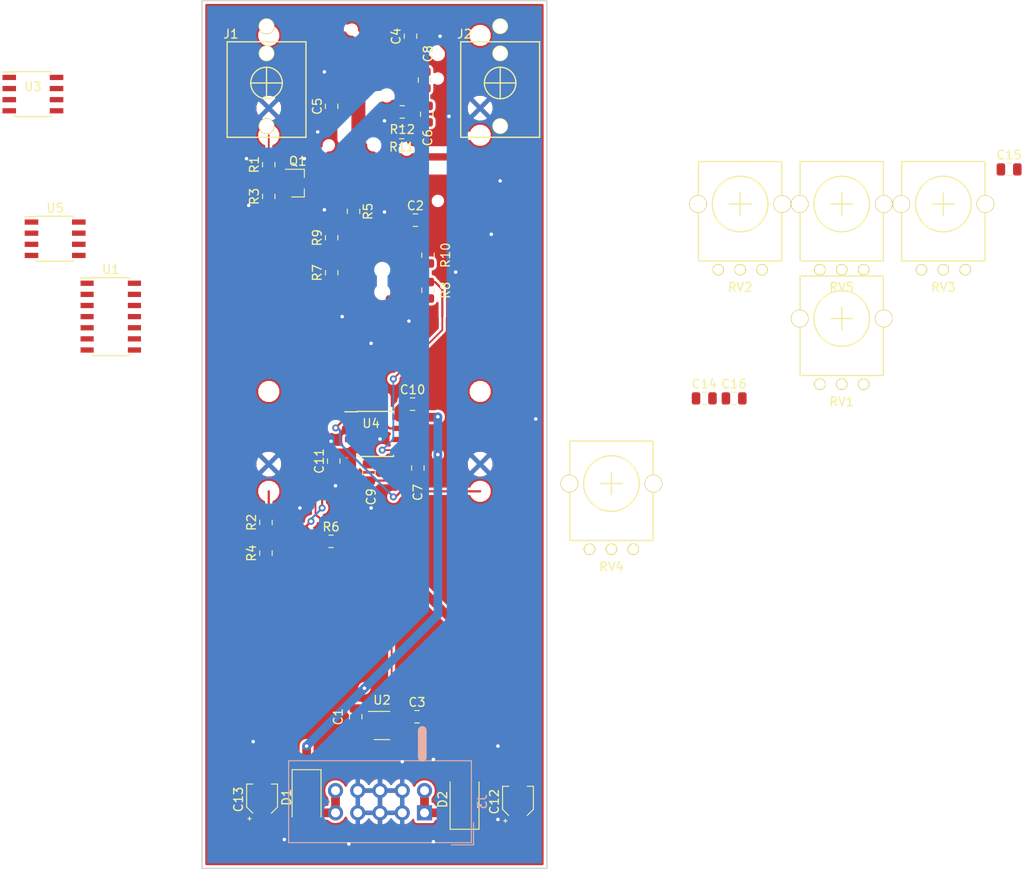
<source format=kicad_pcb>
(kicad_pcb (version 20171130) (host pcbnew "(5.0.0)")

  (general
    (thickness 1.6)
    (drawings 5)
    (tracks 181)
    (zones 0)
    (modules 44)
    (nets 39)
  )

  (page A4)
  (layers
    (0 F.Cu signal)
    (31 B.Cu signal)
    (32 B.Adhes user)
    (33 F.Adhes user)
    (34 B.Paste user)
    (35 F.Paste user)
    (36 B.SilkS user)
    (37 F.SilkS user)
    (38 B.Mask user)
    (39 F.Mask user)
    (40 Dwgs.User user hide)
    (41 Cmts.User user hide)
    (42 Eco1.User user hide)
    (43 Eco2.User user)
    (44 Edge.Cuts user)
    (45 Margin user)
    (46 B.CrtYd user hide)
    (47 F.CrtYd user hide)
    (48 B.Fab user hide)
    (49 F.Fab user hide)
  )

  (setup
    (last_trace_width 0.25)
    (trace_clearance 0.2)
    (zone_clearance 0.3)
    (zone_45_only no)
    (trace_min 0.2)
    (segment_width 0.15)
    (edge_width 0.15)
    (via_size 0.8)
    (via_drill 0.4)
    (via_min_size 0.4)
    (via_min_drill 0.3)
    (uvia_size 0.3)
    (uvia_drill 0.1)
    (uvias_allowed no)
    (uvia_min_size 0.2)
    (uvia_min_drill 0.1)
    (pcb_text_width 0.3)
    (pcb_text_size 1.5 1.5)
    (mod_edge_width 0.15)
    (mod_text_size 1 1)
    (mod_text_width 0.15)
    (pad_size 1.524 1.524)
    (pad_drill 0.762)
    (pad_to_mask_clearance 0.051)
    (solder_mask_min_width 0.25)
    (aux_axis_origin 0 0)
    (visible_elements 7FFFFFFF)
    (pcbplotparams
      (layerselection 0x010fc_ffffffff)
      (usegerberextensions false)
      (usegerberattributes false)
      (usegerberadvancedattributes false)
      (creategerberjobfile false)
      (excludeedgelayer true)
      (linewidth 0.100000)
      (plotframeref false)
      (viasonmask false)
      (mode 1)
      (useauxorigin false)
      (hpglpennumber 1)
      (hpglpenspeed 20)
      (hpglpendiameter 15.000000)
      (psnegative false)
      (psa4output false)
      (plotreference true)
      (plotvalue true)
      (plotinvisibletext false)
      (padsonsilk false)
      (subtractmaskfromsilk false)
      (outputformat 1)
      (mirror false)
      (drillshape 0)
      (scaleselection 1)
      (outputdirectory "fab/"))
  )

  (net 0 "")
  (net 1 "Net-(C6-Pad2)")
  (net 2 GND)
  (net 3 "Net-(R10-Pad1)")
  (net 4 "Net-(C9-Pad1)")
  (net 5 "Net-(C7-Pad1)")
  (net 6 "Net-(C7-Pad2)")
  (net 7 "Net-(C6-Pad1)")
  (net 8 "Net-(R7-Pad2)")
  (net 9 "Net-(R7-Pad1)")
  (net 10 +5V)
  (net 11 "Net-(Q1-Pad1)")
  (net 12 "Net-(Q2-Pad1)")
  (net 13 "Net-(Q1-Pad3)")
  (net 14 +12V)
  (net 15 "Net-(U2-Pad4)")
  (net 16 -12V)
  (net 17 "Net-(U1-Pad2)")
  (net 18 "Net-(J1-Pad3)")
  (net 19 "Net-(D2-Pad1)")
  (net 20 "Net-(D1-Pad2)")
  (net 21 "Net-(R8-Pad2)")
  (net 22 "Net-(Q1-Pad2)")
  (net 23 "Net-(C10-Pad1)")
  (net 24 "Net-(C15-Pad2)")
  (net 25 "Net-(R11-Pad1)")
  (net 26 "Net-(C16-Pad1)")
  (net 27 "Net-(R12-Pad1)")
  (net 28 "Net-(R4-Pad2)")
  (net 29 "Net-(R4-Pad1)")
  (net 30 "Net-(R6-Pad2)")
  (net 31 "Net-(R9-Pad2)")
  (net 32 "Net-(RV3-Pad1)")
  (net 33 "Net-(C15-Pad1)")
  (net 34 "Net-(U5-Pad1)")
  (net 35 "Net-(RV5-Pad3)")
  (net 36 "Net-(J1-Pad2)")
  (net 37 "Net-(C10-Pad2)")
  (net 38 "Net-(J2-Pad2)")

  (net_class Default "This is the default net class."
    (clearance 0.2)
    (trace_width 0.25)
    (via_dia 0.8)
    (via_drill 0.4)
    (uvia_dia 0.3)
    (uvia_drill 0.1)
    (add_net +12V)
    (add_net +5V)
    (add_net -12V)
    (add_net GND)
    (add_net "Net-(C10-Pad1)")
    (add_net "Net-(C10-Pad2)")
    (add_net "Net-(C15-Pad1)")
    (add_net "Net-(C15-Pad2)")
    (add_net "Net-(C16-Pad1)")
    (add_net "Net-(C6-Pad1)")
    (add_net "Net-(C6-Pad2)")
    (add_net "Net-(C7-Pad1)")
    (add_net "Net-(C7-Pad2)")
    (add_net "Net-(C9-Pad1)")
    (add_net "Net-(D1-Pad2)")
    (add_net "Net-(D2-Pad1)")
    (add_net "Net-(J1-Pad2)")
    (add_net "Net-(J1-Pad3)")
    (add_net "Net-(J2-Pad2)")
    (add_net "Net-(Q1-Pad1)")
    (add_net "Net-(Q1-Pad2)")
    (add_net "Net-(Q1-Pad3)")
    (add_net "Net-(Q2-Pad1)")
    (add_net "Net-(R10-Pad1)")
    (add_net "Net-(R11-Pad1)")
    (add_net "Net-(R12-Pad1)")
    (add_net "Net-(R4-Pad1)")
    (add_net "Net-(R4-Pad2)")
    (add_net "Net-(R6-Pad2)")
    (add_net "Net-(R7-Pad1)")
    (add_net "Net-(R7-Pad2)")
    (add_net "Net-(R8-Pad2)")
    (add_net "Net-(R9-Pad2)")
    (add_net "Net-(RV3-Pad1)")
    (add_net "Net-(RV5-Pad3)")
    (add_net "Net-(U1-Pad2)")
    (add_net "Net-(U2-Pad4)")
    (add_net "Net-(U5-Pad1)")
  )

  (module Capacitor_SMD:C_0805_2012Metric (layer F.Cu) (tedit 5B36C52B) (tstamp 5CA7072C)
    (at 198.155001 91.885001)
    (descr "Capacitor SMD 0805 (2012 Metric), square (rectangular) end terminal, IPC_7351 nominal, (Body size source: https://docs.google.com/spreadsheets/d/1BsfQQcO9C6DZCsRaXUlFlo91Tg2WpOkGARC1WS5S8t0/edit?usp=sharing), generated with kicad-footprint-generator")
    (tags capacitor)
    (path /5C9E40A5/5CA38E3F)
    (attr smd)
    (fp_text reference C16 (at 0 -1.65) (layer F.SilkS)
      (effects (font (size 1 1) (thickness 0.15)))
    )
    (fp_text value 1uF (at 0 1.65) (layer F.Fab)
      (effects (font (size 1 1) (thickness 0.15)))
    )
    (fp_line (start -1 0.6) (end -1 -0.6) (layer F.Fab) (width 0.1))
    (fp_line (start -1 -0.6) (end 1 -0.6) (layer F.Fab) (width 0.1))
    (fp_line (start 1 -0.6) (end 1 0.6) (layer F.Fab) (width 0.1))
    (fp_line (start 1 0.6) (end -1 0.6) (layer F.Fab) (width 0.1))
    (fp_line (start -0.258578 -0.71) (end 0.258578 -0.71) (layer F.SilkS) (width 0.12))
    (fp_line (start -0.258578 0.71) (end 0.258578 0.71) (layer F.SilkS) (width 0.12))
    (fp_line (start -1.68 0.95) (end -1.68 -0.95) (layer F.CrtYd) (width 0.05))
    (fp_line (start -1.68 -0.95) (end 1.68 -0.95) (layer F.CrtYd) (width 0.05))
    (fp_line (start 1.68 -0.95) (end 1.68 0.95) (layer F.CrtYd) (width 0.05))
    (fp_line (start 1.68 0.95) (end -1.68 0.95) (layer F.CrtYd) (width 0.05))
    (fp_text user %R (at 0 0) (layer F.Fab)
      (effects (font (size 0.5 0.5) (thickness 0.08)))
    )
    (pad 1 smd roundrect (at -0.9375 0) (size 0.975 1.4) (layers F.Cu F.Paste F.Mask) (roundrect_rratio 0.25)
      (net 26 "Net-(C16-Pad1)"))
    (pad 2 smd roundrect (at 0.9375 0) (size 0.975 1.4) (layers F.Cu F.Paste F.Mask) (roundrect_rratio 0.25)
      (net 2 GND))
    (model ${KISYS3DMOD}/Capacitor_SMD.3dshapes/C_0805_2012Metric.wrl
      (at (xyz 0 0 0))
      (scale (xyz 1 1 1))
      (rotate (xyz 0 0 0))
    )
  )

  (module Capacitor_SMD:C_0805_2012Metric (layer F.Cu) (tedit 5B36C52B) (tstamp 5CA7071B)
    (at 229.545001 65.745001)
    (descr "Capacitor SMD 0805 (2012 Metric), square (rectangular) end terminal, IPC_7351 nominal, (Body size source: https://docs.google.com/spreadsheets/d/1BsfQQcO9C6DZCsRaXUlFlo91Tg2WpOkGARC1WS5S8t0/edit?usp=sharing), generated with kicad-footprint-generator")
    (tags capacitor)
    (path /5C9E40A5/5CA4B038)
    (attr smd)
    (fp_text reference C15 (at 0 -1.65) (layer F.SilkS)
      (effects (font (size 1 1) (thickness 0.15)))
    )
    (fp_text value 1uF (at 0 1.65) (layer F.Fab)
      (effects (font (size 1 1) (thickness 0.15)))
    )
    (fp_text user %R (at 0 0) (layer F.Fab)
      (effects (font (size 0.5 0.5) (thickness 0.08)))
    )
    (fp_line (start 1.68 0.95) (end -1.68 0.95) (layer F.CrtYd) (width 0.05))
    (fp_line (start 1.68 -0.95) (end 1.68 0.95) (layer F.CrtYd) (width 0.05))
    (fp_line (start -1.68 -0.95) (end 1.68 -0.95) (layer F.CrtYd) (width 0.05))
    (fp_line (start -1.68 0.95) (end -1.68 -0.95) (layer F.CrtYd) (width 0.05))
    (fp_line (start -0.258578 0.71) (end 0.258578 0.71) (layer F.SilkS) (width 0.12))
    (fp_line (start -0.258578 -0.71) (end 0.258578 -0.71) (layer F.SilkS) (width 0.12))
    (fp_line (start 1 0.6) (end -1 0.6) (layer F.Fab) (width 0.1))
    (fp_line (start 1 -0.6) (end 1 0.6) (layer F.Fab) (width 0.1))
    (fp_line (start -1 -0.6) (end 1 -0.6) (layer F.Fab) (width 0.1))
    (fp_line (start -1 0.6) (end -1 -0.6) (layer F.Fab) (width 0.1))
    (pad 2 smd roundrect (at 0.9375 0) (size 0.975 1.4) (layers F.Cu F.Paste F.Mask) (roundrect_rratio 0.25)
      (net 24 "Net-(C15-Pad2)"))
    (pad 1 smd roundrect (at -0.9375 0) (size 0.975 1.4) (layers F.Cu F.Paste F.Mask) (roundrect_rratio 0.25)
      (net 33 "Net-(C15-Pad1)"))
    (model ${KISYS3DMOD}/Capacitor_SMD.3dshapes/C_0805_2012Metric.wrl
      (at (xyz 0 0 0))
      (scale (xyz 1 1 1))
      (rotate (xyz 0 0 0))
    )
  )

  (module Capacitor_SMD:C_0805_2012Metric (layer F.Cu) (tedit 5B36C52B) (tstamp 5CA7070A)
    (at 194.745001 91.885001)
    (descr "Capacitor SMD 0805 (2012 Metric), square (rectangular) end terminal, IPC_7351 nominal, (Body size source: https://docs.google.com/spreadsheets/d/1BsfQQcO9C6DZCsRaXUlFlo91Tg2WpOkGARC1WS5S8t0/edit?usp=sharing), generated with kicad-footprint-generator")
    (tags capacitor)
    (path /5C9E40A5/5CAC9963)
    (attr smd)
    (fp_text reference C14 (at 0 -1.65) (layer F.SilkS)
      (effects (font (size 1 1) (thickness 0.15)))
    )
    (fp_text value 1uF (at 0 1.65) (layer F.Fab)
      (effects (font (size 1 1) (thickness 0.15)))
    )
    (fp_line (start -1 0.6) (end -1 -0.6) (layer F.Fab) (width 0.1))
    (fp_line (start -1 -0.6) (end 1 -0.6) (layer F.Fab) (width 0.1))
    (fp_line (start 1 -0.6) (end 1 0.6) (layer F.Fab) (width 0.1))
    (fp_line (start 1 0.6) (end -1 0.6) (layer F.Fab) (width 0.1))
    (fp_line (start -0.258578 -0.71) (end 0.258578 -0.71) (layer F.SilkS) (width 0.12))
    (fp_line (start -0.258578 0.71) (end 0.258578 0.71) (layer F.SilkS) (width 0.12))
    (fp_line (start -1.68 0.95) (end -1.68 -0.95) (layer F.CrtYd) (width 0.05))
    (fp_line (start -1.68 -0.95) (end 1.68 -0.95) (layer F.CrtYd) (width 0.05))
    (fp_line (start 1.68 -0.95) (end 1.68 0.95) (layer F.CrtYd) (width 0.05))
    (fp_line (start 1.68 0.95) (end -1.68 0.95) (layer F.CrtYd) (width 0.05))
    (fp_text user %R (at 0 0) (layer F.Fab)
      (effects (font (size 0.5 0.5) (thickness 0.08)))
    )
    (pad 1 smd roundrect (at -0.9375 0) (size 0.975 1.4) (layers F.Cu F.Paste F.Mask) (roundrect_rratio 0.25)
      (net 2 GND))
    (pad 2 smd roundrect (at 0.9375 0) (size 0.975 1.4) (layers F.Cu F.Paste F.Mask) (roundrect_rratio 0.25)
      (net 16 -12V))
    (model ${KISYS3DMOD}/Capacitor_SMD.3dshapes/C_0805_2012Metric.wrl
      (at (xyz 0 0 0))
      (scale (xyz 1 1 1))
      (rotate (xyz 0 0 0))
    )
  )

  (module Eurocad:Alpha9mmPot (layer F.Cu) (tedit 57E3FE8C) (tstamp 5CA7057F)
    (at 210.44 82.765001)
    (path /5C9E40A5/5CA15654)
    (fp_text reference RV1 (at 0 9.5) (layer F.SilkS)
      (effects (font (size 1 1) (thickness 0.15)))
    )
    (fp_text value 5k (at 0 -6) (layer F.Fab)
      (effects (font (size 1 1) (thickness 0.15)))
    )
    (fp_line (start -1.27 0) (end 1.27 0) (layer F.SilkS) (width 0.15))
    (fp_line (start 0 -1.27) (end 0 1.27) (layer F.SilkS) (width 0.15))
    (fp_circle (center 0 0) (end 3.175 0) (layer F.SilkS) (width 0.15))
    (fp_line (start -4.75 -4.85) (end -4.75 6.5) (layer F.SilkS) (width 0.15))
    (fp_line (start 4.75 -4.85) (end 4.75 6.5) (layer F.SilkS) (width 0.15))
    (fp_line (start -4.75 6.5) (end 4.75 6.5) (layer F.SilkS) (width 0.15))
    (fp_line (start -4.75 -4.85) (end 4.75 -4.85) (layer F.SilkS) (width 0.15))
    (pad 1 thru_hole circle (at -2.5 7.5) (size 1.3 1.3) (drill 1) (layers *.Cu *.Mask F.SilkS)
      (net 2 GND))
    (pad 2 thru_hole circle (at 0 7.5) (size 1.3 1.3) (drill 1) (layers *.Cu *.Mask F.SilkS)
      (net 2 GND))
    (pad 3 thru_hole circle (at 2.5 7.5) (size 1.3 1.3) (drill 1) (layers *.Cu *.Mask F.SilkS)
      (net 9 "Net-(R7-Pad1)"))
    (pad "" thru_hole circle (at -4.8 0) (size 2 2) (drill 1.8) (layers *.Cu *.Mask F.SilkS))
    (pad "" thru_hole circle (at 4.8 0) (size 2 2) (drill 1.8) (layers *.Cu *.Mask F.SilkS))
  )

  (module Eurocad:Alpha9mmPot (layer F.Cu) (tedit 57E3FE8C) (tstamp 5CA7056F)
    (at 222.04 69.695001)
    (path /5C9E40A5/5CA0E1FA)
    (fp_text reference RV3 (at 0 9.5) (layer F.SilkS)
      (effects (font (size 1 1) (thickness 0.15)))
    )
    (fp_text value 50k (at 0 -6) (layer F.Fab)
      (effects (font (size 1 1) (thickness 0.15)))
    )
    (fp_line (start -4.75 -4.85) (end 4.75 -4.85) (layer F.SilkS) (width 0.15))
    (fp_line (start -4.75 6.5) (end 4.75 6.5) (layer F.SilkS) (width 0.15))
    (fp_line (start 4.75 -4.85) (end 4.75 6.5) (layer F.SilkS) (width 0.15))
    (fp_line (start -4.75 -4.85) (end -4.75 6.5) (layer F.SilkS) (width 0.15))
    (fp_circle (center 0 0) (end 3.175 0) (layer F.SilkS) (width 0.15))
    (fp_line (start 0 -1.27) (end 0 1.27) (layer F.SilkS) (width 0.15))
    (fp_line (start -1.27 0) (end 1.27 0) (layer F.SilkS) (width 0.15))
    (pad "" thru_hole circle (at 4.8 0) (size 2 2) (drill 1.8) (layers *.Cu *.Mask F.SilkS))
    (pad "" thru_hole circle (at -4.8 0) (size 2 2) (drill 1.8) (layers *.Cu *.Mask F.SilkS))
    (pad 3 thru_hole circle (at 2.5 7.5) (size 1.3 1.3) (drill 1) (layers *.Cu *.Mask F.SilkS)
      (net 31 "Net-(R9-Pad2)"))
    (pad 2 thru_hole circle (at 0 7.5) (size 1.3 1.3) (drill 1) (layers *.Cu *.Mask F.SilkS)
      (net 32 "Net-(RV3-Pad1)"))
    (pad 1 thru_hole circle (at -2.5 7.5) (size 1.3 1.3) (drill 1) (layers *.Cu *.Mask F.SilkS)
      (net 32 "Net-(RV3-Pad1)"))
  )

  (module Eurocad:Alpha9mmPot (layer F.Cu) (tedit 57E3FE8C) (tstamp 5CA7055F)
    (at 210.44 69.695001)
    (path /5C9E40A5/5CA57ED4)
    (fp_text reference RV5 (at 0 9.5) (layer F.SilkS)
      (effects (font (size 1 1) (thickness 0.15)))
    )
    (fp_text value 50k (at 0 -6) (layer F.Fab)
      (effects (font (size 1 1) (thickness 0.15)))
    )
    (fp_line (start -1.27 0) (end 1.27 0) (layer F.SilkS) (width 0.15))
    (fp_line (start 0 -1.27) (end 0 1.27) (layer F.SilkS) (width 0.15))
    (fp_circle (center 0 0) (end 3.175 0) (layer F.SilkS) (width 0.15))
    (fp_line (start -4.75 -4.85) (end -4.75 6.5) (layer F.SilkS) (width 0.15))
    (fp_line (start 4.75 -4.85) (end 4.75 6.5) (layer F.SilkS) (width 0.15))
    (fp_line (start -4.75 6.5) (end 4.75 6.5) (layer F.SilkS) (width 0.15))
    (fp_line (start -4.75 -4.85) (end 4.75 -4.85) (layer F.SilkS) (width 0.15))
    (pad 1 thru_hole circle (at -2.5 7.5) (size 1.3 1.3) (drill 1) (layers *.Cu *.Mask F.SilkS)
      (net 27 "Net-(R12-Pad1)"))
    (pad 2 thru_hole circle (at 0 7.5) (size 1.3 1.3) (drill 1) (layers *.Cu *.Mask F.SilkS)
      (net 27 "Net-(R12-Pad1)"))
    (pad 3 thru_hole circle (at 2.5 7.5) (size 1.3 1.3) (drill 1) (layers *.Cu *.Mask F.SilkS)
      (net 35 "Net-(RV5-Pad3)"))
    (pad "" thru_hole circle (at -4.8 0) (size 2 2) (drill 1.8) (layers *.Cu *.Mask F.SilkS))
    (pad "" thru_hole circle (at 4.8 0) (size 2 2) (drill 1.8) (layers *.Cu *.Mask F.SilkS))
  )

  (module Eurocad:Alpha9mmPot (layer F.Cu) (tedit 57E3FE8C) (tstamp 5CA7054F)
    (at 184.15 101.6)
    (path /5C9E40A5/5CA4E337)
    (fp_text reference RV4 (at 0 9.5) (layer F.SilkS)
      (effects (font (size 1 1) (thickness 0.15)))
    )
    (fp_text value 50k (at 0 -6) (layer F.Fab)
      (effects (font (size 1 1) (thickness 0.15)))
    )
    (fp_line (start -4.75 -4.85) (end 4.75 -4.85) (layer F.SilkS) (width 0.15))
    (fp_line (start -4.75 6.5) (end 4.75 6.5) (layer F.SilkS) (width 0.15))
    (fp_line (start 4.75 -4.85) (end 4.75 6.5) (layer F.SilkS) (width 0.15))
    (fp_line (start -4.75 -4.85) (end -4.75 6.5) (layer F.SilkS) (width 0.15))
    (fp_circle (center 0 0) (end 3.175 0) (layer F.SilkS) (width 0.15))
    (fp_line (start 0 -1.27) (end 0 1.27) (layer F.SilkS) (width 0.15))
    (fp_line (start -1.27 0) (end 1.27 0) (layer F.SilkS) (width 0.15))
    (pad "" thru_hole circle (at 4.8 0) (size 2 2) (drill 1.8) (layers *.Cu *.Mask F.SilkS))
    (pad "" thru_hole circle (at -4.8 0) (size 2 2) (drill 1.8) (layers *.Cu *.Mask F.SilkS))
    (pad 3 thru_hole circle (at 2.5 7.5) (size 1.3 1.3) (drill 1) (layers *.Cu *.Mask F.SilkS)
      (net 25 "Net-(R11-Pad1)"))
    (pad 2 thru_hole circle (at 0 7.5) (size 1.3 1.3) (drill 1) (layers *.Cu *.Mask F.SilkS)
      (net 2 GND))
    (pad 1 thru_hole circle (at -2.5 7.5) (size 1.3 1.3) (drill 1) (layers *.Cu *.Mask F.SilkS)
      (net 2 GND))
  )

  (module Eurocad:Alpha9mmPot (layer F.Cu) (tedit 57E3FE8C) (tstamp 5CA7053F)
    (at 198.84 69.695001)
    (path /5C9E40A5/5CA173A0)
    (fp_text reference RV2 (at 0 9.5) (layer F.SilkS)
      (effects (font (size 1 1) (thickness 0.15)))
    )
    (fp_text value 1M (at 0 -6) (layer F.Fab)
      (effects (font (size 1 1) (thickness 0.15)))
    )
    (fp_line (start -1.27 0) (end 1.27 0) (layer F.SilkS) (width 0.15))
    (fp_line (start 0 -1.27) (end 0 1.27) (layer F.SilkS) (width 0.15))
    (fp_circle (center 0 0) (end 3.175 0) (layer F.SilkS) (width 0.15))
    (fp_line (start -4.75 -4.85) (end -4.75 6.5) (layer F.SilkS) (width 0.15))
    (fp_line (start 4.75 -4.85) (end 4.75 6.5) (layer F.SilkS) (width 0.15))
    (fp_line (start -4.75 6.5) (end 4.75 6.5) (layer F.SilkS) (width 0.15))
    (fp_line (start -4.75 -4.85) (end 4.75 -4.85) (layer F.SilkS) (width 0.15))
    (pad 1 thru_hole circle (at -2.5 7.5) (size 1.3 1.3) (drill 1) (layers *.Cu *.Mask F.SilkS)
      (net 5 "Net-(C7-Pad1)"))
    (pad 2 thru_hole circle (at 0 7.5) (size 1.3 1.3) (drill 1) (layers *.Cu *.Mask F.SilkS)
      (net 30 "Net-(R6-Pad2)"))
    (pad 3 thru_hole circle (at 2.5 7.5) (size 1.3 1.3) (drill 1) (layers *.Cu *.Mask F.SilkS)
      (net 30 "Net-(R6-Pad2)"))
    (pad "" thru_hole circle (at -4.8 0) (size 2 2) (drill 1.8) (layers *.Cu *.Mask F.SilkS))
    (pad "" thru_hole circle (at 4.8 0) (size 2 2) (drill 1.8) (layers *.Cu *.Mask F.SilkS))
  )

  (module Package_SO:SOIC-8_3.9x4.9mm_P1.27mm (layer F.Cu) (tedit 5A02F2D3) (tstamp 5CA704F3)
    (at 120.65 73.66)
    (descr "8-Lead Plastic Small Outline (SN) - Narrow, 3.90 mm Body [SOIC] (see Microchip Packaging Specification 00000049BS.pdf)")
    (tags "SOIC 1.27")
    (path /5C9E40A5/5CAA0052)
    (attr smd)
    (fp_text reference U5 (at 0 -3.5) (layer F.SilkS)
      (effects (font (size 1 1) (thickness 0.15)))
    )
    (fp_text value LM2904DR (at 0 3.5) (layer F.Fab)
      (effects (font (size 1 1) (thickness 0.15)))
    )
    (fp_text user %R (at 0 0) (layer F.Fab)
      (effects (font (size 1 1) (thickness 0.15)))
    )
    (fp_line (start -0.95 -2.45) (end 1.95 -2.45) (layer F.Fab) (width 0.1))
    (fp_line (start 1.95 -2.45) (end 1.95 2.45) (layer F.Fab) (width 0.1))
    (fp_line (start 1.95 2.45) (end -1.95 2.45) (layer F.Fab) (width 0.1))
    (fp_line (start -1.95 2.45) (end -1.95 -1.45) (layer F.Fab) (width 0.1))
    (fp_line (start -1.95 -1.45) (end -0.95 -2.45) (layer F.Fab) (width 0.1))
    (fp_line (start -3.73 -2.7) (end -3.73 2.7) (layer F.CrtYd) (width 0.05))
    (fp_line (start 3.73 -2.7) (end 3.73 2.7) (layer F.CrtYd) (width 0.05))
    (fp_line (start -3.73 -2.7) (end 3.73 -2.7) (layer F.CrtYd) (width 0.05))
    (fp_line (start -3.73 2.7) (end 3.73 2.7) (layer F.CrtYd) (width 0.05))
    (fp_line (start -2.075 -2.575) (end -2.075 -2.525) (layer F.SilkS) (width 0.15))
    (fp_line (start 2.075 -2.575) (end 2.075 -2.43) (layer F.SilkS) (width 0.15))
    (fp_line (start 2.075 2.575) (end 2.075 2.43) (layer F.SilkS) (width 0.15))
    (fp_line (start -2.075 2.575) (end -2.075 2.43) (layer F.SilkS) (width 0.15))
    (fp_line (start -2.075 -2.575) (end 2.075 -2.575) (layer F.SilkS) (width 0.15))
    (fp_line (start -2.075 2.575) (end 2.075 2.575) (layer F.SilkS) (width 0.15))
    (fp_line (start -2.075 -2.525) (end -3.475 -2.525) (layer F.SilkS) (width 0.15))
    (pad 1 smd rect (at -2.7 -1.905) (size 1.55 0.6) (layers F.Cu F.Paste F.Mask)
      (net 34 "Net-(U5-Pad1)"))
    (pad 2 smd rect (at -2.7 -0.635) (size 1.55 0.6) (layers F.Cu F.Paste F.Mask)
      (net 2 GND))
    (pad 3 smd rect (at -2.7 0.635) (size 1.55 0.6) (layers F.Cu F.Paste F.Mask)
      (net 2 GND))
    (pad 4 smd rect (at -2.7 1.905) (size 1.55 0.6) (layers F.Cu F.Paste F.Mask)
      (net 16 -12V))
    (pad 5 smd rect (at 2.7 1.905) (size 1.55 0.6) (layers F.Cu F.Paste F.Mask)
      (net 32 "Net-(RV3-Pad1)"))
    (pad 6 smd rect (at 2.7 0.635) (size 1.55 0.6) (layers F.Cu F.Paste F.Mask)
      (net 35 "Net-(RV5-Pad3)"))
    (pad 7 smd rect (at 2.7 -0.635) (size 1.55 0.6) (layers F.Cu F.Paste F.Mask)
      (net 35 "Net-(RV5-Pad3)"))
    (pad 8 smd rect (at 2.7 -1.905) (size 1.55 0.6) (layers F.Cu F.Paste F.Mask)
      (net 14 +12V))
    (model ${KISYS3DMOD}/Package_SO.3dshapes/SOIC-8_3.9x4.9mm_P1.27mm.wrl
      (at (xyz 0 0 0))
      (scale (xyz 1 1 1))
      (rotate (xyz 0 0 0))
    )
  )

  (module Capacitor_SMD:CP_Elec_3x5.3 (layer F.Cu) (tedit 5B303299) (tstamp 5CB68BD3)
    (at 144.272 137.668 90)
    (descr "SMT capacitor, aluminium electrolytic, 3x5.3, Cornell Dubilier Electronics ")
    (tags "Capacitor Electrolytic")
    (path /5C8DA652)
    (attr smd)
    (fp_text reference C13 (at 0 -2.7 90) (layer F.SilkS)
      (effects (font (size 1 1) (thickness 0.15)))
    )
    (fp_text value CP1 (at 0 2.7 90) (layer F.Fab)
      (effects (font (size 1 1) (thickness 0.15)))
    )
    (fp_text user %R (at 0 0 90) (layer F.Fab)
      (effects (font (size 0.6 0.6) (thickness 0.09)))
    )
    (fp_line (start -2.85 1.05) (end -1.78 1.05) (layer F.CrtYd) (width 0.05))
    (fp_line (start -2.85 -1.05) (end -2.85 1.05) (layer F.CrtYd) (width 0.05))
    (fp_line (start -1.78 -1.05) (end -2.85 -1.05) (layer F.CrtYd) (width 0.05))
    (fp_line (start -1.78 -1.05) (end -0.93 -1.9) (layer F.CrtYd) (width 0.05))
    (fp_line (start -1.78 1.05) (end -0.93 1.9) (layer F.CrtYd) (width 0.05))
    (fp_line (start -0.93 -1.9) (end 1.9 -1.9) (layer F.CrtYd) (width 0.05))
    (fp_line (start -0.93 1.9) (end 1.9 1.9) (layer F.CrtYd) (width 0.05))
    (fp_line (start 1.9 1.05) (end 1.9 1.9) (layer F.CrtYd) (width 0.05))
    (fp_line (start 2.85 1.05) (end 1.9 1.05) (layer F.CrtYd) (width 0.05))
    (fp_line (start 2.85 -1.05) (end 2.85 1.05) (layer F.CrtYd) (width 0.05))
    (fp_line (start 1.9 -1.05) (end 2.85 -1.05) (layer F.CrtYd) (width 0.05))
    (fp_line (start 1.9 -1.9) (end 1.9 -1.05) (layer F.CrtYd) (width 0.05))
    (fp_line (start -2.1875 -1.6225) (end -2.1875 -1.2475) (layer F.SilkS) (width 0.12))
    (fp_line (start -2.375 -1.435) (end -2 -1.435) (layer F.SilkS) (width 0.12))
    (fp_line (start -1.570563 1.06) (end -0.870563 1.76) (layer F.SilkS) (width 0.12))
    (fp_line (start -1.570563 -1.06) (end -0.870563 -1.76) (layer F.SilkS) (width 0.12))
    (fp_line (start -0.870563 1.76) (end 1.76 1.76) (layer F.SilkS) (width 0.12))
    (fp_line (start -0.870563 -1.76) (end 1.76 -1.76) (layer F.SilkS) (width 0.12))
    (fp_line (start 1.76 -1.76) (end 1.76 -1.06) (layer F.SilkS) (width 0.12))
    (fp_line (start 1.76 1.76) (end 1.76 1.06) (layer F.SilkS) (width 0.12))
    (fp_line (start -0.960469 -0.95) (end -0.960469 -0.65) (layer F.Fab) (width 0.1))
    (fp_line (start -1.110469 -0.8) (end -0.810469 -0.8) (layer F.Fab) (width 0.1))
    (fp_line (start -1.65 0.825) (end -0.825 1.65) (layer F.Fab) (width 0.1))
    (fp_line (start -1.65 -0.825) (end -0.825 -1.65) (layer F.Fab) (width 0.1))
    (fp_line (start -1.65 -0.825) (end -1.65 0.825) (layer F.Fab) (width 0.1))
    (fp_line (start -0.825 1.65) (end 1.65 1.65) (layer F.Fab) (width 0.1))
    (fp_line (start -0.825 -1.65) (end 1.65 -1.65) (layer F.Fab) (width 0.1))
    (fp_line (start 1.65 -1.65) (end 1.65 1.65) (layer F.Fab) (width 0.1))
    (fp_circle (center 0 0) (end 1.5 0) (layer F.Fab) (width 0.1))
    (pad 2 smd rect (at 1.5 0 90) (size 2.2 1.6) (layers F.Cu F.Paste F.Mask)
      (net 2 GND))
    (pad 1 smd rect (at -1.5 0 90) (size 2.2 1.6) (layers F.Cu F.Paste F.Mask)
      (net 14 +12V))
    (model ${KISYS3DMOD}/Capacitor_SMD.3dshapes/CP_Elec_3x5.3.wrl
      (at (xyz 0 0 0))
      (scale (xyz 1 1 1))
      (rotate (xyz 0 0 0))
    )
  )

  (module Capacitor_SMD:CP_Elec_3x5.3 (layer F.Cu) (tedit 5B303299) (tstamp 5CB68BAF)
    (at 173.482 137.922 90)
    (descr "SMT capacitor, aluminium electrolytic, 3x5.3, Cornell Dubilier Electronics ")
    (tags "Capacitor Electrolytic")
    (path /5C8DA792)
    (attr smd)
    (fp_text reference C12 (at 0 -2.7 90) (layer F.SilkS)
      (effects (font (size 1 1) (thickness 0.15)))
    )
    (fp_text value CP1 (at 0 2.7 90) (layer F.Fab)
      (effects (font (size 1 1) (thickness 0.15)))
    )
    (fp_circle (center 0 0) (end 1.5 0) (layer F.Fab) (width 0.1))
    (fp_line (start 1.65 -1.65) (end 1.65 1.65) (layer F.Fab) (width 0.1))
    (fp_line (start -0.825 -1.65) (end 1.65 -1.65) (layer F.Fab) (width 0.1))
    (fp_line (start -0.825 1.65) (end 1.65 1.65) (layer F.Fab) (width 0.1))
    (fp_line (start -1.65 -0.825) (end -1.65 0.825) (layer F.Fab) (width 0.1))
    (fp_line (start -1.65 -0.825) (end -0.825 -1.65) (layer F.Fab) (width 0.1))
    (fp_line (start -1.65 0.825) (end -0.825 1.65) (layer F.Fab) (width 0.1))
    (fp_line (start -1.110469 -0.8) (end -0.810469 -0.8) (layer F.Fab) (width 0.1))
    (fp_line (start -0.960469 -0.95) (end -0.960469 -0.65) (layer F.Fab) (width 0.1))
    (fp_line (start 1.76 1.76) (end 1.76 1.06) (layer F.SilkS) (width 0.12))
    (fp_line (start 1.76 -1.76) (end 1.76 -1.06) (layer F.SilkS) (width 0.12))
    (fp_line (start -0.870563 -1.76) (end 1.76 -1.76) (layer F.SilkS) (width 0.12))
    (fp_line (start -0.870563 1.76) (end 1.76 1.76) (layer F.SilkS) (width 0.12))
    (fp_line (start -1.570563 -1.06) (end -0.870563 -1.76) (layer F.SilkS) (width 0.12))
    (fp_line (start -1.570563 1.06) (end -0.870563 1.76) (layer F.SilkS) (width 0.12))
    (fp_line (start -2.375 -1.435) (end -2 -1.435) (layer F.SilkS) (width 0.12))
    (fp_line (start -2.1875 -1.6225) (end -2.1875 -1.2475) (layer F.SilkS) (width 0.12))
    (fp_line (start 1.9 -1.9) (end 1.9 -1.05) (layer F.CrtYd) (width 0.05))
    (fp_line (start 1.9 -1.05) (end 2.85 -1.05) (layer F.CrtYd) (width 0.05))
    (fp_line (start 2.85 -1.05) (end 2.85 1.05) (layer F.CrtYd) (width 0.05))
    (fp_line (start 2.85 1.05) (end 1.9 1.05) (layer F.CrtYd) (width 0.05))
    (fp_line (start 1.9 1.05) (end 1.9 1.9) (layer F.CrtYd) (width 0.05))
    (fp_line (start -0.93 1.9) (end 1.9 1.9) (layer F.CrtYd) (width 0.05))
    (fp_line (start -0.93 -1.9) (end 1.9 -1.9) (layer F.CrtYd) (width 0.05))
    (fp_line (start -1.78 1.05) (end -0.93 1.9) (layer F.CrtYd) (width 0.05))
    (fp_line (start -1.78 -1.05) (end -0.93 -1.9) (layer F.CrtYd) (width 0.05))
    (fp_line (start -1.78 -1.05) (end -2.85 -1.05) (layer F.CrtYd) (width 0.05))
    (fp_line (start -2.85 -1.05) (end -2.85 1.05) (layer F.CrtYd) (width 0.05))
    (fp_line (start -2.85 1.05) (end -1.78 1.05) (layer F.CrtYd) (width 0.05))
    (fp_text user %R (at 0 0 90) (layer F.Fab)
      (effects (font (size 0.6 0.6) (thickness 0.09)))
    )
    (pad 1 smd rect (at -1.5 0 90) (size 2.2 1.6) (layers F.Cu F.Paste F.Mask)
      (net 2 GND))
    (pad 2 smd rect (at 1.5 0 90) (size 2.2 1.6) (layers F.Cu F.Paste F.Mask)
      (net 16 -12V))
    (model ${KISYS3DMOD}/Capacitor_SMD.3dshapes/CP_Elec_3x5.3.wrl
      (at (xyz 0 0 0))
      (scale (xyz 1 1 1))
      (rotate (xyz 0 0 0))
    )
  )

  (module Diode_SMD:D_SMA (layer F.Cu) (tedit 586432E5) (tstamp 5CB67C8F)
    (at 149.352 137.668 270)
    (descr "Diode SMA (DO-214AC)")
    (tags "Diode SMA (DO-214AC)")
    (path /5C89B062)
    (attr smd)
    (fp_text reference D1 (at -0.254 2.286 270) (layer F.SilkS)
      (effects (font (size 1 1) (thickness 0.15)))
    )
    (fp_text value STTH102A (at 0 2.6 270) (layer F.Fab)
      (effects (font (size 1 1) (thickness 0.15)))
    )
    (fp_line (start -3.4 -1.65) (end 2 -1.65) (layer F.SilkS) (width 0.12))
    (fp_line (start -3.4 1.65) (end 2 1.65) (layer F.SilkS) (width 0.12))
    (fp_line (start -0.64944 0.00102) (end 0.50118 -0.79908) (layer F.Fab) (width 0.1))
    (fp_line (start -0.64944 0.00102) (end 0.50118 0.75032) (layer F.Fab) (width 0.1))
    (fp_line (start 0.50118 0.75032) (end 0.50118 -0.79908) (layer F.Fab) (width 0.1))
    (fp_line (start -0.64944 -0.79908) (end -0.64944 0.80112) (layer F.Fab) (width 0.1))
    (fp_line (start 0.50118 0.00102) (end 1.4994 0.00102) (layer F.Fab) (width 0.1))
    (fp_line (start -0.64944 0.00102) (end -1.55114 0.00102) (layer F.Fab) (width 0.1))
    (fp_line (start -3.5 1.75) (end -3.5 -1.75) (layer F.CrtYd) (width 0.05))
    (fp_line (start 3.5 1.75) (end -3.5 1.75) (layer F.CrtYd) (width 0.05))
    (fp_line (start 3.5 -1.75) (end 3.5 1.75) (layer F.CrtYd) (width 0.05))
    (fp_line (start -3.5 -1.75) (end 3.5 -1.75) (layer F.CrtYd) (width 0.05))
    (fp_line (start 2.3 -1.5) (end -2.3 -1.5) (layer F.Fab) (width 0.1))
    (fp_line (start 2.3 -1.5) (end 2.3 1.5) (layer F.Fab) (width 0.1))
    (fp_line (start -2.3 1.5) (end -2.3 -1.5) (layer F.Fab) (width 0.1))
    (fp_line (start 2.3 1.5) (end -2.3 1.5) (layer F.Fab) (width 0.1))
    (fp_line (start -3.4 -1.65) (end -3.4 1.65) (layer F.SilkS) (width 0.12))
    (fp_text user %R (at 0 -2.5 270) (layer F.Fab)
      (effects (font (size 1 1) (thickness 0.15)))
    )
    (pad 2 smd rect (at 2 0 270) (size 2.5 1.8) (layers F.Cu F.Paste F.Mask)
      (net 20 "Net-(D1-Pad2)"))
    (pad 1 smd rect (at -2 0 270) (size 2.5 1.8) (layers F.Cu F.Paste F.Mask)
      (net 14 +12V))
    (model ${KISYS3DMOD}/Diode_SMD.3dshapes/D_SMA.wrl
      (at (xyz 0 0 0))
      (scale (xyz 1 1 1))
      (rotate (xyz 0 0 0))
    )
  )

  (module Diode_SMD:D_SMA (layer F.Cu) (tedit 586432E5) (tstamp 5CB67EE6)
    (at 167.386 137.668 90)
    (descr "Diode SMA (DO-214AC)")
    (tags "Diode SMA (DO-214AC)")
    (path /5C8AEF3C)
    (attr smd)
    (fp_text reference D2 (at 0 -2.5 90) (layer F.SilkS)
      (effects (font (size 1 1) (thickness 0.15)))
    )
    (fp_text value STTH102A (at 0 2.6 90) (layer F.Fab)
      (effects (font (size 1 1) (thickness 0.15)))
    )
    (fp_text user %R (at 0 -2.5 90) (layer F.Fab)
      (effects (font (size 1 1) (thickness 0.15)))
    )
    (fp_line (start -3.4 -1.65) (end -3.4 1.65) (layer F.SilkS) (width 0.12))
    (fp_line (start 2.3 1.5) (end -2.3 1.5) (layer F.Fab) (width 0.1))
    (fp_line (start -2.3 1.5) (end -2.3 -1.5) (layer F.Fab) (width 0.1))
    (fp_line (start 2.3 -1.5) (end 2.3 1.5) (layer F.Fab) (width 0.1))
    (fp_line (start 2.3 -1.5) (end -2.3 -1.5) (layer F.Fab) (width 0.1))
    (fp_line (start -3.5 -1.75) (end 3.5 -1.75) (layer F.CrtYd) (width 0.05))
    (fp_line (start 3.5 -1.75) (end 3.5 1.75) (layer F.CrtYd) (width 0.05))
    (fp_line (start 3.5 1.75) (end -3.5 1.75) (layer F.CrtYd) (width 0.05))
    (fp_line (start -3.5 1.75) (end -3.5 -1.75) (layer F.CrtYd) (width 0.05))
    (fp_line (start -0.64944 0.00102) (end -1.55114 0.00102) (layer F.Fab) (width 0.1))
    (fp_line (start 0.50118 0.00102) (end 1.4994 0.00102) (layer F.Fab) (width 0.1))
    (fp_line (start -0.64944 -0.79908) (end -0.64944 0.80112) (layer F.Fab) (width 0.1))
    (fp_line (start 0.50118 0.75032) (end 0.50118 -0.79908) (layer F.Fab) (width 0.1))
    (fp_line (start -0.64944 0.00102) (end 0.50118 0.75032) (layer F.Fab) (width 0.1))
    (fp_line (start -0.64944 0.00102) (end 0.50118 -0.79908) (layer F.Fab) (width 0.1))
    (fp_line (start -3.4 1.65) (end 2 1.65) (layer F.SilkS) (width 0.12))
    (fp_line (start -3.4 -1.65) (end 2 -1.65) (layer F.SilkS) (width 0.12))
    (pad 1 smd rect (at -2 0 90) (size 2.5 1.8) (layers F.Cu F.Paste F.Mask)
      (net 19 "Net-(D2-Pad1)"))
    (pad 2 smd rect (at 2 0 90) (size 2.5 1.8) (layers F.Cu F.Paste F.Mask)
      (net 16 -12V))
    (model ${KISYS3DMOD}/Diode_SMD.3dshapes/D_SMA.wrl
      (at (xyz 0 0 0))
      (scale (xyz 1 1 1))
      (rotate (xyz 0 0 0))
    )
  )

  (module Connector_IDC:IDC-Header_2x05_P2.54mm_Vertical (layer B.Cu) (tedit 59DE0611) (tstamp 5CB60A30)
    (at 162.814 139.192 90)
    (descr "Through hole straight IDC box header, 2x05, 2.54mm pitch, double rows")
    (tags "Through hole IDC box header THT 2x05 2.54mm double row")
    (path /5C8934D1)
    (fp_text reference J3 (at 1.27 6.604 90) (layer B.SilkS)
      (effects (font (size 1 1) (thickness 0.15)) (justify mirror))
    )
    (fp_text value Conn_02x05_Odd_Even (at 1.27 -16.764 90) (layer B.Fab)
      (effects (font (size 1 1) (thickness 0.15)) (justify mirror))
    )
    (fp_text user %R (at 1.27 -5.08 90) (layer B.Fab)
      (effects (font (size 1 1) (thickness 0.15)) (justify mirror))
    )
    (fp_line (start 5.695 5.1) (end 5.695 -15.26) (layer B.Fab) (width 0.1))
    (fp_line (start 5.145 4.56) (end 5.145 -14.7) (layer B.Fab) (width 0.1))
    (fp_line (start -3.155 5.1) (end -3.155 -15.26) (layer B.Fab) (width 0.1))
    (fp_line (start -2.605 4.56) (end -2.605 -2.83) (layer B.Fab) (width 0.1))
    (fp_line (start -2.605 -7.33) (end -2.605 -14.7) (layer B.Fab) (width 0.1))
    (fp_line (start -2.605 -2.83) (end -3.155 -2.83) (layer B.Fab) (width 0.1))
    (fp_line (start -2.605 -7.33) (end -3.155 -7.33) (layer B.Fab) (width 0.1))
    (fp_line (start 5.695 5.1) (end -3.155 5.1) (layer B.Fab) (width 0.1))
    (fp_line (start 5.145 4.56) (end -2.605 4.56) (layer B.Fab) (width 0.1))
    (fp_line (start 5.695 -15.26) (end -3.155 -15.26) (layer B.Fab) (width 0.1))
    (fp_line (start 5.145 -14.7) (end -2.605 -14.7) (layer B.Fab) (width 0.1))
    (fp_line (start 5.695 5.1) (end 5.145 4.56) (layer B.Fab) (width 0.1))
    (fp_line (start 5.695 -15.26) (end 5.145 -14.7) (layer B.Fab) (width 0.1))
    (fp_line (start -3.155 5.1) (end -2.605 4.56) (layer B.Fab) (width 0.1))
    (fp_line (start -3.155 -15.26) (end -2.605 -14.7) (layer B.Fab) (width 0.1))
    (fp_line (start 5.95 5.35) (end 5.95 -15.51) (layer B.CrtYd) (width 0.05))
    (fp_line (start 5.95 -15.51) (end -3.41 -15.51) (layer B.CrtYd) (width 0.05))
    (fp_line (start -3.41 -15.51) (end -3.41 5.35) (layer B.CrtYd) (width 0.05))
    (fp_line (start -3.41 5.35) (end 5.95 5.35) (layer B.CrtYd) (width 0.05))
    (fp_line (start 5.945 5.35) (end 5.945 -15.51) (layer B.SilkS) (width 0.12))
    (fp_line (start 5.945 -15.51) (end -3.405 -15.51) (layer B.SilkS) (width 0.12))
    (fp_line (start -3.405 -15.51) (end -3.405 5.35) (layer B.SilkS) (width 0.12))
    (fp_line (start -3.405 5.35) (end 5.945 5.35) (layer B.SilkS) (width 0.12))
    (fp_line (start -3.655 5.6) (end -3.655 3.06) (layer B.SilkS) (width 0.12))
    (fp_line (start -3.655 5.6) (end -1.115 5.6) (layer B.SilkS) (width 0.12))
    (pad 1 thru_hole rect (at 0 0 90) (size 1.7272 1.7272) (drill 1.016) (layers *.Cu *.Mask)
      (net 19 "Net-(D2-Pad1)"))
    (pad 2 thru_hole oval (at 2.54 0 90) (size 1.7272 1.7272) (drill 1.016) (layers *.Cu *.Mask)
      (net 19 "Net-(D2-Pad1)"))
    (pad 3 thru_hole oval (at 0 -2.54 90) (size 1.7272 1.7272) (drill 1.016) (layers *.Cu *.Mask)
      (net 2 GND))
    (pad 4 thru_hole oval (at 2.54 -2.54 90) (size 1.7272 1.7272) (drill 1.016) (layers *.Cu *.Mask)
      (net 2 GND))
    (pad 5 thru_hole oval (at 0 -5.08 90) (size 1.7272 1.7272) (drill 1.016) (layers *.Cu *.Mask)
      (net 2 GND))
    (pad 6 thru_hole oval (at 2.54 -5.08 90) (size 1.7272 1.7272) (drill 1.016) (layers *.Cu *.Mask)
      (net 2 GND))
    (pad 7 thru_hole oval (at 0 -7.62 90) (size 1.7272 1.7272) (drill 1.016) (layers *.Cu *.Mask)
      (net 2 GND))
    (pad 8 thru_hole oval (at 2.54 -7.62 90) (size 1.7272 1.7272) (drill 1.016) (layers *.Cu *.Mask)
      (net 2 GND))
    (pad 9 thru_hole oval (at 0 -10.16 90) (size 1.7272 1.7272) (drill 1.016) (layers *.Cu *.Mask)
      (net 20 "Net-(D1-Pad2)"))
    (pad 10 thru_hole oval (at 2.54 -10.16 90) (size 1.7272 1.7272) (drill 1.016) (layers *.Cu *.Mask)
      (net 20 "Net-(D1-Pad2)"))
    (model ${KISYS3DMOD}/Connector_IDC.3dshapes/IDC-Header_2x05_P2.54mm_Vertical.wrl
      (at (xyz 0 0 0))
      (scale (xyz 1 1 1))
      (rotate (xyz 0 0 0))
    )
  )

  (module Capacitor_SMD:C_0805_2012Metric (layer F.Cu) (tedit 5B36C52B) (tstamp 5CA1F4C8)
    (at 154.96 128.224 270)
    (descr "Capacitor SMD 0805 (2012 Metric), square (rectangular) end terminal, IPC_7351 nominal, (Body size source: https://docs.google.com/spreadsheets/d/1BsfQQcO9C6DZCsRaXUlFlo91Tg2WpOkGARC1WS5S8t0/edit?usp=sharing), generated with kicad-footprint-generator")
    (tags capacitor)
    (path /5C78B867)
    (attr smd)
    (fp_text reference C1 (at 0 2 270) (layer F.SilkS)
      (effects (font (size 1 1) (thickness 0.15)))
    )
    (fp_text value 1uF (at 0 1.65 270) (layer F.Fab)
      (effects (font (size 1 1) (thickness 0.15)))
    )
    (fp_text user %R (at 0 0 270) (layer F.Fab)
      (effects (font (size 0.5 0.5) (thickness 0.08)))
    )
    (fp_line (start 1.68 0.95) (end -1.68 0.95) (layer F.CrtYd) (width 0.05))
    (fp_line (start 1.68 -0.95) (end 1.68 0.95) (layer F.CrtYd) (width 0.05))
    (fp_line (start -1.68 -0.95) (end 1.68 -0.95) (layer F.CrtYd) (width 0.05))
    (fp_line (start -1.68 0.95) (end -1.68 -0.95) (layer F.CrtYd) (width 0.05))
    (fp_line (start -0.258578 0.71) (end 0.258578 0.71) (layer F.SilkS) (width 0.12))
    (fp_line (start -0.258578 -0.71) (end 0.258578 -0.71) (layer F.SilkS) (width 0.12))
    (fp_line (start 1 0.6) (end -1 0.6) (layer F.Fab) (width 0.1))
    (fp_line (start 1 -0.6) (end 1 0.6) (layer F.Fab) (width 0.1))
    (fp_line (start -1 -0.6) (end 1 -0.6) (layer F.Fab) (width 0.1))
    (fp_line (start -1 0.6) (end -1 -0.6) (layer F.Fab) (width 0.1))
    (pad 2 smd roundrect (at 0.9375 0 270) (size 0.975 1.4) (layers F.Cu F.Paste F.Mask) (roundrect_rratio 0.25)
      (net 2 GND))
    (pad 1 smd roundrect (at -0.9375 0 270) (size 0.975 1.4) (layers F.Cu F.Paste F.Mask) (roundrect_rratio 0.25)
      (net 14 +12V))
    (model ${KISYS3DMOD}/Capacitor_SMD.3dshapes/C_0805_2012Metric.wrl
      (at (xyz 0 0 0))
      (scale (xyz 1 1 1))
      (rotate (xyz 0 0 0))
    )
  )

  (module Capacitor_SMD:C_0805_2012Metric (layer F.Cu) (tedit 5B36C52B) (tstamp 5CA1F4B7)
    (at 161.7765 71.542)
    (descr "Capacitor SMD 0805 (2012 Metric), square (rectangular) end terminal, IPC_7351 nominal, (Body size source: https://docs.google.com/spreadsheets/d/1BsfQQcO9C6DZCsRaXUlFlo91Tg2WpOkGARC1WS5S8t0/edit?usp=sharing), generated with kicad-footprint-generator")
    (tags capacitor)
    (path /5C791734)
    (attr smd)
    (fp_text reference C2 (at 0 -1.65) (layer F.SilkS)
      (effects (font (size 1 1) (thickness 0.15)))
    )
    (fp_text value 1uF (at 0 1.65) (layer F.Fab)
      (effects (font (size 1 1) (thickness 0.15)))
    )
    (fp_text user %R (at 0 0) (layer F.Fab)
      (effects (font (size 0.5 0.5) (thickness 0.08)))
    )
    (fp_line (start 1.68 0.95) (end -1.68 0.95) (layer F.CrtYd) (width 0.05))
    (fp_line (start 1.68 -0.95) (end 1.68 0.95) (layer F.CrtYd) (width 0.05))
    (fp_line (start -1.68 -0.95) (end 1.68 -0.95) (layer F.CrtYd) (width 0.05))
    (fp_line (start -1.68 0.95) (end -1.68 -0.95) (layer F.CrtYd) (width 0.05))
    (fp_line (start -0.258578 0.71) (end 0.258578 0.71) (layer F.SilkS) (width 0.12))
    (fp_line (start -0.258578 -0.71) (end 0.258578 -0.71) (layer F.SilkS) (width 0.12))
    (fp_line (start 1 0.6) (end -1 0.6) (layer F.Fab) (width 0.1))
    (fp_line (start 1 -0.6) (end 1 0.6) (layer F.Fab) (width 0.1))
    (fp_line (start -1 -0.6) (end 1 -0.6) (layer F.Fab) (width 0.1))
    (fp_line (start -1 0.6) (end -1 -0.6) (layer F.Fab) (width 0.1))
    (pad 2 smd roundrect (at 0.9375 0) (size 0.975 1.4) (layers F.Cu F.Paste F.Mask) (roundrect_rratio 0.25)
      (net 2 GND))
    (pad 1 smd roundrect (at -0.9375 0) (size 0.975 1.4) (layers F.Cu F.Paste F.Mask) (roundrect_rratio 0.25)
      (net 10 +5V))
    (model ${KISYS3DMOD}/Capacitor_SMD.3dshapes/C_0805_2012Metric.wrl
      (at (xyz 0 0 0))
      (scale (xyz 1 1 1))
      (rotate (xyz 0 0 0))
    )
  )

  (module Capacitor_SMD:C_0805_2012Metric (layer F.Cu) (tedit 5B36C52B) (tstamp 5CA1F4A6)
    (at 161.96 128.224)
    (descr "Capacitor SMD 0805 (2012 Metric), square (rectangular) end terminal, IPC_7351 nominal, (Body size source: https://docs.google.com/spreadsheets/d/1BsfQQcO9C6DZCsRaXUlFlo91Tg2WpOkGARC1WS5S8t0/edit?usp=sharing), generated with kicad-footprint-generator")
    (tags capacitor)
    (path /5C794766)
    (attr smd)
    (fp_text reference C3 (at 0 -1.65) (layer F.SilkS)
      (effects (font (size 1 1) (thickness 0.15)))
    )
    (fp_text value 1uF (at 0 1.65) (layer F.Fab)
      (effects (font (size 1 1) (thickness 0.15)))
    )
    (fp_text user %R (at 0 0) (layer F.Fab)
      (effects (font (size 0.5 0.5) (thickness 0.08)))
    )
    (fp_line (start 1.68 0.95) (end -1.68 0.95) (layer F.CrtYd) (width 0.05))
    (fp_line (start 1.68 -0.95) (end 1.68 0.95) (layer F.CrtYd) (width 0.05))
    (fp_line (start -1.68 -0.95) (end 1.68 -0.95) (layer F.CrtYd) (width 0.05))
    (fp_line (start -1.68 0.95) (end -1.68 -0.95) (layer F.CrtYd) (width 0.05))
    (fp_line (start -0.258578 0.71) (end 0.258578 0.71) (layer F.SilkS) (width 0.12))
    (fp_line (start -0.258578 -0.71) (end 0.258578 -0.71) (layer F.SilkS) (width 0.12))
    (fp_line (start 1 0.6) (end -1 0.6) (layer F.Fab) (width 0.1))
    (fp_line (start 1 -0.6) (end 1 0.6) (layer F.Fab) (width 0.1))
    (fp_line (start -1 -0.6) (end 1 -0.6) (layer F.Fab) (width 0.1))
    (fp_line (start -1 0.6) (end -1 -0.6) (layer F.Fab) (width 0.1))
    (pad 2 smd roundrect (at 0.9375 0) (size 0.975 1.4) (layers F.Cu F.Paste F.Mask) (roundrect_rratio 0.25)
      (net 2 GND))
    (pad 1 smd roundrect (at -0.9375 0) (size 0.975 1.4) (layers F.Cu F.Paste F.Mask) (roundrect_rratio 0.25)
      (net 10 +5V))
    (model ${KISYS3DMOD}/Capacitor_SMD.3dshapes/C_0805_2012Metric.wrl
      (at (xyz 0 0 0))
      (scale (xyz 1 1 1))
      (rotate (xyz 0 0 0))
    )
  )

  (module Capacitor_SMD:C_0805_2012Metric (layer F.Cu) (tedit 5B36C52B) (tstamp 5CA1F495)
    (at 161.214 50.542 90)
    (descr "Capacitor SMD 0805 (2012 Metric), square (rectangular) end terminal, IPC_7351 nominal, (Body size source: https://docs.google.com/spreadsheets/d/1BsfQQcO9C6DZCsRaXUlFlo91Tg2WpOkGARC1WS5S8t0/edit?usp=sharing), generated with kicad-footprint-generator")
    (tags capacitor)
    (path /5C9E40A5/5C9EBC28)
    (attr smd)
    (fp_text reference C4 (at 0 -1.65 90) (layer F.SilkS)
      (effects (font (size 1 1) (thickness 0.15)))
    )
    (fp_text value 1uF (at 0 1.65 90) (layer F.Fab)
      (effects (font (size 1 1) (thickness 0.15)))
    )
    (fp_text user %R (at 0 0 90) (layer F.Fab)
      (effects (font (size 0.5 0.5) (thickness 0.08)))
    )
    (fp_line (start 1.68 0.95) (end -1.68 0.95) (layer F.CrtYd) (width 0.05))
    (fp_line (start 1.68 -0.95) (end 1.68 0.95) (layer F.CrtYd) (width 0.05))
    (fp_line (start -1.68 -0.95) (end 1.68 -0.95) (layer F.CrtYd) (width 0.05))
    (fp_line (start -1.68 0.95) (end -1.68 -0.95) (layer F.CrtYd) (width 0.05))
    (fp_line (start -0.258578 0.71) (end 0.258578 0.71) (layer F.SilkS) (width 0.12))
    (fp_line (start -0.258578 -0.71) (end 0.258578 -0.71) (layer F.SilkS) (width 0.12))
    (fp_line (start 1 0.6) (end -1 0.6) (layer F.Fab) (width 0.1))
    (fp_line (start 1 -0.6) (end 1 0.6) (layer F.Fab) (width 0.1))
    (fp_line (start -1 -0.6) (end 1 -0.6) (layer F.Fab) (width 0.1))
    (fp_line (start -1 0.6) (end -1 -0.6) (layer F.Fab) (width 0.1))
    (pad 2 smd roundrect (at 0.9375 0 90) (size 0.975 1.4) (layers F.Cu F.Paste F.Mask) (roundrect_rratio 0.25)
      (net 2 GND))
    (pad 1 smd roundrect (at -0.9375 0 90) (size 0.975 1.4) (layers F.Cu F.Paste F.Mask) (roundrect_rratio 0.25)
      (net 14 +12V))
    (model ${KISYS3DMOD}/Capacitor_SMD.3dshapes/C_0805_2012Metric.wrl
      (at (xyz 0 0 0))
      (scale (xyz 1 1 1))
      (rotate (xyz 0 0 0))
    )
  )

  (module Capacitor_SMD:C_0805_2012Metric (layer F.Cu) (tedit 5B36C52B) (tstamp 5CA1F484)
    (at 152.214 58.542 90)
    (descr "Capacitor SMD 0805 (2012 Metric), square (rectangular) end terminal, IPC_7351 nominal, (Body size source: https://docs.google.com/spreadsheets/d/1BsfQQcO9C6DZCsRaXUlFlo91Tg2WpOkGARC1WS5S8t0/edit?usp=sharing), generated with kicad-footprint-generator")
    (tags capacitor)
    (path /5C9E40A5/5C9EBC35)
    (attr smd)
    (fp_text reference C5 (at 0 -1.65 90) (layer F.SilkS)
      (effects (font (size 1 1) (thickness 0.15)))
    )
    (fp_text value 1uF (at 0 1.65 90) (layer F.Fab)
      (effects (font (size 1 1) (thickness 0.15)))
    )
    (fp_text user %R (at 0 0 90) (layer F.Fab)
      (effects (font (size 0.5 0.5) (thickness 0.08)))
    )
    (fp_line (start 1.68 0.95) (end -1.68 0.95) (layer F.CrtYd) (width 0.05))
    (fp_line (start 1.68 -0.95) (end 1.68 0.95) (layer F.CrtYd) (width 0.05))
    (fp_line (start -1.68 -0.95) (end 1.68 -0.95) (layer F.CrtYd) (width 0.05))
    (fp_line (start -1.68 0.95) (end -1.68 -0.95) (layer F.CrtYd) (width 0.05))
    (fp_line (start -0.258578 0.71) (end 0.258578 0.71) (layer F.SilkS) (width 0.12))
    (fp_line (start -0.258578 -0.71) (end 0.258578 -0.71) (layer F.SilkS) (width 0.12))
    (fp_line (start 1 0.6) (end -1 0.6) (layer F.Fab) (width 0.1))
    (fp_line (start 1 -0.6) (end 1 0.6) (layer F.Fab) (width 0.1))
    (fp_line (start -1 -0.6) (end 1 -0.6) (layer F.Fab) (width 0.1))
    (fp_line (start -1 0.6) (end -1 -0.6) (layer F.Fab) (width 0.1))
    (pad 2 smd roundrect (at 0.9375 0 90) (size 0.975 1.4) (layers F.Cu F.Paste F.Mask) (roundrect_rratio 0.25)
      (net 16 -12V))
    (pad 1 smd roundrect (at -0.9375 0 90) (size 0.975 1.4) (layers F.Cu F.Paste F.Mask) (roundrect_rratio 0.25)
      (net 2 GND))
    (model ${KISYS3DMOD}/Capacitor_SMD.3dshapes/C_0805_2012Metric.wrl
      (at (xyz 0 0 0))
      (scale (xyz 1 1 1))
      (rotate (xyz 0 0 0))
    )
  )

  (module Capacitor_SMD:C_0805_2012Metric (layer F.Cu) (tedit 5B36C52B) (tstamp 5CA1F473)
    (at 163.068 59.436 270)
    (descr "Capacitor SMD 0805 (2012 Metric), square (rectangular) end terminal, IPC_7351 nominal, (Body size source: https://docs.google.com/spreadsheets/d/1BsfQQcO9C6DZCsRaXUlFlo91Tg2WpOkGARC1WS5S8t0/edit?usp=sharing), generated with kicad-footprint-generator")
    (tags capacitor)
    (path /5C9E40A5/5C9E7729)
    (attr smd)
    (fp_text reference C6 (at 2.688 -0.108 270) (layer F.SilkS)
      (effects (font (size 1 1) (thickness 0.15)))
    )
    (fp_text value 68nF (at 0 1.65 270) (layer F.Fab)
      (effects (font (size 1 1) (thickness 0.15)))
    )
    (fp_text user %R (at 0 0 270) (layer F.Fab)
      (effects (font (size 0.5 0.5) (thickness 0.08)))
    )
    (fp_line (start 1.68 0.95) (end -1.68 0.95) (layer F.CrtYd) (width 0.05))
    (fp_line (start 1.68 -0.95) (end 1.68 0.95) (layer F.CrtYd) (width 0.05))
    (fp_line (start -1.68 -0.95) (end 1.68 -0.95) (layer F.CrtYd) (width 0.05))
    (fp_line (start -1.68 0.95) (end -1.68 -0.95) (layer F.CrtYd) (width 0.05))
    (fp_line (start -0.258578 0.71) (end 0.258578 0.71) (layer F.SilkS) (width 0.12))
    (fp_line (start -0.258578 -0.71) (end 0.258578 -0.71) (layer F.SilkS) (width 0.12))
    (fp_line (start 1 0.6) (end -1 0.6) (layer F.Fab) (width 0.1))
    (fp_line (start 1 -0.6) (end 1 0.6) (layer F.Fab) (width 0.1))
    (fp_line (start -1 -0.6) (end 1 -0.6) (layer F.Fab) (width 0.1))
    (fp_line (start -1 0.6) (end -1 -0.6) (layer F.Fab) (width 0.1))
    (pad 2 smd roundrect (at 0.9375 0 270) (size 0.975 1.4) (layers F.Cu F.Paste F.Mask) (roundrect_rratio 0.25)
      (net 1 "Net-(C6-Pad2)"))
    (pad 1 smd roundrect (at -0.9375 0 270) (size 0.975 1.4) (layers F.Cu F.Paste F.Mask) (roundrect_rratio 0.25)
      (net 7 "Net-(C6-Pad1)"))
    (model ${KISYS3DMOD}/Capacitor_SMD.3dshapes/C_0805_2012Metric.wrl
      (at (xyz 0 0 0))
      (scale (xyz 1 1 1))
      (rotate (xyz 0 0 0))
    )
  )

  (module Capacitor_SMD:C_0805_2012Metric (layer F.Cu) (tedit 5B36C52B) (tstamp 5CAC2469)
    (at 162.052 99.822 90)
    (descr "Capacitor SMD 0805 (2012 Metric), square (rectangular) end terminal, IPC_7351 nominal, (Body size source: https://docs.google.com/spreadsheets/d/1BsfQQcO9C6DZCsRaXUlFlo91Tg2WpOkGARC1WS5S8t0/edit?usp=sharing), generated with kicad-footprint-generator")
    (tags capacitor)
    (path /5C9E40A5/5C9E7730)
    (attr smd)
    (fp_text reference C7 (at -2.794 0 90) (layer F.SilkS)
      (effects (font (size 1 1) (thickness 0.15)))
    )
    (fp_text value 68nF (at 0 1.65 90) (layer F.Fab)
      (effects (font (size 1 1) (thickness 0.15)))
    )
    (fp_text user %R (at 0 0 90) (layer F.Fab)
      (effects (font (size 0.5 0.5) (thickness 0.08)))
    )
    (fp_line (start 1.68 0.95) (end -1.68 0.95) (layer F.CrtYd) (width 0.05))
    (fp_line (start 1.68 -0.95) (end 1.68 0.95) (layer F.CrtYd) (width 0.05))
    (fp_line (start -1.68 -0.95) (end 1.68 -0.95) (layer F.CrtYd) (width 0.05))
    (fp_line (start -1.68 0.95) (end -1.68 -0.95) (layer F.CrtYd) (width 0.05))
    (fp_line (start -0.258578 0.71) (end 0.258578 0.71) (layer F.SilkS) (width 0.12))
    (fp_line (start -0.258578 -0.71) (end 0.258578 -0.71) (layer F.SilkS) (width 0.12))
    (fp_line (start 1 0.6) (end -1 0.6) (layer F.Fab) (width 0.1))
    (fp_line (start 1 -0.6) (end 1 0.6) (layer F.Fab) (width 0.1))
    (fp_line (start -1 -0.6) (end 1 -0.6) (layer F.Fab) (width 0.1))
    (fp_line (start -1 0.6) (end -1 -0.6) (layer F.Fab) (width 0.1))
    (pad 2 smd roundrect (at 0.9375 0 90) (size 0.975 1.4) (layers F.Cu F.Paste F.Mask) (roundrect_rratio 0.25)
      (net 7 "Net-(C6-Pad1)"))
    (pad 1 smd roundrect (at -0.9375 0 90) (size 0.975 1.4) (layers F.Cu F.Paste F.Mask) (roundrect_rratio 0.25)
      (net 5 "Net-(C7-Pad1)"))
    (model ${KISYS3DMOD}/Capacitor_SMD.3dshapes/C_0805_2012Metric.wrl
      (at (xyz 0 0 0))
      (scale (xyz 1 1 1))
      (rotate (xyz 0 0 0))
    )
  )

  (module Capacitor_SMD:C_0805_2012Metric (layer F.Cu) (tedit 5B36C52B) (tstamp 5CA1F451)
    (at 162.814 55.542 270)
    (descr "Capacitor SMD 0805 (2012 Metric), square (rectangular) end terminal, IPC_7351 nominal, (Body size source: https://docs.google.com/spreadsheets/d/1BsfQQcO9C6DZCsRaXUlFlo91Tg2WpOkGARC1WS5S8t0/edit?usp=sharing), generated with kicad-footprint-generator")
    (tags capacitor)
    (path /5C9E40A5/5CA1E0D6)
    (attr smd)
    (fp_text reference C8 (at -3 -0.4 270) (layer F.SilkS)
      (effects (font (size 1 1) (thickness 0.15)))
    )
    (fp_text value 1uF (at 0 1.65 270) (layer F.Fab)
      (effects (font (size 1 1) (thickness 0.15)))
    )
    (fp_text user %R (at 0 0 270) (layer F.Fab)
      (effects (font (size 0.5 0.5) (thickness 0.08)))
    )
    (fp_line (start 1.68 0.95) (end -1.68 0.95) (layer F.CrtYd) (width 0.05))
    (fp_line (start 1.68 -0.95) (end 1.68 0.95) (layer F.CrtYd) (width 0.05))
    (fp_line (start -1.68 -0.95) (end 1.68 -0.95) (layer F.CrtYd) (width 0.05))
    (fp_line (start -1.68 0.95) (end -1.68 -0.95) (layer F.CrtYd) (width 0.05))
    (fp_line (start -0.258578 0.71) (end 0.258578 0.71) (layer F.SilkS) (width 0.12))
    (fp_line (start -0.258578 -0.71) (end 0.258578 -0.71) (layer F.SilkS) (width 0.12))
    (fp_line (start 1 0.6) (end -1 0.6) (layer F.Fab) (width 0.1))
    (fp_line (start 1 -0.6) (end 1 0.6) (layer F.Fab) (width 0.1))
    (fp_line (start -1 -0.6) (end 1 -0.6) (layer F.Fab) (width 0.1))
    (fp_line (start -1 0.6) (end -1 -0.6) (layer F.Fab) (width 0.1))
    (pad 2 smd roundrect (at 0.9375 0 270) (size 0.975 1.4) (layers F.Cu F.Paste F.Mask) (roundrect_rratio 0.25)
      (net 2 GND))
    (pad 1 smd roundrect (at -0.9375 0 270) (size 0.975 1.4) (layers F.Cu F.Paste F.Mask) (roundrect_rratio 0.25)
      (net 14 +12V))
    (model ${KISYS3DMOD}/Capacitor_SMD.3dshapes/C_0805_2012Metric.wrl
      (at (xyz 0 0 0))
      (scale (xyz 1 1 1))
      (rotate (xyz 0 0 0))
    )
  )

  (module Capacitor_SMD:C_0805_2012Metric (layer F.Cu) (tedit 5B36C52B) (tstamp 5CA1F440)
    (at 156.464 100.33 270)
    (descr "Capacitor SMD 0805 (2012 Metric), square (rectangular) end terminal, IPC_7351 nominal, (Body size source: https://docs.google.com/spreadsheets/d/1BsfQQcO9C6DZCsRaXUlFlo91Tg2WpOkGARC1WS5S8t0/edit?usp=sharing), generated with kicad-footprint-generator")
    (tags capacitor)
    (path /5C9E40A5/5CA1E0E3)
    (attr smd)
    (fp_text reference C9 (at 2.794 -0.254 270) (layer F.SilkS)
      (effects (font (size 1 1) (thickness 0.15)))
    )
    (fp_text value 1uF (at 0 1.65 270) (layer F.Fab)
      (effects (font (size 1 1) (thickness 0.15)))
    )
    (fp_text user %R (at 0 0 270) (layer F.Fab)
      (effects (font (size 0.5 0.5) (thickness 0.08)))
    )
    (fp_line (start 1.68 0.95) (end -1.68 0.95) (layer F.CrtYd) (width 0.05))
    (fp_line (start 1.68 -0.95) (end 1.68 0.95) (layer F.CrtYd) (width 0.05))
    (fp_line (start -1.68 -0.95) (end 1.68 -0.95) (layer F.CrtYd) (width 0.05))
    (fp_line (start -1.68 0.95) (end -1.68 -0.95) (layer F.CrtYd) (width 0.05))
    (fp_line (start -0.258578 0.71) (end 0.258578 0.71) (layer F.SilkS) (width 0.12))
    (fp_line (start -0.258578 -0.71) (end 0.258578 -0.71) (layer F.SilkS) (width 0.12))
    (fp_line (start 1 0.6) (end -1 0.6) (layer F.Fab) (width 0.1))
    (fp_line (start 1 -0.6) (end 1 0.6) (layer F.Fab) (width 0.1))
    (fp_line (start -1 -0.6) (end 1 -0.6) (layer F.Fab) (width 0.1))
    (fp_line (start -1 0.6) (end -1 -0.6) (layer F.Fab) (width 0.1))
    (pad 2 smd roundrect (at 0.9375 0 270) (size 0.975 1.4) (layers F.Cu F.Paste F.Mask) (roundrect_rratio 0.25)
      (net 16 -12V))
    (pad 1 smd roundrect (at -0.9375 0 270) (size 0.975 1.4) (layers F.Cu F.Paste F.Mask) (roundrect_rratio 0.25)
      (net 2 GND))
    (model ${KISYS3DMOD}/Capacitor_SMD.3dshapes/C_0805_2012Metric.wrl
      (at (xyz 0 0 0))
      (scale (xyz 1 1 1))
      (rotate (xyz 0 0 0))
    )
  )

  (module Capacitor_SMD:C_0805_2012Metric (layer F.Cu) (tedit 5B36C52B) (tstamp 5CAC1E47)
    (at 161.452 92.542)
    (descr "Capacitor SMD 0805 (2012 Metric), square (rectangular) end terminal, IPC_7351 nominal, (Body size source: https://docs.google.com/spreadsheets/d/1BsfQQcO9C6DZCsRaXUlFlo91Tg2WpOkGARC1WS5S8t0/edit?usp=sharing), generated with kicad-footprint-generator")
    (tags capacitor)
    (path /5C9E40A5/5CA84F56)
    (attr smd)
    (fp_text reference C10 (at 0 -1.65) (layer F.SilkS)
      (effects (font (size 1 1) (thickness 0.15)))
    )
    (fp_text value 1uF (at 0 1.65) (layer F.Fab)
      (effects (font (size 1 1) (thickness 0.15)))
    )
    (fp_text user %R (at 0 0) (layer F.Fab)
      (effects (font (size 0.5 0.5) (thickness 0.08)))
    )
    (fp_line (start 1.68 0.95) (end -1.68 0.95) (layer F.CrtYd) (width 0.05))
    (fp_line (start 1.68 -0.95) (end 1.68 0.95) (layer F.CrtYd) (width 0.05))
    (fp_line (start -1.68 -0.95) (end 1.68 -0.95) (layer F.CrtYd) (width 0.05))
    (fp_line (start -1.68 0.95) (end -1.68 -0.95) (layer F.CrtYd) (width 0.05))
    (fp_line (start -0.258578 0.71) (end 0.258578 0.71) (layer F.SilkS) (width 0.12))
    (fp_line (start -0.258578 -0.71) (end 0.258578 -0.71) (layer F.SilkS) (width 0.12))
    (fp_line (start 1 0.6) (end -1 0.6) (layer F.Fab) (width 0.1))
    (fp_line (start 1 -0.6) (end 1 0.6) (layer F.Fab) (width 0.1))
    (fp_line (start -1 -0.6) (end 1 -0.6) (layer F.Fab) (width 0.1))
    (fp_line (start -1 0.6) (end -1 -0.6) (layer F.Fab) (width 0.1))
    (pad 2 smd roundrect (at 0.9375 0) (size 0.975 1.4) (layers F.Cu F.Paste F.Mask) (roundrect_rratio 0.25)
      (net 37 "Net-(C10-Pad2)"))
    (pad 1 smd roundrect (at -0.9375 0) (size 0.975 1.4) (layers F.Cu F.Paste F.Mask) (roundrect_rratio 0.25)
      (net 23 "Net-(C10-Pad1)"))
    (model ${KISYS3DMOD}/Capacitor_SMD.3dshapes/C_0805_2012Metric.wrl
      (at (xyz 0 0 0))
      (scale (xyz 1 1 1))
      (rotate (xyz 0 0 0))
    )
  )

  (module Capacitor_SMD:C_0805_2012Metric (layer F.Cu) (tedit 5B36C52B) (tstamp 5CAC1F10)
    (at 152.452 99.042 90)
    (descr "Capacitor SMD 0805 (2012 Metric), square (rectangular) end terminal, IPC_7351 nominal, (Body size source: https://docs.google.com/spreadsheets/d/1BsfQQcO9C6DZCsRaXUlFlo91Tg2WpOkGARC1WS5S8t0/edit?usp=sharing), generated with kicad-footprint-generator")
    (tags capacitor)
    (path /5C9E40A5/5CAC995A)
    (attr smd)
    (fp_text reference C11 (at 0 -1.65 90) (layer F.SilkS)
      (effects (font (size 1 1) (thickness 0.15)))
    )
    (fp_text value 1uF (at 0 1.65 90) (layer F.Fab)
      (effects (font (size 1 1) (thickness 0.15)))
    )
    (fp_text user %R (at 0 0 90) (layer F.Fab)
      (effects (font (size 0.5 0.5) (thickness 0.08)))
    )
    (fp_line (start 1.68 0.95) (end -1.68 0.95) (layer F.CrtYd) (width 0.05))
    (fp_line (start 1.68 -0.95) (end 1.68 0.95) (layer F.CrtYd) (width 0.05))
    (fp_line (start -1.68 -0.95) (end 1.68 -0.95) (layer F.CrtYd) (width 0.05))
    (fp_line (start -1.68 0.95) (end -1.68 -0.95) (layer F.CrtYd) (width 0.05))
    (fp_line (start -0.258578 0.71) (end 0.258578 0.71) (layer F.SilkS) (width 0.12))
    (fp_line (start -0.258578 -0.71) (end 0.258578 -0.71) (layer F.SilkS) (width 0.12))
    (fp_line (start 1 0.6) (end -1 0.6) (layer F.Fab) (width 0.1))
    (fp_line (start 1 -0.6) (end 1 0.6) (layer F.Fab) (width 0.1))
    (fp_line (start -1 -0.6) (end 1 -0.6) (layer F.Fab) (width 0.1))
    (fp_line (start -1 0.6) (end -1 -0.6) (layer F.Fab) (width 0.1))
    (pad 2 smd roundrect (at 0.9375 0 90) (size 0.975 1.4) (layers F.Cu F.Paste F.Mask) (roundrect_rratio 0.25)
      (net 2 GND))
    (pad 1 smd roundrect (at -0.9375 0 90) (size 0.975 1.4) (layers F.Cu F.Paste F.Mask) (roundrect_rratio 0.25)
      (net 14 +12V))
    (model ${KISYS3DMOD}/Capacitor_SMD.3dshapes/C_0805_2012Metric.wrl
      (at (xyz 0 0 0))
      (scale (xyz 1 1 1))
      (rotate (xyz 0 0 0))
    )
  )

  (module Eurocad:PJ301M-12 (layer F.Cu) (tedit 5C782811) (tstamp 5CA1F3DF)
    (at 144.78 55.88 180)
    (path /5C9E40A5/5C9E76C5)
    (fp_text reference J1 (at 4.064 5.588 180) (layer F.SilkS)
      (effects (font (size 1 1) (thickness 0.15)))
    )
    (fp_text value Barrel_Jack_Switch (at 0 -7.112 180) (layer F.Fab)
      (effects (font (size 1 1) (thickness 0.15)))
    )
    (fp_line (start -4.5 -6.2) (end 4.5 -6.2) (layer F.SilkS) (width 0.15))
    (fp_line (start -4.5 4.7) (end 4.5 4.7) (layer F.SilkS) (width 0.15))
    (fp_line (start -4.5 -6.2) (end -4.5 4.7) (layer F.SilkS) (width 0.15))
    (fp_line (start 4.5 -6.2) (end 4.5 4.7) (layer F.SilkS) (width 0.15))
    (fp_circle (center 0 0) (end 1.8 0) (layer F.SilkS) (width 0.15))
    (fp_line (start 0 -1.8) (end 0 1.8) (layer F.SilkS) (width 0.15))
    (fp_line (start -1.8 0) (end 1.8 0) (layer F.SilkS) (width 0.15))
    (pad 3 thru_hole circle (at 0 -4.92 180) (size 1.8 1.8) (drill 1.6) (layers *.Cu *.Mask F.SilkS)
      (net 18 "Net-(J1-Pad3)"))
    (pad 1 thru_hole circle (at 0 6.48 180) (size 1.8 1.8) (drill 1.6) (layers *.Cu *.Mask F.SilkS)
      (net 2 GND))
    (pad 2 thru_hole circle (at 0 3.38 180) (size 1.8 1.8) (drill 1.6) (layers *.Cu *.Mask F.SilkS)
      (net 36 "Net-(J1-Pad2)"))
    (model \UserLibrary-PJ301M-12Thonkiconnv0_2.step
      (at (xyz 0 0 0))
      (scale (xyz 1 1 1))
      (rotate (xyz 0 0 0))
    )
    (model /home/machinehum/MMTMM/eurocad/3d/UserLibrary-PJ301M-12Thonkiconnv0_2.step
      (at (xyz 0 0 0))
      (scale (xyz 1 1 1))
      (rotate (xyz 0 0 0))
    )
  )

  (module Eurocad:PJ301M-12 (layer F.Cu) (tedit 5C782811) (tstamp 5CA1F3D1)
    (at 171.45 55.88 180)
    (path /5C9E40A5/5C9E775A)
    (fp_text reference J2 (at 4.064 5.588 180) (layer F.SilkS)
      (effects (font (size 1 1) (thickness 0.15)))
    )
    (fp_text value Barrel_Jack_Switch (at 0 -7.112 180) (layer F.Fab)
      (effects (font (size 1 1) (thickness 0.15)))
    )
    (fp_line (start -4.5 -6.2) (end 4.5 -6.2) (layer F.SilkS) (width 0.15))
    (fp_line (start -4.5 4.7) (end 4.5 4.7) (layer F.SilkS) (width 0.15))
    (fp_line (start -4.5 -6.2) (end -4.5 4.7) (layer F.SilkS) (width 0.15))
    (fp_line (start 4.5 -6.2) (end 4.5 4.7) (layer F.SilkS) (width 0.15))
    (fp_circle (center 0 0) (end 1.8 0) (layer F.SilkS) (width 0.15))
    (fp_line (start 0 -1.8) (end 0 1.8) (layer F.SilkS) (width 0.15))
    (fp_line (start -1.8 0) (end 1.8 0) (layer F.SilkS) (width 0.15))
    (pad 3 thru_hole circle (at 0 -4.92 180) (size 1.8 1.8) (drill 1.6) (layers *.Cu *.Mask F.SilkS)
      (net 37 "Net-(C10-Pad2)"))
    (pad 1 thru_hole circle (at 0 6.48 180) (size 1.8 1.8) (drill 1.6) (layers *.Cu *.Mask F.SilkS)
      (net 2 GND))
    (pad 2 thru_hole circle (at 0 3.38 180) (size 1.8 1.8) (drill 1.6) (layers *.Cu *.Mask F.SilkS)
      (net 38 "Net-(J2-Pad2)"))
    (model \UserLibrary-PJ301M-12Thonkiconnv0_2.step
      (at (xyz 0 0 0))
      (scale (xyz 1 1 1))
      (rotate (xyz 0 0 0))
    )
    (model /home/machinehum/MMTMM/eurocad/3d/UserLibrary-PJ301M-12Thonkiconnv0_2.step
      (at (xyz 0 0 0))
      (scale (xyz 1 1 1))
      (rotate (xyz 0 0 0))
    )
  )

  (module Package_SO:SOIC-14_3.9x8.7mm_P1.27mm (layer F.Cu) (tedit 5A02F2D3) (tstamp 5CAC1A70)
    (at 127 82.55)
    (descr "14-Lead Plastic Small Outline (SL) - Narrow, 3.90 mm Body [SOIC] (see Microchip Packaging Specification 00000049BS.pdf)")
    (tags "SOIC 1.27")
    (path /5C782298)
    (attr smd)
    (fp_text reference U1 (at 0 -5.375) (layer F.SilkS)
      (effects (font (size 1 1) (thickness 0.15)))
    )
    (fp_text value 74HC74 (at 0 5.375) (layer F.Fab)
      (effects (font (size 1 1) (thickness 0.15)))
    )
    (fp_line (start -2.075 -4.425) (end -3.45 -4.425) (layer F.SilkS) (width 0.15))
    (fp_line (start -2.075 4.45) (end 2.075 4.45) (layer F.SilkS) (width 0.15))
    (fp_line (start -2.075 -4.45) (end 2.075 -4.45) (layer F.SilkS) (width 0.15))
    (fp_line (start -2.075 4.45) (end -2.075 4.335) (layer F.SilkS) (width 0.15))
    (fp_line (start 2.075 4.45) (end 2.075 4.335) (layer F.SilkS) (width 0.15))
    (fp_line (start 2.075 -4.45) (end 2.075 -4.335) (layer F.SilkS) (width 0.15))
    (fp_line (start -2.075 -4.45) (end -2.075 -4.425) (layer F.SilkS) (width 0.15))
    (fp_line (start -3.7 4.65) (end 3.7 4.65) (layer F.CrtYd) (width 0.05))
    (fp_line (start -3.7 -4.65) (end 3.7 -4.65) (layer F.CrtYd) (width 0.05))
    (fp_line (start 3.7 -4.65) (end 3.7 4.65) (layer F.CrtYd) (width 0.05))
    (fp_line (start -3.7 -4.65) (end -3.7 4.65) (layer F.CrtYd) (width 0.05))
    (fp_line (start -1.95 -3.35) (end -0.95 -4.35) (layer F.Fab) (width 0.15))
    (fp_line (start -1.95 4.35) (end -1.95 -3.35) (layer F.Fab) (width 0.15))
    (fp_line (start 1.95 4.35) (end -1.95 4.35) (layer F.Fab) (width 0.15))
    (fp_line (start 1.95 -4.35) (end 1.95 4.35) (layer F.Fab) (width 0.15))
    (fp_line (start -0.95 -4.35) (end 1.95 -4.35) (layer F.Fab) (width 0.15))
    (fp_text user %R (at 0 0) (layer F.Fab)
      (effects (font (size 0.9 0.9) (thickness 0.135)))
    )
    (pad 14 smd rect (at 2.7 -3.81) (size 1.5 0.6) (layers F.Cu F.Paste F.Mask)
      (net 10 +5V))
    (pad 13 smd rect (at 2.7 -2.54) (size 1.5 0.6) (layers F.Cu F.Paste F.Mask))
    (pad 12 smd rect (at 2.7 -1.27) (size 1.5 0.6) (layers F.Cu F.Paste F.Mask))
    (pad 11 smd rect (at 2.7 0) (size 1.5 0.6) (layers F.Cu F.Paste F.Mask))
    (pad 10 smd rect (at 2.7 1.27) (size 1.5 0.6) (layers F.Cu F.Paste F.Mask))
    (pad 9 smd rect (at 2.7 2.54) (size 1.5 0.6) (layers F.Cu F.Paste F.Mask))
    (pad 8 smd rect (at 2.7 3.81) (size 1.5 0.6) (layers F.Cu F.Paste F.Mask))
    (pad 7 smd rect (at -2.7 3.81) (size 1.5 0.6) (layers F.Cu F.Paste F.Mask)
      (net 2 GND))
    (pad 6 smd rect (at -2.7 2.54) (size 1.5 0.6) (layers F.Cu F.Paste F.Mask)
      (net 17 "Net-(U1-Pad2)"))
    (pad 5 smd rect (at -2.7 1.27) (size 1.5 0.6) (layers F.Cu F.Paste F.Mask)
      (net 29 "Net-(R4-Pad1)"))
    (pad 4 smd rect (at -2.7 0) (size 1.5 0.6) (layers F.Cu F.Paste F.Mask)
      (net 10 +5V))
    (pad 3 smd rect (at -2.7 -1.27) (size 1.5 0.6) (layers F.Cu F.Paste F.Mask)
      (net 22 "Net-(Q1-Pad2)"))
    (pad 2 smd rect (at -2.7 -2.54) (size 1.5 0.6) (layers F.Cu F.Paste F.Mask)
      (net 17 "Net-(U1-Pad2)"))
    (pad 1 smd rect (at -2.7 -3.81) (size 1.5 0.6) (layers F.Cu F.Paste F.Mask)
      (net 10 +5V))
    (model ${KISYS3DMOD}/Package_SO.3dshapes/SOIC-14_3.9x8.7mm_P1.27mm.wrl
      (at (xyz 0 0 0))
      (scale (xyz 1 1 1))
      (rotate (xyz 0 0 0))
    )
  )

  (module Package_SO:SOIC-8_3.9x4.9mm_P1.27mm (layer F.Cu) (tedit 5A02F2D3) (tstamp 5CA1F392)
    (at 118.11 57.15)
    (descr "8-Lead Plastic Small Outline (SN) - Narrow, 3.90 mm Body [SOIC] (see Microchip Packaging Specification http://ww1.microchip.com/downloads/en/PackagingSpec/00000049BQ.pdf)")
    (tags "SOIC 1.27")
    (path /5C9E40A5/5C9E76BE)
    (attr smd)
    (fp_text reference U3 (at 0 -0.83) (layer F.SilkS)
      (effects (font (size 1 1) (thickness 0.15)))
    )
    (fp_text value LM2904DR (at 0 3.5) (layer F.Fab)
      (effects (font (size 1 1) (thickness 0.15)))
    )
    (fp_line (start -2.075 -2.525) (end -3.475 -2.525) (layer F.SilkS) (width 0.15))
    (fp_line (start -2.075 2.575) (end 2.075 2.575) (layer F.SilkS) (width 0.15))
    (fp_line (start -2.075 -2.575) (end 2.075 -2.575) (layer F.SilkS) (width 0.15))
    (fp_line (start -2.075 2.575) (end -2.075 2.43) (layer F.SilkS) (width 0.15))
    (fp_line (start 2.075 2.575) (end 2.075 2.43) (layer F.SilkS) (width 0.15))
    (fp_line (start 2.075 -2.575) (end 2.075 -2.43) (layer F.SilkS) (width 0.15))
    (fp_line (start -2.075 -2.575) (end -2.075 -2.525) (layer F.SilkS) (width 0.15))
    (fp_line (start -3.73 2.7) (end 3.73 2.7) (layer F.CrtYd) (width 0.05))
    (fp_line (start -3.73 -2.7) (end 3.73 -2.7) (layer F.CrtYd) (width 0.05))
    (fp_line (start 3.73 -2.7) (end 3.73 2.7) (layer F.CrtYd) (width 0.05))
    (fp_line (start -3.73 -2.7) (end -3.73 2.7) (layer F.CrtYd) (width 0.05))
    (fp_line (start -1.95 -1.45) (end -0.95 -2.45) (layer F.Fab) (width 0.1))
    (fp_line (start -1.95 2.45) (end -1.95 -1.45) (layer F.Fab) (width 0.1))
    (fp_line (start 1.95 2.45) (end -1.95 2.45) (layer F.Fab) (width 0.1))
    (fp_line (start 1.95 -2.45) (end 1.95 2.45) (layer F.Fab) (width 0.1))
    (fp_line (start -0.95 -2.45) (end 1.95 -2.45) (layer F.Fab) (width 0.1))
    (fp_text user %R (at 0 0) (layer F.Fab)
      (effects (font (size 1 1) (thickness 0.15)))
    )
    (pad 8 smd rect (at 2.7 -1.905) (size 1.55 0.6) (layers F.Cu F.Paste F.Mask)
      (net 14 +12V))
    (pad 7 smd rect (at 2.7 -0.635) (size 1.55 0.6) (layers F.Cu F.Paste F.Mask)
      (net 5 "Net-(C7-Pad1)"))
    (pad 6 smd rect (at 2.7 0.635) (size 1.55 0.6) (layers F.Cu F.Paste F.Mask)
      (net 1 "Net-(C6-Pad2)"))
    (pad 5 smd rect (at 2.7 1.905) (size 1.55 0.6) (layers F.Cu F.Paste F.Mask)
      (net 28 "Net-(R4-Pad2)"))
    (pad 4 smd rect (at -2.7 1.905) (size 1.55 0.6) (layers F.Cu F.Paste F.Mask)
      (net 16 -12V))
    (pad 3 smd rect (at -2.7 0.635) (size 1.55 0.6) (layers F.Cu F.Paste F.Mask)
      (net 2 GND))
    (pad 2 smd rect (at -2.7 -0.635) (size 1.55 0.6) (layers F.Cu F.Paste F.Mask)
      (net 21 "Net-(R8-Pad2)"))
    (pad 1 smd rect (at -2.7 -1.905) (size 1.55 0.6) (layers F.Cu F.Paste F.Mask)
      (net 32 "Net-(RV3-Pad1)"))
    (model ${KISYS3DMOD}/Package_SO.3dshapes/SOIC-8_3.9x4.9mm_P1.27mm.wrl
      (at (xyz 0 0 0))
      (scale (xyz 1 1 1))
      (rotate (xyz 0 0 0))
    )
  )

  (module Package_SO:SOIC-8_3.9x4.9mm_P1.27mm (layer F.Cu) (tedit 5A02F2D3) (tstamp 5CA1F9B5)
    (at 157.202 95.942)
    (descr "8-Lead Plastic Small Outline (SN) - Narrow, 3.90 mm Body [SOIC] (see Microchip Packaging Specification http://ww1.microchip.com/downloads/en/PackagingSpec/00000049BQ.pdf)")
    (tags "SOIC 1.27")
    (path /5C9E40A5/5CA1DEAA)
    (attr smd)
    (fp_text reference U4 (at -0.484 -1.2) (layer F.SilkS)
      (effects (font (size 1 1) (thickness 0.15)))
    )
    (fp_text value LM2904DR (at 0 3.5) (layer F.Fab)
      (effects (font (size 1 1) (thickness 0.15)))
    )
    (fp_line (start -2.075 -2.525) (end -3.475 -2.525) (layer F.SilkS) (width 0.15))
    (fp_line (start -2.075 2.575) (end 2.075 2.575) (layer F.SilkS) (width 0.15))
    (fp_line (start -2.075 -2.575) (end 2.075 -2.575) (layer F.SilkS) (width 0.15))
    (fp_line (start -2.075 2.575) (end -2.075 2.43) (layer F.SilkS) (width 0.15))
    (fp_line (start 2.075 2.575) (end 2.075 2.43) (layer F.SilkS) (width 0.15))
    (fp_line (start 2.075 -2.575) (end 2.075 -2.43) (layer F.SilkS) (width 0.15))
    (fp_line (start -2.075 -2.575) (end -2.075 -2.525) (layer F.SilkS) (width 0.15))
    (fp_line (start -3.73 2.7) (end 3.73 2.7) (layer F.CrtYd) (width 0.05))
    (fp_line (start -3.73 -2.7) (end 3.73 -2.7) (layer F.CrtYd) (width 0.05))
    (fp_line (start 3.73 -2.7) (end 3.73 2.7) (layer F.CrtYd) (width 0.05))
    (fp_line (start -3.73 -2.7) (end -3.73 2.7) (layer F.CrtYd) (width 0.05))
    (fp_line (start -1.95 -1.45) (end -0.95 -2.45) (layer F.Fab) (width 0.1))
    (fp_line (start -1.95 2.45) (end -1.95 -1.45) (layer F.Fab) (width 0.1))
    (fp_line (start 1.95 2.45) (end -1.95 2.45) (layer F.Fab) (width 0.1))
    (fp_line (start 1.95 -2.45) (end 1.95 2.45) (layer F.Fab) (width 0.1))
    (fp_line (start -0.95 -2.45) (end 1.95 -2.45) (layer F.Fab) (width 0.1))
    (fp_text user %R (at 0 0) (layer F.Fab)
      (effects (font (size 1 1) (thickness 0.15)))
    )
    (pad 8 smd rect (at 2.7 -1.905) (size 1.55 0.6) (layers F.Cu F.Paste F.Mask)
      (net 14 +12V))
    (pad 7 smd rect (at 2.7 -0.635) (size 1.55 0.6) (layers F.Cu F.Paste F.Mask)
      (net 33 "Net-(C15-Pad1)"))
    (pad 6 smd rect (at 2.7 0.635) (size 1.55 0.6) (layers F.Cu F.Paste F.Mask)
      (net 33 "Net-(C15-Pad1)"))
    (pad 5 smd rect (at 2.7 1.905) (size 1.55 0.6) (layers F.Cu F.Paste F.Mask)
      (net 26 "Net-(C16-Pad1)"))
    (pad 4 smd rect (at -2.7 1.905) (size 1.55 0.6) (layers F.Cu F.Paste F.Mask)
      (net 16 -12V))
    (pad 3 smd rect (at -2.7 0.635) (size 1.55 0.6) (layers F.Cu F.Paste F.Mask)
      (net 24 "Net-(C15-Pad2)"))
    (pad 2 smd rect (at -2.7 -0.635) (size 1.55 0.6) (layers F.Cu F.Paste F.Mask)
      (net 3 "Net-(R10-Pad1)"))
    (pad 1 smd rect (at -2.7 -1.905) (size 1.55 0.6) (layers F.Cu F.Paste F.Mask)
      (net 3 "Net-(R10-Pad1)"))
    (model ${KISYS3DMOD}/Package_SO.3dshapes/SOIC-8_3.9x4.9mm_P1.27mm.wrl
      (at (xyz 0 0 0))
      (scale (xyz 1 1 1))
      (rotate (xyz 0 0 0))
    )
  )

  (module Package_TO_SOT_SMD:SOT-23 (layer F.Cu) (tedit 5A02FF57) (tstamp 5CA1F358)
    (at 148.336 67.31)
    (descr "SOT-23, Standard")
    (tags SOT-23)
    (path /5C9E40A5/5C9E76DA)
    (attr smd)
    (fp_text reference Q1 (at 0 -2.5) (layer F.SilkS)
      (effects (font (size 1 1) (thickness 0.15)))
    )
    (fp_text value MMBT3904 (at 0 2.5) (layer F.Fab)
      (effects (font (size 1 1) (thickness 0.15)))
    )
    (fp_line (start 0.76 1.58) (end -0.7 1.58) (layer F.SilkS) (width 0.12))
    (fp_line (start 0.76 -1.58) (end -1.4 -1.58) (layer F.SilkS) (width 0.12))
    (fp_line (start -1.7 1.75) (end -1.7 -1.75) (layer F.CrtYd) (width 0.05))
    (fp_line (start 1.7 1.75) (end -1.7 1.75) (layer F.CrtYd) (width 0.05))
    (fp_line (start 1.7 -1.75) (end 1.7 1.75) (layer F.CrtYd) (width 0.05))
    (fp_line (start -1.7 -1.75) (end 1.7 -1.75) (layer F.CrtYd) (width 0.05))
    (fp_line (start 0.76 -1.58) (end 0.76 -0.65) (layer F.SilkS) (width 0.12))
    (fp_line (start 0.76 1.58) (end 0.76 0.65) (layer F.SilkS) (width 0.12))
    (fp_line (start -0.7 1.52) (end 0.7 1.52) (layer F.Fab) (width 0.1))
    (fp_line (start 0.7 -1.52) (end 0.7 1.52) (layer F.Fab) (width 0.1))
    (fp_line (start -0.7 -0.95) (end -0.15 -1.52) (layer F.Fab) (width 0.1))
    (fp_line (start -0.15 -1.52) (end 0.7 -1.52) (layer F.Fab) (width 0.1))
    (fp_line (start -0.7 -0.95) (end -0.7 1.5) (layer F.Fab) (width 0.1))
    (fp_text user %R (at 0 0 90) (layer F.Fab)
      (effects (font (size 0.5 0.5) (thickness 0.075)))
    )
    (pad 3 smd rect (at 1 0) (size 0.9 0.8) (layers F.Cu F.Paste F.Mask)
      (net 10 +5V))
    (pad 2 smd rect (at -1 0.95) (size 0.9 0.8) (layers F.Cu F.Paste F.Mask)
      (net 22 "Net-(Q1-Pad2)"))
    (pad 1 smd rect (at -1 -0.95) (size 0.9 0.8) (layers F.Cu F.Paste F.Mask)
      (net 11 "Net-(Q1-Pad1)"))
    (model ${KISYS3DMOD}/Package_TO_SOT_SMD.3dshapes/SOT-23.wrl
      (at (xyz 0 0 0))
      (scale (xyz 1 1 1))
      (rotate (xyz 0 0 0))
    )
  )

  (module Package_TO_SOT_SMD:SOT-23-5 (layer F.Cu) (tedit 5A02FF57) (tstamp 5CA1F32E)
    (at 157.96 129.224)
    (descr "5-pin SOT23 package")
    (tags SOT-23-5)
    (path /5C78249B)
    (attr smd)
    (fp_text reference U2 (at 0 -2.9) (layer F.SilkS)
      (effects (font (size 1 1) (thickness 0.15)))
    )
    (fp_text value MIC5205-5.0YM5 (at 0 2.9) (layer F.Fab)
      (effects (font (size 1 1) (thickness 0.15)))
    )
    (fp_line (start 0.9 -1.55) (end 0.9 1.55) (layer F.Fab) (width 0.1))
    (fp_line (start 0.9 1.55) (end -0.9 1.55) (layer F.Fab) (width 0.1))
    (fp_line (start -0.9 -0.9) (end -0.9 1.55) (layer F.Fab) (width 0.1))
    (fp_line (start 0.9 -1.55) (end -0.25 -1.55) (layer F.Fab) (width 0.1))
    (fp_line (start -0.9 -0.9) (end -0.25 -1.55) (layer F.Fab) (width 0.1))
    (fp_line (start -1.9 1.8) (end -1.9 -1.8) (layer F.CrtYd) (width 0.05))
    (fp_line (start 1.9 1.8) (end -1.9 1.8) (layer F.CrtYd) (width 0.05))
    (fp_line (start 1.9 -1.8) (end 1.9 1.8) (layer F.CrtYd) (width 0.05))
    (fp_line (start -1.9 -1.8) (end 1.9 -1.8) (layer F.CrtYd) (width 0.05))
    (fp_line (start 0.9 -1.61) (end -1.55 -1.61) (layer F.SilkS) (width 0.12))
    (fp_line (start -0.9 1.61) (end 0.9 1.61) (layer F.SilkS) (width 0.12))
    (fp_text user %R (at 0 0 90) (layer F.Fab)
      (effects (font (size 0.5 0.5) (thickness 0.075)))
    )
    (pad 5 smd rect (at 1.1 -0.95) (size 1.06 0.65) (layers F.Cu F.Paste F.Mask)
      (net 10 +5V))
    (pad 4 smd rect (at 1.1 0.95) (size 1.06 0.65) (layers F.Cu F.Paste F.Mask)
      (net 15 "Net-(U2-Pad4)"))
    (pad 3 smd rect (at -1.1 0.95) (size 1.06 0.65) (layers F.Cu F.Paste F.Mask)
      (net 14 +12V))
    (pad 2 smd rect (at -1.1 0) (size 1.06 0.65) (layers F.Cu F.Paste F.Mask)
      (net 2 GND))
    (pad 1 smd rect (at -1.1 -0.95) (size 1.06 0.65) (layers F.Cu F.Paste F.Mask)
      (net 14 +12V))
    (model ${KISYS3DMOD}/Package_TO_SOT_SMD.3dshapes/SOT-23-5.wrl
      (at (xyz 0 0 0))
      (scale (xyz 1 1 1))
      (rotate (xyz 0 0 0))
    )
  )

  (module Resistor_SMD:R_0805_2012Metric (layer F.Cu) (tedit 5B36C52B) (tstamp 5CA1F319)
    (at 154.714 70.542 270)
    (descr "Resistor SMD 0805 (2012 Metric), square (rectangular) end terminal, IPC_7351 nominal, (Body size source: https://docs.google.com/spreadsheets/d/1BsfQQcO9C6DZCsRaXUlFlo91Tg2WpOkGARC1WS5S8t0/edit?usp=sharing), generated with kicad-footprint-generator")
    (tags resistor)
    (path /5C9E40A5/5C9E779D)
    (attr smd)
    (fp_text reference R5 (at 0 -1.65 270) (layer F.SilkS)
      (effects (font (size 1 1) (thickness 0.15)))
    )
    (fp_text value 10k (at 0 1.65 270) (layer F.Fab)
      (effects (font (size 1 1) (thickness 0.15)))
    )
    (fp_text user %R (at 0 0 270) (layer F.Fab)
      (effects (font (size 0.5 0.5) (thickness 0.08)))
    )
    (fp_line (start 1.68 0.95) (end -1.68 0.95) (layer F.CrtYd) (width 0.05))
    (fp_line (start 1.68 -0.95) (end 1.68 0.95) (layer F.CrtYd) (width 0.05))
    (fp_line (start -1.68 -0.95) (end 1.68 -0.95) (layer F.CrtYd) (width 0.05))
    (fp_line (start -1.68 0.95) (end -1.68 -0.95) (layer F.CrtYd) (width 0.05))
    (fp_line (start -0.258578 0.71) (end 0.258578 0.71) (layer F.SilkS) (width 0.12))
    (fp_line (start -0.258578 -0.71) (end 0.258578 -0.71) (layer F.SilkS) (width 0.12))
    (fp_line (start 1 0.6) (end -1 0.6) (layer F.Fab) (width 0.1))
    (fp_line (start 1 -0.6) (end 1 0.6) (layer F.Fab) (width 0.1))
    (fp_line (start -1 -0.6) (end 1 -0.6) (layer F.Fab) (width 0.1))
    (fp_line (start -1 0.6) (end -1 -0.6) (layer F.Fab) (width 0.1))
    (pad 2 smd roundrect (at 0.9375 0 270) (size 0.975 1.4) (layers F.Cu F.Paste F.Mask) (roundrect_rratio 0.25)
      (net 2 GND))
    (pad 1 smd roundrect (at -0.9375 0 270) (size 0.975 1.4) (layers F.Cu F.Paste F.Mask) (roundrect_rratio 0.25)
      (net 28 "Net-(R4-Pad2)"))
    (model ${KISYS3DMOD}/Resistor_SMD.3dshapes/R_0805_2012Metric.wrl
      (at (xyz 0 0 0))
      (scale (xyz 1 1 1))
      (rotate (xyz 0 0 0))
    )
  )

  (module Resistor_SMD:R_0805_2012Metric (layer F.Cu) (tedit 5B36C52B) (tstamp 5CA1F308)
    (at 144.714 109.542 90)
    (descr "Resistor SMD 0805 (2012 Metric), square (rectangular) end terminal, IPC_7351 nominal, (Body size source: https://docs.google.com/spreadsheets/d/1BsfQQcO9C6DZCsRaXUlFlo91Tg2WpOkGARC1WS5S8t0/edit?usp=sharing), generated with kicad-footprint-generator")
    (tags resistor)
    (path /5C9E40A5/5C9E7795)
    (attr smd)
    (fp_text reference R4 (at 0 -1.65 90) (layer F.SilkS)
      (effects (font (size 1 1) (thickness 0.15)))
    )
    (fp_text value 10k (at 0 1.65 90) (layer F.Fab)
      (effects (font (size 1 1) (thickness 0.15)))
    )
    (fp_text user %R (at 0 0 90) (layer F.Fab)
      (effects (font (size 0.5 0.5) (thickness 0.08)))
    )
    (fp_line (start 1.68 0.95) (end -1.68 0.95) (layer F.CrtYd) (width 0.05))
    (fp_line (start 1.68 -0.95) (end 1.68 0.95) (layer F.CrtYd) (width 0.05))
    (fp_line (start -1.68 -0.95) (end 1.68 -0.95) (layer F.CrtYd) (width 0.05))
    (fp_line (start -1.68 0.95) (end -1.68 -0.95) (layer F.CrtYd) (width 0.05))
    (fp_line (start -0.258578 0.71) (end 0.258578 0.71) (layer F.SilkS) (width 0.12))
    (fp_line (start -0.258578 -0.71) (end 0.258578 -0.71) (layer F.SilkS) (width 0.12))
    (fp_line (start 1 0.6) (end -1 0.6) (layer F.Fab) (width 0.1))
    (fp_line (start 1 -0.6) (end 1 0.6) (layer F.Fab) (width 0.1))
    (fp_line (start -1 -0.6) (end 1 -0.6) (layer F.Fab) (width 0.1))
    (fp_line (start -1 0.6) (end -1 -0.6) (layer F.Fab) (width 0.1))
    (pad 2 smd roundrect (at 0.9375 0 90) (size 0.975 1.4) (layers F.Cu F.Paste F.Mask) (roundrect_rratio 0.25)
      (net 28 "Net-(R4-Pad2)"))
    (pad 1 smd roundrect (at -0.9375 0 90) (size 0.975 1.4) (layers F.Cu F.Paste F.Mask) (roundrect_rratio 0.25)
      (net 29 "Net-(R4-Pad1)"))
    (model ${KISYS3DMOD}/Resistor_SMD.3dshapes/R_0805_2012Metric.wrl
      (at (xyz 0 0 0))
      (scale (xyz 1 1 1))
      (rotate (xyz 0 0 0))
    )
  )

  (module Resistor_SMD:R_0805_2012Metric (layer F.Cu) (tedit 5B36C52B) (tstamp 5CA1F2F7)
    (at 145.034 68.834 90)
    (descr "Resistor SMD 0805 (2012 Metric), square (rectangular) end terminal, IPC_7351 nominal, (Body size source: https://docs.google.com/spreadsheets/d/1BsfQQcO9C6DZCsRaXUlFlo91Tg2WpOkGARC1WS5S8t0/edit?usp=sharing), generated with kicad-footprint-generator")
    (tags resistor)
    (path /5C9E40A5/5C9E76FC)
    (attr smd)
    (fp_text reference R3 (at 0 -1.65 90) (layer F.SilkS)
      (effects (font (size 1 1) (thickness 0.15)))
    )
    (fp_text value 10k (at 0 1.65 90) (layer F.Fab)
      (effects (font (size 1 1) (thickness 0.15)))
    )
    (fp_text user %R (at 0 0 90) (layer F.Fab)
      (effects (font (size 0.5 0.5) (thickness 0.08)))
    )
    (fp_line (start 1.68 0.95) (end -1.68 0.95) (layer F.CrtYd) (width 0.05))
    (fp_line (start 1.68 -0.95) (end 1.68 0.95) (layer F.CrtYd) (width 0.05))
    (fp_line (start -1.68 -0.95) (end 1.68 -0.95) (layer F.CrtYd) (width 0.05))
    (fp_line (start -1.68 0.95) (end -1.68 -0.95) (layer F.CrtYd) (width 0.05))
    (fp_line (start -0.258578 0.71) (end 0.258578 0.71) (layer F.SilkS) (width 0.12))
    (fp_line (start -0.258578 -0.71) (end 0.258578 -0.71) (layer F.SilkS) (width 0.12))
    (fp_line (start 1 0.6) (end -1 0.6) (layer F.Fab) (width 0.1))
    (fp_line (start 1 -0.6) (end 1 0.6) (layer F.Fab) (width 0.1))
    (fp_line (start -1 -0.6) (end 1 -0.6) (layer F.Fab) (width 0.1))
    (fp_line (start -1 0.6) (end -1 -0.6) (layer F.Fab) (width 0.1))
    (pad 2 smd roundrect (at 0.9375 0 90) (size 0.975 1.4) (layers F.Cu F.Paste F.Mask) (roundrect_rratio 0.25)
      (net 22 "Net-(Q1-Pad2)"))
    (pad 1 smd roundrect (at -0.9375 0 90) (size 0.975 1.4) (layers F.Cu F.Paste F.Mask) (roundrect_rratio 0.25)
      (net 2 GND))
    (model ${KISYS3DMOD}/Resistor_SMD.3dshapes/R_0805_2012Metric.wrl
      (at (xyz 0 0 0))
      (scale (xyz 1 1 1))
      (rotate (xyz 0 0 0))
    )
  )

  (module Resistor_SMD:R_0805_2012Metric (layer F.Cu) (tedit 5B36C52B) (tstamp 5CA1F2E6)
    (at 144.714 106.042 90)
    (descr "Resistor SMD 0805 (2012 Metric), square (rectangular) end terminal, IPC_7351 nominal, (Body size source: https://docs.google.com/spreadsheets/d/1BsfQQcO9C6DZCsRaXUlFlo91Tg2WpOkGARC1WS5S8t0/edit?usp=sharing), generated with kicad-footprint-generator")
    (tags resistor)
    (path /5C9E40A5/5C9E76E9)
    (attr smd)
    (fp_text reference R2 (at 0 -1.65 90) (layer F.SilkS)
      (effects (font (size 1 1) (thickness 0.15)))
    )
    (fp_text value 1M (at 0 1.65 90) (layer F.Fab)
      (effects (font (size 1 1) (thickness 0.15)))
    )
    (fp_text user %R (at 0 0 90) (layer F.Fab)
      (effects (font (size 0.5 0.5) (thickness 0.08)))
    )
    (fp_line (start 1.68 0.95) (end -1.68 0.95) (layer F.CrtYd) (width 0.05))
    (fp_line (start 1.68 -0.95) (end 1.68 0.95) (layer F.CrtYd) (width 0.05))
    (fp_line (start -1.68 -0.95) (end 1.68 -0.95) (layer F.CrtYd) (width 0.05))
    (fp_line (start -1.68 0.95) (end -1.68 -0.95) (layer F.CrtYd) (width 0.05))
    (fp_line (start -0.258578 0.71) (end 0.258578 0.71) (layer F.SilkS) (width 0.12))
    (fp_line (start -0.258578 -0.71) (end 0.258578 -0.71) (layer F.SilkS) (width 0.12))
    (fp_line (start 1 0.6) (end -1 0.6) (layer F.Fab) (width 0.1))
    (fp_line (start 1 -0.6) (end 1 0.6) (layer F.Fab) (width 0.1))
    (fp_line (start -1 -0.6) (end 1 -0.6) (layer F.Fab) (width 0.1))
    (fp_line (start -1 0.6) (end -1 -0.6) (layer F.Fab) (width 0.1))
    (pad 2 smd roundrect (at 0.9375 0 90) (size 0.975 1.4) (layers F.Cu F.Paste F.Mask) (roundrect_rratio 0.25)
      (net 2 GND))
    (pad 1 smd roundrect (at -0.9375 0 90) (size 0.975 1.4) (layers F.Cu F.Paste F.Mask) (roundrect_rratio 0.25)
      (net 11 "Net-(Q1-Pad1)"))
    (model ${KISYS3DMOD}/Resistor_SMD.3dshapes/R_0805_2012Metric.wrl
      (at (xyz 0 0 0))
      (scale (xyz 1 1 1))
      (rotate (xyz 0 0 0))
    )
  )

  (module Resistor_SMD:R_0805_2012Metric (layer F.Cu) (tedit 5B36C52B) (tstamp 5CAC222E)
    (at 145.034 65.1995 90)
    (descr "Resistor SMD 0805 (2012 Metric), square (rectangular) end terminal, IPC_7351 nominal, (Body size source: https://docs.google.com/spreadsheets/d/1BsfQQcO9C6DZCsRaXUlFlo91Tg2WpOkGARC1WS5S8t0/edit?usp=sharing), generated with kicad-footprint-generator")
    (tags resistor)
    (path /5C9E40A5/5C9E76CC)
    (attr smd)
    (fp_text reference R1 (at 0 -1.65 90) (layer F.SilkS)
      (effects (font (size 1 1) (thickness 0.15)))
    )
    (fp_text value 100k (at 0 1.65 90) (layer F.Fab)
      (effects (font (size 1 1) (thickness 0.15)))
    )
    (fp_text user %R (at 0 0 90) (layer F.Fab)
      (effects (font (size 0.5 0.5) (thickness 0.08)))
    )
    (fp_line (start 1.68 0.95) (end -1.68 0.95) (layer F.CrtYd) (width 0.05))
    (fp_line (start 1.68 -0.95) (end 1.68 0.95) (layer F.CrtYd) (width 0.05))
    (fp_line (start -1.68 -0.95) (end 1.68 -0.95) (layer F.CrtYd) (width 0.05))
    (fp_line (start -1.68 0.95) (end -1.68 -0.95) (layer F.CrtYd) (width 0.05))
    (fp_line (start -0.258578 0.71) (end 0.258578 0.71) (layer F.SilkS) (width 0.12))
    (fp_line (start -0.258578 -0.71) (end 0.258578 -0.71) (layer F.SilkS) (width 0.12))
    (fp_line (start 1 0.6) (end -1 0.6) (layer F.Fab) (width 0.1))
    (fp_line (start 1 -0.6) (end 1 0.6) (layer F.Fab) (width 0.1))
    (fp_line (start -1 -0.6) (end 1 -0.6) (layer F.Fab) (width 0.1))
    (fp_line (start -1 0.6) (end -1 -0.6) (layer F.Fab) (width 0.1))
    (pad 2 smd roundrect (at 0.9375 0 90) (size 0.975 1.4) (layers F.Cu F.Paste F.Mask) (roundrect_rratio 0.25)
      (net 18 "Net-(J1-Pad3)"))
    (pad 1 smd roundrect (at -0.9375 0 90) (size 0.975 1.4) (layers F.Cu F.Paste F.Mask) (roundrect_rratio 0.25)
      (net 11 "Net-(Q1-Pad1)"))
    (model ${KISYS3DMOD}/Resistor_SMD.3dshapes/R_0805_2012Metric.wrl
      (at (xyz 0 0 0))
      (scale (xyz 1 1 1))
      (rotate (xyz 0 0 0))
    )
  )

  (module Resistor_SMD:R_0805_2012Metric (layer F.Cu) (tedit 5B36C52B) (tstamp 5CA1F2C4)
    (at 152.146 108.204)
    (descr "Resistor SMD 0805 (2012 Metric), square (rectangular) end terminal, IPC_7351 nominal, (Body size source: https://docs.google.com/spreadsheets/d/1BsfQQcO9C6DZCsRaXUlFlo91Tg2WpOkGARC1WS5S8t0/edit?usp=sharing), generated with kicad-footprint-generator")
    (tags resistor)
    (path /5C9E40A5/5C9E7742)
    (attr smd)
    (fp_text reference R6 (at 0 -1.65) (layer F.SilkS)
      (effects (font (size 1 1) (thickness 0.15)))
    )
    (fp_text value 1M (at 0 1.65) (layer F.Fab)
      (effects (font (size 1 1) (thickness 0.15)))
    )
    (fp_text user %R (at 0 0) (layer F.Fab)
      (effects (font (size 0.5 0.5) (thickness 0.08)))
    )
    (fp_line (start 1.68 0.95) (end -1.68 0.95) (layer F.CrtYd) (width 0.05))
    (fp_line (start 1.68 -0.95) (end 1.68 0.95) (layer F.CrtYd) (width 0.05))
    (fp_line (start -1.68 -0.95) (end 1.68 -0.95) (layer F.CrtYd) (width 0.05))
    (fp_line (start -1.68 0.95) (end -1.68 -0.95) (layer F.CrtYd) (width 0.05))
    (fp_line (start -0.258578 0.71) (end 0.258578 0.71) (layer F.SilkS) (width 0.12))
    (fp_line (start -0.258578 -0.71) (end 0.258578 -0.71) (layer F.SilkS) (width 0.12))
    (fp_line (start 1 0.6) (end -1 0.6) (layer F.Fab) (width 0.1))
    (fp_line (start 1 -0.6) (end 1 0.6) (layer F.Fab) (width 0.1))
    (fp_line (start -1 -0.6) (end 1 -0.6) (layer F.Fab) (width 0.1))
    (fp_line (start -1 0.6) (end -1 -0.6) (layer F.Fab) (width 0.1))
    (pad 2 smd roundrect (at 0.9375 0) (size 0.975 1.4) (layers F.Cu F.Paste F.Mask) (roundrect_rratio 0.25)
      (net 30 "Net-(R6-Pad2)"))
    (pad 1 smd roundrect (at -0.9375 0) (size 0.975 1.4) (layers F.Cu F.Paste F.Mask) (roundrect_rratio 0.25)
      (net 1 "Net-(C6-Pad2)"))
    (model ${KISYS3DMOD}/Resistor_SMD.3dshapes/R_0805_2012Metric.wrl
      (at (xyz 0 0 0))
      (scale (xyz 1 1 1))
      (rotate (xyz 0 0 0))
    )
  )

  (module Resistor_SMD:R_0805_2012Metric (layer F.Cu) (tedit 5B36C52B) (tstamp 5CA1F2B3)
    (at 152.214 77.542 90)
    (descr "Resistor SMD 0805 (2012 Metric), square (rectangular) end terminal, IPC_7351 nominal, (Body size source: https://docs.google.com/spreadsheets/d/1BsfQQcO9C6DZCsRaXUlFlo91Tg2WpOkGARC1WS5S8t0/edit?usp=sharing), generated with kicad-footprint-generator")
    (tags resistor)
    (path /5C9E40A5/5C9E7737)
    (attr smd)
    (fp_text reference R7 (at 0 -1.65 90) (layer F.SilkS)
      (effects (font (size 1 1) (thickness 0.15)))
    )
    (fp_text value 1k (at 0 1.65 90) (layer F.Fab)
      (effects (font (size 1 1) (thickness 0.15)))
    )
    (fp_text user %R (at 0 0 90) (layer F.Fab)
      (effects (font (size 0.5 0.5) (thickness 0.08)))
    )
    (fp_line (start 1.68 0.95) (end -1.68 0.95) (layer F.CrtYd) (width 0.05))
    (fp_line (start 1.68 -0.95) (end 1.68 0.95) (layer F.CrtYd) (width 0.05))
    (fp_line (start -1.68 -0.95) (end 1.68 -0.95) (layer F.CrtYd) (width 0.05))
    (fp_line (start -1.68 0.95) (end -1.68 -0.95) (layer F.CrtYd) (width 0.05))
    (fp_line (start -0.258578 0.71) (end 0.258578 0.71) (layer F.SilkS) (width 0.12))
    (fp_line (start -0.258578 -0.71) (end 0.258578 -0.71) (layer F.SilkS) (width 0.12))
    (fp_line (start 1 0.6) (end -1 0.6) (layer F.Fab) (width 0.1))
    (fp_line (start 1 -0.6) (end 1 0.6) (layer F.Fab) (width 0.1))
    (fp_line (start -1 -0.6) (end 1 -0.6) (layer F.Fab) (width 0.1))
    (fp_line (start -1 0.6) (end -1 -0.6) (layer F.Fab) (width 0.1))
    (pad 2 smd roundrect (at 0.9375 0 90) (size 0.975 1.4) (layers F.Cu F.Paste F.Mask) (roundrect_rratio 0.25)
      (net 7 "Net-(C6-Pad1)"))
    (pad 1 smd roundrect (at -0.9375 0 90) (size 0.975 1.4) (layers F.Cu F.Paste F.Mask) (roundrect_rratio 0.25)
      (net 9 "Net-(R7-Pad1)"))
    (model ${KISYS3DMOD}/Resistor_SMD.3dshapes/R_0805_2012Metric.wrl
      (at (xyz 0 0 0))
      (scale (xyz 1 1 1))
      (rotate (xyz 0 0 0))
    )
  )

  (module Resistor_SMD:R_0805_2012Metric (layer F.Cu) (tedit 5B36C52B) (tstamp 5CA1F2A2)
    (at 163.214 79.542 90)
    (descr "Resistor SMD 0805 (2012 Metric), square (rectangular) end terminal, IPC_7351 nominal, (Body size source: https://docs.google.com/spreadsheets/d/1BsfQQcO9C6DZCsRaXUlFlo91Tg2WpOkGARC1WS5S8t0/edit?usp=sharing), generated with kicad-footprint-generator")
    (tags resistor)
    (path /5C9E40A5/5C9E7773)
    (attr smd)
    (fp_text reference R8 (at 0 2 90) (layer F.SilkS)
      (effects (font (size 1 1) (thickness 0.15)))
    )
    (fp_text value 10k (at 0 1.65 90) (layer F.Fab)
      (effects (font (size 1 1) (thickness 0.15)))
    )
    (fp_text user %R (at 0 0 90) (layer F.Fab)
      (effects (font (size 0.5 0.5) (thickness 0.08)))
    )
    (fp_line (start 1.68 0.95) (end -1.68 0.95) (layer F.CrtYd) (width 0.05))
    (fp_line (start 1.68 -0.95) (end 1.68 0.95) (layer F.CrtYd) (width 0.05))
    (fp_line (start -1.68 -0.95) (end 1.68 -0.95) (layer F.CrtYd) (width 0.05))
    (fp_line (start -1.68 0.95) (end -1.68 -0.95) (layer F.CrtYd) (width 0.05))
    (fp_line (start -0.258578 0.71) (end 0.258578 0.71) (layer F.SilkS) (width 0.12))
    (fp_line (start -0.258578 -0.71) (end 0.258578 -0.71) (layer F.SilkS) (width 0.12))
    (fp_line (start 1 0.6) (end -1 0.6) (layer F.Fab) (width 0.1))
    (fp_line (start 1 -0.6) (end 1 0.6) (layer F.Fab) (width 0.1))
    (fp_line (start -1 -0.6) (end 1 -0.6) (layer F.Fab) (width 0.1))
    (fp_line (start -1 0.6) (end -1 -0.6) (layer F.Fab) (width 0.1))
    (pad 2 smd roundrect (at 0.9375 0 90) (size 0.975 1.4) (layers F.Cu F.Paste F.Mask) (roundrect_rratio 0.25)
      (net 21 "Net-(R8-Pad2)"))
    (pad 1 smd roundrect (at -0.9375 0 90) (size 0.975 1.4) (layers F.Cu F.Paste F.Mask) (roundrect_rratio 0.25)
      (net 5 "Net-(C7-Pad1)"))
    (model ${KISYS3DMOD}/Resistor_SMD.3dshapes/R_0805_2012Metric.wrl
      (at (xyz 0 0 0))
      (scale (xyz 1 1 1))
      (rotate (xyz 0 0 0))
    )
  )

  (module Resistor_SMD:R_0805_2012Metric (layer F.Cu) (tedit 5B36C52B) (tstamp 5CA1F291)
    (at 152.214 73.542 90)
    (descr "Resistor SMD 0805 (2012 Metric), square (rectangular) end terminal, IPC_7351 nominal, (Body size source: https://docs.google.com/spreadsheets/d/1BsfQQcO9C6DZCsRaXUlFlo91Tg2WpOkGARC1WS5S8t0/edit?usp=sharing), generated with kicad-footprint-generator")
    (tags resistor)
    (path /5C9E40A5/5C9E777B)
    (attr smd)
    (fp_text reference R9 (at 0 -1.65 90) (layer F.SilkS)
      (effects (font (size 1 1) (thickness 0.15)))
    )
    (fp_text value 5k (at 0 1.65 90) (layer F.Fab)
      (effects (font (size 1 1) (thickness 0.15)))
    )
    (fp_text user %R (at 0 0 90) (layer F.Fab)
      (effects (font (size 0.5 0.5) (thickness 0.08)))
    )
    (fp_line (start 1.68 0.95) (end -1.68 0.95) (layer F.CrtYd) (width 0.05))
    (fp_line (start 1.68 -0.95) (end 1.68 0.95) (layer F.CrtYd) (width 0.05))
    (fp_line (start -1.68 -0.95) (end 1.68 -0.95) (layer F.CrtYd) (width 0.05))
    (fp_line (start -1.68 0.95) (end -1.68 -0.95) (layer F.CrtYd) (width 0.05))
    (fp_line (start -0.258578 0.71) (end 0.258578 0.71) (layer F.SilkS) (width 0.12))
    (fp_line (start -0.258578 -0.71) (end 0.258578 -0.71) (layer F.SilkS) (width 0.12))
    (fp_line (start 1 0.6) (end -1 0.6) (layer F.Fab) (width 0.1))
    (fp_line (start 1 -0.6) (end 1 0.6) (layer F.Fab) (width 0.1))
    (fp_line (start -1 -0.6) (end 1 -0.6) (layer F.Fab) (width 0.1))
    (fp_line (start -1 0.6) (end -1 -0.6) (layer F.Fab) (width 0.1))
    (pad 2 smd roundrect (at 0.9375 0 90) (size 0.975 1.4) (layers F.Cu F.Paste F.Mask) (roundrect_rratio 0.25)
      (net 31 "Net-(R9-Pad2)"))
    (pad 1 smd roundrect (at -0.9375 0 90) (size 0.975 1.4) (layers F.Cu F.Paste F.Mask) (roundrect_rratio 0.25)
      (net 21 "Net-(R8-Pad2)"))
    (model ${KISYS3DMOD}/Resistor_SMD.3dshapes/R_0805_2012Metric.wrl
      (at (xyz 0 0 0))
      (scale (xyz 1 1 1))
      (rotate (xyz 0 0 0))
    )
  )

  (module Resistor_SMD:R_0805_2012Metric (layer F.Cu) (tedit 5B36C52B) (tstamp 5CA1F280)
    (at 160.274 59.182)
    (descr "Resistor SMD 0805 (2012 Metric), square (rectangular) end terminal, IPC_7351 nominal, (Body size source: https://docs.google.com/spreadsheets/d/1BsfQQcO9C6DZCsRaXUlFlo91Tg2WpOkGARC1WS5S8t0/edit?usp=sharing), generated with kicad-footprint-generator")
    (tags resistor)
    (path /5C9E40A5/5CA38D17)
    (attr smd)
    (fp_text reference R12 (at 0 2) (layer F.SilkS)
      (effects (font (size 1 1) (thickness 0.15)))
    )
    (fp_text value 10k (at 0 1.65) (layer F.Fab)
      (effects (font (size 1 1) (thickness 0.15)))
    )
    (fp_text user %R (at 0 0) (layer F.Fab)
      (effects (font (size 0.5 0.5) (thickness 0.08)))
    )
    (fp_line (start 1.68 0.95) (end -1.68 0.95) (layer F.CrtYd) (width 0.05))
    (fp_line (start 1.68 -0.95) (end 1.68 0.95) (layer F.CrtYd) (width 0.05))
    (fp_line (start -1.68 -0.95) (end 1.68 -0.95) (layer F.CrtYd) (width 0.05))
    (fp_line (start -1.68 0.95) (end -1.68 -0.95) (layer F.CrtYd) (width 0.05))
    (fp_line (start -0.258578 0.71) (end 0.258578 0.71) (layer F.SilkS) (width 0.12))
    (fp_line (start -0.258578 -0.71) (end 0.258578 -0.71) (layer F.SilkS) (width 0.12))
    (fp_line (start 1 0.6) (end -1 0.6) (layer F.Fab) (width 0.1))
    (fp_line (start 1 -0.6) (end 1 0.6) (layer F.Fab) (width 0.1))
    (fp_line (start -1 -0.6) (end 1 -0.6) (layer F.Fab) (width 0.1))
    (fp_line (start -1 0.6) (end -1 -0.6) (layer F.Fab) (width 0.1))
    (pad 2 smd roundrect (at 0.9375 0) (size 0.975 1.4) (layers F.Cu F.Paste F.Mask) (roundrect_rratio 0.25)
      (net 26 "Net-(C16-Pad1)"))
    (pad 1 smd roundrect (at -0.9375 0) (size 0.975 1.4) (layers F.Cu F.Paste F.Mask) (roundrect_rratio 0.25)
      (net 27 "Net-(R12-Pad1)"))
    (model ${KISYS3DMOD}/Resistor_SMD.3dshapes/R_0805_2012Metric.wrl
      (at (xyz 0 0 0))
      (scale (xyz 1 1 1))
      (rotate (xyz 0 0 0))
    )
  )

  (module Resistor_SMD:R_0805_2012Metric (layer F.Cu) (tedit 5B36C52B) (tstamp 5CA1F209)
    (at 163.214 75.542 90)
    (descr "Resistor SMD 0805 (2012 Metric), square (rectangular) end terminal, IPC_7351 nominal, (Body size source: https://docs.google.com/spreadsheets/d/1BsfQQcO9C6DZCsRaXUlFlo91Tg2WpOkGARC1WS5S8t0/edit?usp=sharing), generated with kicad-footprint-generator")
    (tags resistor)
    (path /5C9E40A5/5CA35B4A)
    (attr smd)
    (fp_text reference R10 (at 0 2 90) (layer F.SilkS)
      (effects (font (size 1 1) (thickness 0.15)))
    )
    (fp_text value 10k (at 0 1.65 90) (layer F.Fab)
      (effects (font (size 1 1) (thickness 0.15)))
    )
    (fp_text user %R (at 0 0 90) (layer F.Fab)
      (effects (font (size 0.5 0.5) (thickness 0.08)))
    )
    (fp_line (start 1.68 0.95) (end -1.68 0.95) (layer F.CrtYd) (width 0.05))
    (fp_line (start 1.68 -0.95) (end 1.68 0.95) (layer F.CrtYd) (width 0.05))
    (fp_line (start -1.68 -0.95) (end 1.68 -0.95) (layer F.CrtYd) (width 0.05))
    (fp_line (start -1.68 0.95) (end -1.68 -0.95) (layer F.CrtYd) (width 0.05))
    (fp_line (start -0.258578 0.71) (end 0.258578 0.71) (layer F.SilkS) (width 0.12))
    (fp_line (start -0.258578 -0.71) (end 0.258578 -0.71) (layer F.SilkS) (width 0.12))
    (fp_line (start 1 0.6) (end -1 0.6) (layer F.Fab) (width 0.1))
    (fp_line (start 1 -0.6) (end 1 0.6) (layer F.Fab) (width 0.1))
    (fp_line (start -1 -0.6) (end 1 -0.6) (layer F.Fab) (width 0.1))
    (fp_line (start -1 0.6) (end -1 -0.6) (layer F.Fab) (width 0.1))
    (pad 2 smd roundrect (at 0.9375 0 90) (size 0.975 1.4) (layers F.Cu F.Paste F.Mask) (roundrect_rratio 0.25)
      (net 23 "Net-(C10-Pad1)"))
    (pad 1 smd roundrect (at -0.9375 0 90) (size 0.975 1.4) (layers F.Cu F.Paste F.Mask) (roundrect_rratio 0.25)
      (net 3 "Net-(R10-Pad1)"))
    (model ${KISYS3DMOD}/Resistor_SMD.3dshapes/R_0805_2012Metric.wrl
      (at (xyz 0 0 0))
      (scale (xyz 1 1 1))
      (rotate (xyz 0 0 0))
    )
  )

  (module Resistor_SMD:R_0805_2012Metric (layer F.Cu) (tedit 5B36C52B) (tstamp 5CA1F1F8)
    (at 160.214 61.542 180)
    (descr "Resistor SMD 0805 (2012 Metric), square (rectangular) end terminal, IPC_7351 nominal, (Body size source: https://docs.google.com/spreadsheets/d/1BsfQQcO9C6DZCsRaXUlFlo91Tg2WpOkGARC1WS5S8t0/edit?usp=sharing), generated with kicad-footprint-generator")
    (tags resistor)
    (path /5C9E40A5/5CA41BD6)
    (attr smd)
    (fp_text reference R11 (at 0 -1.65 180) (layer F.SilkS)
      (effects (font (size 1 1) (thickness 0.15)))
    )
    (fp_text value 10k (at 0 1.65 180) (layer F.Fab)
      (effects (font (size 1 1) (thickness 0.15)))
    )
    (fp_text user %R (at 0 0 180) (layer F.Fab)
      (effects (font (size 0.5 0.5) (thickness 0.08)))
    )
    (fp_line (start 1.68 0.95) (end -1.68 0.95) (layer F.CrtYd) (width 0.05))
    (fp_line (start 1.68 -0.95) (end 1.68 0.95) (layer F.CrtYd) (width 0.05))
    (fp_line (start -1.68 -0.95) (end 1.68 -0.95) (layer F.CrtYd) (width 0.05))
    (fp_line (start -1.68 0.95) (end -1.68 -0.95) (layer F.CrtYd) (width 0.05))
    (fp_line (start -0.258578 0.71) (end 0.258578 0.71) (layer F.SilkS) (width 0.12))
    (fp_line (start -0.258578 -0.71) (end 0.258578 -0.71) (layer F.SilkS) (width 0.12))
    (fp_line (start 1 0.6) (end -1 0.6) (layer F.Fab) (width 0.1))
    (fp_line (start 1 -0.6) (end 1 0.6) (layer F.Fab) (width 0.1))
    (fp_line (start -1 -0.6) (end 1 -0.6) (layer F.Fab) (width 0.1))
    (fp_line (start -1 0.6) (end -1 -0.6) (layer F.Fab) (width 0.1))
    (pad 2 smd roundrect (at 0.9375 0 180) (size 0.975 1.4) (layers F.Cu F.Paste F.Mask) (roundrect_rratio 0.25)
      (net 24 "Net-(C15-Pad2)"))
    (pad 1 smd roundrect (at -0.9375 0 180) (size 0.975 1.4) (layers F.Cu F.Paste F.Mask) (roundrect_rratio 0.25)
      (net 25 "Net-(R11-Pad1)"))
    (model ${KISYS3DMOD}/Resistor_SMD.3dshapes/R_0805_2012Metric.wrl
      (at (xyz 0 0 0))
      (scale (xyz 1 1 1))
      (rotate (xyz 0 0 0))
    )
  )

  (gr_line (start 162.56 132.842) (end 162.56 129.794) (layer B.SilkS) (width 1))
  (gr_line (start 176.784 145.542) (end 137.414 145.542) (layer Edge.Cuts) (width 0.15))
  (gr_line (start 176.784 46.482) (end 176.784 145.542) (layer Edge.Cuts) (width 0.15))
  (gr_line (start 137.414 46.482) (end 176.784 46.482) (layer Edge.Cuts) (width 0.15))
  (gr_line (start 137.414 145.542) (end 137.414 46.482) (layer Edge.Cuts) (width 0.15))

  (segment (start 161.8995 61.542) (end 163.068 60.3735) (width 0.2) (layer F.Cu) (net 1))
  (segment (start 161.1515 61.542) (end 161.8995 61.542) (width 0.2) (layer F.Cu) (net 1))
  (segment (start 158.57 61.542) (end 157.48 60.452) (width 0.2) (layer F.Cu) (net 24))
  (segment (start 159.2765 61.542) (end 158.57 61.542) (width 0.2) (layer F.Cu) (net 24))
  (via (at 157.734 96.52) (size 0.8) (drill 0.4) (layers F.Cu B.Cu) (net 2))
  (via (at 152.654 101.854) (size 0.8) (drill 0.4) (layers F.Cu B.Cu) (net 2))
  (via (at 152.146 96.774) (size 0.8) (drill 0.4) (layers F.Cu B.Cu) (net 2))
  (via (at 148.59 104.394) (size 0.8) (drill 0.4) (layers F.Cu B.Cu) (net 2))
  (via (at 156.718 104.394) (size 0.8) (drill 0.4) (layers F.Cu B.Cu) (net 2))
  (via (at 175.514 94.234) (size 0.8) (drill 0.4) (layers F.Cu B.Cu) (net 2))
  (via (at 163.83 133.096) (size 0.8) (drill 0.4) (layers F.Cu B.Cu) (net 2))
  (via (at 163.83 142.494) (size 0.8) (drill 0.4) (layers F.Cu B.Cu) (net 2))
  (via (at 146.812 142.24) (size 0.8) (drill 0.4) (layers F.Cu B.Cu) (net 2))
  (via (at 143.256 131.064) (size 0.8) (drill 0.4) (layers F.Cu B.Cu) (net 2))
  (via (at 171.196 139.954) (size 0.8) (drill 0.4) (layers F.Cu B.Cu) (net 2))
  (via (at 171.196 131.572) (size 0.8) (drill 0.4) (layers F.Cu B.Cu) (net 2))
  (via (at 153.416 82.55) (size 0.8) (drill 0.4) (layers F.Cu B.Cu) (net 2))
  (via (at 156.718 85.598) (size 0.8) (drill 0.4) (layers F.Cu B.Cu) (net 2))
  (via (at 151.384 70.358) (size 0.8) (drill 0.4) (layers F.Cu B.Cu) (net 2))
  (via (at 158.242 70.612) (size 0.8) (drill 0.4) (layers F.Cu B.Cu) (net 2))
  (via (at 166.37 77.47) (size 0.8) (drill 0.4) (layers F.Cu B.Cu) (net 2))
  (via (at 161.036 83.058) (size 0.8) (drill 0.4) (layers F.Cu B.Cu) (net 2))
  (via (at 149.098 64.516) (size 0.8) (drill 0.4) (layers F.Cu B.Cu) (net 2))
  (via (at 142.494 64.516) (size 0.8) (drill 0.4) (layers F.Cu B.Cu) (net 2))
  (via (at 142.748 69.85) (size 0.8) (drill 0.4) (layers F.Cu B.Cu) (net 2))
  (via (at 150.622 61.468) (size 0.8) (drill 0.4) (layers F.Cu B.Cu) (net 2))
  (via (at 151.384 54.61) (size 0.8) (drill 0.4) (layers F.Cu B.Cu) (net 2))
  (via (at 164.592 50.546) (size 0.8) (drill 0.4) (layers F.Cu B.Cu) (net 2))
  (via (at 165.608 59.69) (size 0.8) (drill 0.4) (layers F.Cu B.Cu) (net 2))
  (via (at 171.45 67.056) (size 0.8) (drill 0.4) (layers F.Cu B.Cu) (net 2))
  (via (at 170.434 73.152) (size 0.8) (drill 0.4) (layers F.Cu B.Cu) (net 2))
  (via (at 160.274 133.35) (size 0.8) (drill 0.4) (layers F.Cu B.Cu) (net 2))
  (via (at 154.178 142.748) (size 0.8) (drill 0.4) (layers F.Cu B.Cu) (net 2))
  (via (at 158.242 60.198) (size 0.8) (drill 0.4) (layers F.Cu B.Cu) (net 2))
  (segment (start 163.214 76.4795) (end 163.214 78.6045) (width 0.25) (layer F.Cu) (net 3))
  (via (at 157.988 97.79) (size 0.8) (drill 0.4) (layers F.Cu B.Cu) (net 3))
  (segment (start 159.845 97.79) (end 159.902 97.847) (width 0.2) (layer F.Cu) (net 3))
  (segment (start 163.214 78.6045) (end 164.014 78.6045) (width 0.25) (layer F.Cu) (net 3))
  (segment (start 164.014 78.6045) (end 164.846 79.4365) (width 0.25) (layer F.Cu) (net 3))
  (segment (start 164.846 79.4365) (end 164.846 82.55) (width 0.25) (layer F.Cu) (net 3))
  (segment (start 157.988 97.79) (end 159.845 97.79) (width 0.2) (layer F.Cu) (net 3))
  (segment (start 164.846 82.55) (end 164.846 84.074) (width 0.2) (layer F.Cu) (net 3))
  (segment (start 164.846 84.074) (end 159.258 89.662) (width 0.2) (layer F.Cu) (net 3))
  (via (at 159.258 89.662) (size 0.8) (drill 0.4) (layers F.Cu B.Cu) (net 3))
  (segment (start 159.258 96.52) (end 157.988 97.79) (width 0.2) (layer B.Cu) (net 3))
  (segment (start 159.258 89.662) (end 159.258 96.52) (width 0.2) (layer B.Cu) (net 3))
  (segment (start 154.178 92.1235) (end 156.6395 92.1235) (width 0.25) (layer F.Cu) (net 24))
  (segment (start 156.561 92.202) (end 156.2885 92.202) (width 0.25) (layer F.Cu) (net 24))
  (segment (start 156.6395 92.1235) (end 156.561 92.202) (width 0.25) (layer F.Cu) (net 24))
  (segment (start 156.2885 95.2655) (end 156.2885 92.202) (width 0.25) (layer F.Cu) (net 24))
  (segment (start 154.977 96.577) (end 156.2885 95.2655) (width 0.25) (layer F.Cu) (net 24))
  (segment (start 154.502 96.577) (end 154.977 96.577) (width 0.25) (layer F.Cu) (net 24))
  (segment (start 153.15299 91.27351) (end 153.15299 93.20899) (width 0.25) (layer F.Cu) (net 3))
  (segment (start 153.19899 93.20899) (end 154.027 94.037) (width 0.25) (layer F.Cu) (net 3))
  (segment (start 154.027 94.037) (end 154.502 94.037) (width 0.25) (layer F.Cu) (net 3))
  (segment (start 153.15299 93.20899) (end 153.19899 93.20899) (width 0.25) (layer F.Cu) (net 3))
  (segment (start 169.164 102.492) (end 160.144 102.492) (width 0.25) (layer F.Cu) (net 3))
  (segment (start 160.144 102.492) (end 159.512 103.124) (width 0.25) (layer F.Cu) (net 3))
  (via (at 159.258 103.124) (size 0.8) (drill 0.4) (layers F.Cu B.Cu) (net 3))
  (segment (start 159.512 103.124) (end 159.258 103.124) (width 0.25) (layer F.Cu) (net 3))
  (segment (start 159.258 103.124) (end 153.162 97.028) (width 0.25) (layer B.Cu) (net 3))
  (segment (start 153.162 97.028) (end 153.162 95.504) (width 0.25) (layer B.Cu) (net 3))
  (segment (start 153.162 95.504) (end 152.908 95.25) (width 0.25) (layer B.Cu) (net 3))
  (via (at 152.677 95.25) (size 0.8) (drill 0.4) (layers F.Cu B.Cu) (net 3))
  (segment (start 152.908 95.25) (end 152.677 95.25) (width 0.25) (layer B.Cu) (net 3))
  (segment (start 153.89 94.037) (end 154.502 94.037) (width 0.25) (layer F.Cu) (net 3))
  (segment (start 152.677 95.25) (end 153.89 94.037) (width 0.25) (layer F.Cu) (net 3))
  (segment (start 158.1635 92.202) (end 158.1635 94.6635) (width 0.25) (layer F.Cu) (net 4))
  (segment (start 158.807 95.307) (end 159.902 95.307) (width 0.25) (layer F.Cu) (net 4))
  (segment (start 158.1635 94.6635) (end 158.807 95.307) (width 0.25) (layer F.Cu) (net 4))
  (segment (start 162.0305 95.307) (end 162.052 95.3285) (width 0.25) (layer F.Cu) (net 4))
  (segment (start 159.902 95.307) (end 162.0305 95.307) (width 0.25) (layer F.Cu) (net 4))
  (segment (start 156.464 96.363) (end 158.1635 94.6635) (width 0.25) (layer F.Cu) (net 4))
  (segment (start 156.464 99.3925) (end 156.464 96.363) (width 0.25) (layer F.Cu) (net 4))
  (segment (start 161.1145 99.822) (end 162.052 100.7595) (width 0.25) (layer F.Cu) (net 5))
  (segment (start 160.1955 99.822) (end 161.1145 99.822) (width 0.25) (layer F.Cu) (net 5))
  (segment (start 158.75 101.2675) (end 160.1955 99.822) (width 0.25) (layer F.Cu) (net 5))
  (segment (start 156.464 101.2675) (end 158.75 101.2675) (width 0.25) (layer F.Cu) (net 5))
  (segment (start 161.4255 96.577) (end 162.052 97.2035) (width 0.25) (layer F.Cu) (net 6))
  (segment (start 159.902 96.577) (end 161.4255 96.577) (width 0.25) (layer F.Cu) (net 6))
  (segment (start 162.052 97.2035) (end 162.052 98.8845) (width 0.25) (layer F.Cu) (net 6))
  (segment (start 162.3845 59.182) (end 163.068 58.4985) (width 0.2) (layer F.Cu) (net 7))
  (segment (start 161.2115 59.182) (end 162.3845 59.182) (width 0.2) (layer F.Cu) (net 7))
  (segment (start 163.068 56.7335) (end 162.814 56.4795) (width 0.2) (layer F.Cu) (net 7))
  (segment (start 163.068 58.4985) (end 163.068 56.7335) (width 0.2) (layer F.Cu) (net 7))
  (segment (start 152.214 76.6045) (end 152.214 75.252) (width 0.25) (layer F.Cu) (net 8))
  (segment (start 152.214 75.252) (end 152.214 74.4795) (width 0.25) (layer F.Cu) (net 8))
  (segment (start 161.9385 80.4795) (end 163.214 80.4795) (width 0.25) (layer F.Cu) (net 5))
  (segment (start 148.714 106.892) (end 149.098 106.508) (width 0.25) (layer F.Cu) (net 1))
  (segment (start 148.714 107.542) (end 148.714 106.892) (width 0.25) (layer F.Cu) (net 1))
  (segment (start 151.638 93.9795) (end 151.638 95.952) (width 0.25) (layer F.Cu) (net 1))
  (via (at 151.13 104.394) (size 0.8) (drill 0.4) (layers F.Cu B.Cu) (net 1))
  (via (at 149.86 105.918) (size 0.8) (drill 0.4) (layers F.Cu B.Cu) (net 1))
  (segment (start 149.27 106.508) (end 149.86 105.918) (width 0.25) (layer F.Cu) (net 1))
  (segment (start 149.098 106.508) (end 149.27 106.508) (width 0.25) (layer F.Cu) (net 1))
  (segment (start 149.86 105.664) (end 151.13 104.394) (width 0.25) (layer B.Cu) (net 1))
  (segment (start 149.86 105.918) (end 149.86 105.664) (width 0.25) (layer B.Cu) (net 1))
  (segment (start 151.638 93.9795) (end 152.66301 92.95449) (width 0.25) (layer F.Cu) (net 1))
  (segment (start 151.13 96.774) (end 151.13 104.394) (width 0.25) (layer F.Cu) (net 1))
  (segment (start 151.638 95.952) (end 151.13 96.774) (width 0.25) (layer F.Cu) (net 1))
  (segment (start 150.409763 107.647763) (end 149.27 106.508) (width 0.25) (layer F.Cu) (net 1))
  (segment (start 150.652263 107.647763) (end 150.409763 107.647763) (width 0.25) (layer F.Cu) (net 1))
  (segment (start 151.2085 108.204) (end 150.652263 107.647763) (width 0.25) (layer F.Cu) (net 1))
  (segment (start 159.11 128.224) (end 159.06 128.274) (width 0.2) (layer F.Cu) (net 10))
  (segment (start 161.0225 128.224) (end 159.11 128.224) (width 0.2) (layer F.Cu) (net 10))
  (segment (start 159.06 128.274) (end 159.06 113.848) (width 0.2) (layer F.Cu) (net 10))
  (segment (start 150.368 93.6885) (end 151.952 92.1045) (width 0.2) (layer F.Cu) (net 10))
  (segment (start 150.368 105.156) (end 150.368 93.6885) (width 0.2) (layer F.Cu) (net 10))
  (segment (start 160.434 71.947) (end 160.839 71.542) (width 0.2) (layer F.Cu) (net 10))
  (segment (start 160.434 73.152) (end 160.434 71.947) (width 0.2) (layer F.Cu) (net 10))
  (segment (start 153.972237 108.760237) (end 159.06 113.848) (width 0.25) (layer F.Cu) (net 10))
  (segment (start 153.639737 108.760237) (end 153.972237 108.760237) (width 0.25) (layer F.Cu) (net 10))
  (segment (start 153.0835 108.204) (end 153.639737 108.760237) (width 0.25) (layer F.Cu) (net 10))
  (segment (start 153.0835 107.404) (end 153.0835 108.204) (width 0.25) (layer F.Cu) (net 10))
  (segment (start 151.638 106.172) (end 153.0835 107.404) (width 0.25) (layer F.Cu) (net 10))
  (segment (start 150.368 105.156) (end 151.638 106.172) (width 0.25) (layer F.Cu) (net 10))
  (segment (start 145.034 61.852) (end 145.034 64.262) (width 0.2) (layer F.Cu) (net 18))
  (segment (start 145.034 66.137) (end 145.034 68.326) (width 0.2) (layer F.Cu) (net 11))
  (segment (start 147.113 66.137) (end 147.336 66.36) (width 0.2) (layer F.Cu) (net 11))
  (segment (start 145.034 66.137) (end 147.113 66.137) (width 0.2) (layer F.Cu) (net 11))
  (segment (start 144.714 106.9795) (end 144.714 108.6045) (width 0.25) (layer F.Cu) (net 12))
  (segment (start 146.3265 106.9795) (end 146.714 106.592) (width 0.25) (layer F.Cu) (net 12))
  (segment (start 144.714 106.9795) (end 146.3265 106.9795) (width 0.25) (layer F.Cu) (net 12))
  (segment (start 145.034 104.7845) (end 144.714 105.1045) (width 0.25) (layer F.Cu) (net 2))
  (segment (start 145.034 102.492) (end 145.034 104.7845) (width 0.25) (layer F.Cu) (net 2))
  (segment (start 154.686 67.31) (end 154.714 69.6045) (width 0.2) (layer F.Cu) (net 13))
  (segment (start 149.336 67.31) (end 154.686 67.31) (width 0.2) (layer F.Cu) (net 13))
  (segment (start 153.416 70.9025) (end 154.714 69.6045) (width 0.25) (layer F.Cu) (net 13))
  (segment (start 153.416 73.169002) (end 153.416 70.9025) (width 0.25) (layer F.Cu) (net 13))
  (segment (start 146.072 139.168) (end 147.066 138.174) (width 1) (layer F.Cu) (net 14))
  (segment (start 144.272 139.168) (end 146.072 139.168) (width 1) (layer F.Cu) (net 14))
  (segment (start 149.352 136.018) (end 149.352 135.668) (width 1) (layer F.Cu) (net 14))
  (segment (start 147.196 138.174) (end 149.352 136.018) (width 1) (layer F.Cu) (net 14))
  (segment (start 147.066 138.174) (end 147.196 138.174) (width 1) (layer F.Cu) (net 14))
  (segment (start 156.13 130.174) (end 156.86 130.174) (width 0.2) (layer F.Cu) (net 14))
  (segment (start 154.496 130.174) (end 156.13 130.174) (width 0.2) (layer F.Cu) (net 14))
  (segment (start 149.352 135.318) (end 154.496 130.174) (width 0.2) (layer F.Cu) (net 14))
  (segment (start 149.352 135.668) (end 149.352 135.318) (width 0.2) (layer F.Cu) (net 14))
  (segment (start 155.9475 128.274) (end 156.86 128.274) (width 0.2) (layer F.Cu) (net 14))
  (segment (start 154.96 127.2865) (end 155.9475 128.274) (width 0.2) (layer F.Cu) (net 14))
  (segment (start 156.86 128.274) (end 157.738 128.274) (width 0.2) (layer F.Cu) (net 14))
  (segment (start 157.738 128.274) (end 157.988 128.524) (width 0.2) (layer F.Cu) (net 14))
  (segment (start 157.59 130.174) (end 156.86 130.174) (width 0.2) (layer F.Cu) (net 14))
  (segment (start 157.988 129.776) (end 157.59 130.174) (width 0.2) (layer F.Cu) (net 14))
  (segment (start 157.988 128.524) (end 157.988 129.776) (width 0.2) (layer F.Cu) (net 14))
  (via (at 149.352 131.572) (size 0.8) (drill 0.4) (layers F.Cu B.Cu) (net 14))
  (segment (start 149.352 135.668) (end 149.352 131.572) (width 1) (layer F.Cu) (net 14))
  (segment (start 149.352 131.572) (end 155.956 124.968) (width 1) (layer B.Cu) (net 14))
  (segment (start 164.338 116.586) (end 164.338 98.298) (width 1) (layer B.Cu) (net 14))
  (via (at 164.338 93.98) (size 0.8) (drill 0.4) (layers F.Cu B.Cu) (net 14))
  (segment (start 159.902 93.1545) (end 160.5145 92.542) (width 1) (layer F.Cu) (net 14))
  (segment (start 159.902 94.037) (end 159.902 93.1545) (width 1) (layer F.Cu) (net 14))
  (segment (start 164.281 94.037) (end 164.338 93.98) (width 1) (layer F.Cu) (net 14))
  (segment (start 159.902 94.037) (end 164.281 94.037) (width 1) (layer F.Cu) (net 14))
  (segment (start 164.338 98.298) (end 164.338 93.98) (width 1) (layer B.Cu) (net 14) (tstamp 5CB6B5DB))
  (via (at 164.338 98.298) (size 0.8) (drill 0.4) (layers F.Cu B.Cu) (net 14))
  (segment (start 155.956 124.968) (end 164.338 116.586) (width 1) (layer B.Cu) (net 14) (tstamp 5CB6B5E7))
  (via (at 155.956 124.968) (size 0.8) (drill 0.4) (layers F.Cu B.Cu) (net 14))
  (segment (start 167.386 135.668) (end 167.386 118.618) (width 1) (layer F.Cu) (net 16))
  (segment (start 154.502 105.734) (end 154.502 97.847) (width 1) (layer F.Cu) (net 16))
  (segment (start 167.386 118.618) (end 154.502 105.734) (width 1) (layer F.Cu) (net 16))
  (segment (start 154.2445 98.1045) (end 154.502 97.847) (width 1) (layer F.Cu) (net 16))
  (segment (start 152.452 98.1045) (end 154.2445 98.1045) (width 1) (layer F.Cu) (net 16))
  (segment (start 153.014 57.6045) (end 152.214 57.6045) (width 1) (layer F.Cu) (net 16))
  (segment (start 153.014 57.522) (end 153.014 57.6045) (width 1) (layer F.Cu) (net 16))
  (segment (start 153.259 57.277) (end 153.014 57.522) (width 1) (layer F.Cu) (net 16))
  (segment (start 172.728 135.668) (end 173.482 136.422) (width 1) (layer F.Cu) (net 16))
  (segment (start 167.386 135.668) (end 172.728 135.668) (width 1) (layer F.Cu) (net 16))
  (segment (start 151.18899 79.30699) (end 151.18899 77.91901) (width 0.25) (layer F.Cu) (net 17))
  (segment (start 151.384 79.502) (end 151.18899 79.30699) (width 0.25) (layer F.Cu) (net 17))
  (segment (start 151.44101 77.66699) (end 152.71101 77.66699) (width 0.25) (layer F.Cu) (net 17))
  (segment (start 151.18899 77.91901) (end 151.44101 77.66699) (width 0.25) (layer F.Cu) (net 17))
  (segment (start 153.23901 77.13899) (end 153.23901 75.10699) (width 0.25) (layer F.Cu) (net 17))
  (segment (start 152.71101 77.66699) (end 153.23901 77.13899) (width 0.25) (layer F.Cu) (net 17))
  (segment (start 153.23901 75.10699) (end 153.924 74.422) (width 0.25) (layer F.Cu) (net 17))
  (segment (start 162.814 136.652) (end 162.814 139.192) (width 1) (layer F.Cu) (net 19))
  (segment (start 166.91 139.192) (end 167.386 139.668) (width 1) (layer F.Cu) (net 19))
  (segment (start 162.814 139.192) (end 166.91 139.192) (width 1) (layer F.Cu) (net 19))
  (segment (start 152.654 136.652) (end 152.654 139.192) (width 1) (layer F.Cu) (net 20))
  (segment (start 149.828 139.192) (end 149.352 139.668) (width 1) (layer F.Cu) (net 20))
  (segment (start 152.654 139.192) (end 149.828 139.192) (width 1) (layer F.Cu) (net 20))

  (zone (net 2) (net_name GND) (layer F.Cu) (tstamp 5CB6C4EB) (hatch edge 0.508)
    (connect_pads thru_hole_only (clearance 0.3))
    (min_thickness 0.254)
    (fill yes (arc_segments 16) (thermal_gap 0.508) (thermal_bridge_width 0.508))
    (polygon
      (pts
        (xy 137.414 46.482) (xy 137.414 145.542) (xy 176.784 145.542) (xy 176.784 46.482)
      )
    )
    (filled_polygon
      (pts
        (xy 176.282001 145.04) (xy 137.916 145.04) (xy 137.916 138.068) (xy 143.036635 138.068) (xy 143.036635 140.268)
        (xy 143.069775 140.434607) (xy 143.16415 140.57585) (xy 143.305393 140.670225) (xy 143.472 140.703365) (xy 145.072 140.703365)
        (xy 145.238607 140.670225) (xy 145.37985 140.57585) (xy 145.474225 140.434607) (xy 145.507365 140.268) (xy 145.507365 140.095)
        (xy 145.9807 140.095) (xy 146.072 140.113161) (xy 146.1633 140.095) (xy 146.163302 140.095) (xy 146.433697 140.041215)
        (xy 146.74033 139.83633) (xy 146.79205 139.758925) (xy 147.490368 139.060608) (xy 147.557697 139.047215) (xy 147.86433 138.84233)
        (xy 147.916051 138.764925) (xy 148.016635 138.66434) (xy 148.016635 140.918) (xy 148.049775 141.084607) (xy 148.14415 141.22585)
        (xy 148.285393 141.320225) (xy 148.452 141.353365) (xy 150.252 141.353365) (xy 150.418607 141.320225) (xy 150.55985 141.22585)
        (xy 150.654225 141.084607) (xy 150.687365 140.918) (xy 150.687365 140.119) (xy 151.721211 140.119) (xy 151.72353 140.12247)
        (xy 152.150433 140.407718) (xy 152.526889 140.4826) (xy 152.781111 140.4826) (xy 153.157567 140.407718) (xy 153.58447 140.12247)
        (xy 153.832723 139.750933) (xy 153.987179 140.08049) (xy 154.419053 140.474688) (xy 154.834974 140.646958) (xy 155.067 140.525817)
        (xy 155.067 139.319) (xy 155.321 139.319) (xy 155.321 140.525817) (xy 155.553026 140.646958) (xy 155.968947 140.474688)
        (xy 156.400821 140.08049) (xy 156.464 139.945687) (xy 156.527179 140.08049) (xy 156.959053 140.474688) (xy 157.374974 140.646958)
        (xy 157.607 140.525817) (xy 157.607 139.319) (xy 157.861 139.319) (xy 157.861 140.525817) (xy 158.093026 140.646958)
        (xy 158.508947 140.474688) (xy 158.940821 140.08049) (xy 159.004 139.945687) (xy 159.067179 140.08049) (xy 159.499053 140.474688)
        (xy 159.914974 140.646958) (xy 160.147 140.525817) (xy 160.147 139.319) (xy 157.861 139.319) (xy 157.607 139.319)
        (xy 155.321 139.319) (xy 155.067 139.319) (xy 155.047 139.319) (xy 155.047 139.065) (xy 155.067 139.065)
        (xy 155.067 136.779) (xy 155.321 136.779) (xy 155.321 139.065) (xy 157.607 139.065) (xy 157.607 136.779)
        (xy 157.861 136.779) (xy 157.861 139.065) (xy 160.147 139.065) (xy 160.147 136.779) (xy 157.861 136.779)
        (xy 157.607 136.779) (xy 155.321 136.779) (xy 155.067 136.779) (xy 155.047 136.779) (xy 155.047 136.525)
        (xy 155.067 136.525) (xy 155.067 135.318183) (xy 155.321 135.318183) (xy 155.321 136.525) (xy 157.607 136.525)
        (xy 157.607 135.318183) (xy 157.861 135.318183) (xy 157.861 136.525) (xy 160.147 136.525) (xy 160.147 135.318183)
        (xy 160.401 135.318183) (xy 160.401 136.525) (xy 160.421 136.525) (xy 160.421 136.779) (xy 160.401 136.779)
        (xy 160.401 139.065) (xy 160.421 139.065) (xy 160.421 139.319) (xy 160.401 139.319) (xy 160.401 140.525817)
        (xy 160.633026 140.646958) (xy 161.048947 140.474688) (xy 161.480821 140.08049) (xy 161.515035 140.007489) (xy 161.515035 140.0556)
        (xy 161.548175 140.222207) (xy 161.64255 140.36345) (xy 161.783793 140.457825) (xy 161.9504 140.490965) (xy 163.6776 140.490965)
        (xy 163.844207 140.457825) (xy 163.98545 140.36345) (xy 164.079825 140.222207) (xy 164.100354 140.119) (xy 166.050635 140.119)
        (xy 166.050635 140.918) (xy 166.083775 141.084607) (xy 166.17815 141.22585) (xy 166.319393 141.320225) (xy 166.486 141.353365)
        (xy 168.286 141.353365) (xy 168.452607 141.320225) (xy 168.59385 141.22585) (xy 168.688225 141.084607) (xy 168.721365 140.918)
        (xy 168.721365 138.418) (xy 168.688225 138.251393) (xy 168.59385 138.11015) (xy 168.452607 138.015775) (xy 168.286 137.982635)
        (xy 166.486 137.982635) (xy 166.319393 138.015775) (xy 166.17815 138.11015) (xy 166.083775 138.251393) (xy 166.081068 138.265)
        (xy 164.100354 138.265) (xy 164.079825 138.161793) (xy 163.98545 138.02055) (xy 163.844207 137.926175) (xy 163.741 137.905646)
        (xy 163.741 137.584789) (xy 163.74447 137.58247) (xy 164.029718 137.155567) (xy 164.129884 136.652) (xy 164.029718 136.148433)
        (xy 163.74447 135.72153) (xy 163.317567 135.436282) (xy 162.941111 135.3614) (xy 162.686889 135.3614) (xy 162.310433 135.436282)
        (xy 161.88353 135.72153) (xy 161.635277 136.093067) (xy 161.480821 135.76351) (xy 161.048947 135.369312) (xy 160.633026 135.197042)
        (xy 160.401 135.318183) (xy 160.147 135.318183) (xy 159.914974 135.197042) (xy 159.499053 135.369312) (xy 159.067179 135.76351)
        (xy 159.004 135.898313) (xy 158.940821 135.76351) (xy 158.508947 135.369312) (xy 158.093026 135.197042) (xy 157.861 135.318183)
        (xy 157.607 135.318183) (xy 157.374974 135.197042) (xy 156.959053 135.369312) (xy 156.527179 135.76351) (xy 156.464 135.898313)
        (xy 156.400821 135.76351) (xy 155.968947 135.369312) (xy 155.553026 135.197042) (xy 155.321 135.318183) (xy 155.067 135.318183)
        (xy 154.834974 135.197042) (xy 154.419053 135.369312) (xy 153.987179 135.76351) (xy 153.832723 136.093067) (xy 153.58447 135.72153)
        (xy 153.157567 135.436282) (xy 152.781111 135.3614) (xy 152.526889 135.3614) (xy 152.150433 135.436282) (xy 151.72353 135.72153)
        (xy 151.438282 136.148433) (xy 151.338116 136.652) (xy 151.438282 137.155567) (xy 151.72353 137.58247) (xy 151.727 137.584789)
        (xy 151.727001 138.259211) (xy 151.72353 138.26153) (xy 151.721211 138.265) (xy 150.656932 138.265) (xy 150.654225 138.251393)
        (xy 150.55985 138.11015) (xy 150.418607 138.015775) (xy 150.252 137.982635) (xy 148.69834 137.982635) (xy 149.327611 137.353365)
        (xy 150.252 137.353365) (xy 150.418607 137.320225) (xy 150.55985 137.22585) (xy 150.654225 137.084607) (xy 150.687365 136.918)
        (xy 150.687365 134.727925) (xy 154.714291 130.701) (xy 155.951424 130.701) (xy 156.02215 130.80685) (xy 156.163393 130.901225)
        (xy 156.33 130.934365) (xy 157.39 130.934365) (xy 157.556607 130.901225) (xy 157.69785 130.80685) (xy 157.787993 130.671941)
        (xy 157.795625 130.670423) (xy 157.969945 130.553945) (xy 157.999345 130.509945) (xy 158.094635 130.414655) (xy 158.094635 130.499)
        (xy 158.127775 130.665607) (xy 158.22215 130.80685) (xy 158.363393 130.901225) (xy 158.53 130.934365) (xy 159.59 130.934365)
        (xy 159.756607 130.901225) (xy 159.89785 130.80685) (xy 159.992225 130.665607) (xy 160.025365 130.499) (xy 160.025365 129.849)
        (xy 159.992225 129.682393) (xy 159.89785 129.54115) (xy 159.756607 129.446775) (xy 159.59 129.413635) (xy 158.53 129.413635)
        (xy 158.515 129.416619) (xy 158.515 129.031381) (xy 158.53 129.034365) (xy 159.59 129.034365) (xy 159.756607 129.001225)
        (xy 159.89785 128.90685) (xy 159.992225 128.765607) (xy 159.99513 128.751) (xy 160.113708 128.751) (xy 160.15133 128.940136)
        (xy 160.298543 129.160457) (xy 160.518864 129.30767) (xy 160.77875 129.359365) (xy 161.26625 129.359365) (xy 161.526136 129.30767)
        (xy 161.746457 129.160457) (xy 161.89367 128.940136) (xy 161.945365 128.68025) (xy 161.945365 127.76775) (xy 161.89367 127.507864)
        (xy 161.746457 127.287543) (xy 161.526136 127.14033) (xy 161.26625 127.088635) (xy 160.77875 127.088635) (xy 160.518864 127.14033)
        (xy 160.298543 127.287543) (xy 160.15133 127.507864) (xy 160.113708 127.697) (xy 159.935168 127.697) (xy 159.89785 127.64115)
        (xy 159.756607 127.546775) (xy 159.59 127.513635) (xy 159.587 127.513635) (xy 159.587 114.028046) (xy 159.622814 113.847999)
        (xy 159.579972 113.63262) (xy 159.488764 113.496118) (xy 154.401005 108.40836) (xy 154.370207 108.362267) (xy 154.187617 108.240265)
        (xy 154.026602 108.208237) (xy 154.006365 108.204212) (xy 154.006365 107.74775) (xy 153.95467 107.487864) (xy 153.807457 107.267543)
        (xy 153.587136 107.12033) (xy 153.558346 107.114603) (xy 153.530267 107.079061) (xy 153.48147 107.00603) (xy 153.417005 106.962956)
        (xy 152.030857 105.781543) (xy 152.025283 105.774922) (xy 151.989513 105.746306) (xy 151.954686 105.716623) (xy 151.947139 105.712406)
        (xy 151.319788 105.210526) (xy 151.598458 105.095097) (xy 151.831097 104.862458) (xy 151.957 104.558501) (xy 151.957 104.229499)
        (xy 151.831097 103.925542) (xy 151.682 103.776445) (xy 151.682 98.939679) (xy 151.735864 98.97567) (xy 151.99575 99.027365)
        (xy 152.33991 99.027365) (xy 152.360698 99.0315) (xy 153.575001 99.0315) (xy 153.575 105.6427) (xy 153.556839 105.734)
        (xy 153.575 105.8253) (xy 153.575 105.825301) (xy 153.628785 106.095696) (xy 153.83367 106.40233) (xy 153.911076 106.454051)
        (xy 166.459001 119.001977) (xy 166.459 133.988006) (xy 166.319393 134.015775) (xy 166.17815 134.11015) (xy 166.083775 134.251393)
        (xy 166.050635 134.418) (xy 166.050635 136.918) (xy 166.083775 137.084607) (xy 166.17815 137.22585) (xy 166.319393 137.320225)
        (xy 166.486 137.353365) (xy 168.286 137.353365) (xy 168.452607 137.320225) (xy 168.59385 137.22585) (xy 168.688225 137.084607)
        (xy 168.721365 136.918) (xy 168.721365 136.595) (xy 172.246635 136.595) (xy 172.246635 137.522) (xy 172.279775 137.688607)
        (xy 172.37415 137.82985) (xy 172.515393 137.924225) (xy 172.682 137.957365) (xy 174.282 137.957365) (xy 174.448607 137.924225)
        (xy 174.58985 137.82985) (xy 174.684225 137.688607) (xy 174.717365 137.522) (xy 174.717365 135.322) (xy 174.684225 135.155393)
        (xy 174.58985 135.01415) (xy 174.448607 134.919775) (xy 174.282 134.886635) (xy 173.227161 134.886635) (xy 173.089697 134.794785)
        (xy 172.819302 134.741) (xy 172.8193 134.741) (xy 172.728 134.722839) (xy 172.6367 134.741) (xy 168.721365 134.741)
        (xy 168.721365 134.418) (xy 168.688225 134.251393) (xy 168.59385 134.11015) (xy 168.452607 134.015775) (xy 168.313 133.988006)
        (xy 168.313 119.279341) (xy 168.360051 119.208924) (xy 174.326928 113.242048) (xy 174.40433 113.19033) (xy 174.609215 112.883697)
        (xy 174.663 112.613302) (xy 174.663 112.613301) (xy 174.681161 112.522) (xy 174.663 112.4307) (xy 174.663 71.7193)
        (xy 174.681161 71.628) (xy 174.663 71.536698) (xy 174.609215 71.266303) (xy 174.40433 70.95967) (xy 174.326927 70.907951)
        (xy 168.360051 64.941076) (xy 168.30833 64.86367) (xy 168.001697 64.658785) (xy 167.731302 64.605) (xy 167.7313 64.605)
        (xy 167.64 64.586839) (xy 167.5487 64.605) (xy 157.355976 64.605) (xy 154.597 61.846025) (xy 154.597 58.3518)
        (xy 154.615161 58.260499) (xy 154.603922 58.204) (xy 155.125302 58.204) (xy 155.395697 58.150215) (xy 155.602005 58.012365)
        (xy 155.809 58.012365) (xy 155.937001 57.986904) (xy 155.937 62.432102) (xy 155.926677 62.484) (xy 155.937 62.535898)
        (xy 155.937 62.535902) (xy 155.967577 62.689624) (xy 155.967578 62.689625) (xy 156.032224 62.786374) (xy 156.084055 62.863945)
        (xy 156.128055 62.893345) (xy 156.145 62.91029) (xy 156.145 63.156501) (xy 156.270903 63.460458) (xy 156.503542 63.693097)
        (xy 156.807499 63.819) (xy 157.05371 63.819) (xy 157.070655 63.835945) (xy 157.100055 63.879945) (xy 157.274375 63.996423)
        (xy 157.428097 64.027) (xy 157.428101 64.027) (xy 157.479999 64.037323) (xy 157.531897 64.027) (xy 160.139445 64.027)
        (xy 160.313542 64.201097) (xy 160.617499 64.327) (xy 160.946501 64.327) (xy 161.250458 64.201097) (xy 161.424555 64.027)
        (xy 166.19131 64.027) (xy 166.243208 64.037323) (xy 166.295106 64.027) (xy 166.295111 64.027) (xy 166.448833 63.996423)
        (xy 166.623153 63.879945) (xy 166.652553 63.835945) (xy 167.993857 62.494642) (xy 168.039024 62.603685) (xy 168.412315 62.976976)
        (xy 168.900043 63.179) (xy 169.427957 63.179) (xy 169.915685 62.976976) (xy 170.288976 62.603685) (xy 170.491 62.115957)
        (xy 170.491 61.588043) (xy 170.288976 61.100315) (xy 169.915685 60.727024) (xy 169.427957 60.525) (xy 168.900043 60.525)
        (xy 168.412315 60.727024) (xy 168.039024 61.100315) (xy 167.945956 61.325) (xy 167.943106 61.325) (xy 167.891208 61.314677)
        (xy 167.83931 61.325) (xy 167.839305 61.325) (xy 167.685583 61.355577) (xy 167.685581 61.355578) (xy 167.685582 61.355578)
        (xy 167.555263 61.442654) (xy 167.55526 61.442657) (xy 167.511263 61.472055) (xy 167.481865 61.516053) (xy 166.024918 62.973)
        (xy 161.424555 62.973) (xy 161.250458 62.798903) (xy 160.957039 62.677365) (xy 161.39525 62.677365) (xy 161.655136 62.62567)
        (xy 161.875457 62.478457) (xy 162.02267 62.258136) (xy 162.064778 62.046449) (xy 162.105125 62.038423) (xy 162.279445 61.921945)
        (xy 162.308845 61.877945) (xy 162.890425 61.296365) (xy 163.52425 61.296365) (xy 163.784136 61.24467) (xy 164.004457 61.097457)
        (xy 164.15167 60.877136) (xy 164.203365 60.61725) (xy 164.203365 60.12975) (xy 164.15167 59.869864) (xy 164.126477 59.832159)
        (xy 168.263446 59.832159) (xy 168.349852 60.088643) (xy 168.923336 60.298458) (xy 169.53346 60.272839) (xy 169.978148 60.088643)
        (xy 170.064554 59.832159) (xy 169.164 58.931605) (xy 168.263446 59.832159) (xy 164.126477 59.832159) (xy 164.004457 59.649543)
        (xy 163.784136 59.50233) (xy 163.52425 59.450635) (xy 162.861155 59.450635) (xy 162.890425 59.421365) (xy 163.52425 59.421365)
        (xy 163.784136 59.36967) (xy 164.004457 59.222457) (xy 164.15167 59.002136) (xy 164.203365 58.74225) (xy 164.203365 58.511336)
        (xy 167.617542 58.511336) (xy 167.643161 59.12146) (xy 167.827357 59.566148) (xy 168.083841 59.652554) (xy 168.984395 58.752)
        (xy 169.343605 58.752) (xy 170.244159 59.652554) (xy 170.500643 59.566148) (xy 170.710458 58.992664) (xy 170.684839 58.38254)
        (xy 170.500643 57.937852) (xy 170.244159 57.851446) (xy 169.343605 58.752) (xy 168.984395 58.752) (xy 168.083841 57.851446)
        (xy 167.827357 57.937852) (xy 167.617542 58.511336) (xy 164.203365 58.511336) (xy 164.203365 58.25475) (xy 164.15167 57.994864)
        (xy 164.004457 57.774543) (xy 163.850752 57.671841) (xy 168.263446 57.671841) (xy 169.164 58.572395) (xy 170.064554 57.671841)
        (xy 169.978148 57.415357) (xy 169.404664 57.205542) (xy 168.79454 57.231161) (xy 168.349852 57.415357) (xy 168.263446 57.671841)
        (xy 163.850752 57.671841) (xy 163.784136 57.62733) (xy 163.595 57.589708) (xy 163.595 57.307329) (xy 163.750457 57.203457)
        (xy 163.89767 56.983136) (xy 163.949365 56.72325) (xy 163.949365 56.23575) (xy 163.921273 56.094525) (xy 164.173499 56.199)
        (xy 164.502501 56.199) (xy 164.806458 56.073097) (xy 165.039097 55.840458) (xy 165.165 55.536501) (xy 165.165 55.207499)
        (xy 165.039097 54.903542) (xy 164.806458 54.670903) (xy 164.502501 54.545) (xy 164.173499 54.545) (xy 163.949365 54.637839)
        (xy 163.949365 54.36075) (xy 163.89767 54.100864) (xy 163.750457 53.880543) (xy 163.530136 53.73333) (xy 163.27025 53.681635)
        (xy 162.35775 53.681635) (xy 162.097864 53.73333) (xy 161.877543 53.880543) (xy 161.73033 54.100864) (xy 161.708621 54.21)
        (xy 161.570872 54.21) (xy 161.51685 54.12915) (xy 161.476217 54.102) (xy 161.51685 54.07485) (xy 161.611225 53.933607)
        (xy 161.644365 53.767) (xy 161.644365 53.167) (xy 161.611225 53.000393) (xy 161.51685 52.85915) (xy 161.375607 52.764775)
        (xy 161.361 52.76187) (xy 161.361 52.643475) (xy 161.597976 52.4065) (xy 162.855525 52.4065) (xy 163.747072 53.298048)
        (xy 163.976302 53.451214) (xy 164.338 53.523161) (xy 164.699698 53.451214) (xy 165.00633 53.24633) (xy 165.211214 52.939698)
        (xy 165.283161 52.578) (xy 165.211214 52.216302) (xy 165.058048 51.987072) (xy 163.95955 50.888575) (xy 163.90783 50.81117)
        (xy 163.601197 50.606285) (xy 163.330802 50.5525) (xy 163.3308 50.5525) (xy 163.2395 50.534339) (xy 163.1482 50.5525)
        (xy 161.305301 50.5525) (xy 161.214 50.534339) (xy 161.122699 50.5525) (xy 161.122698 50.5525) (xy 161.10191 50.556635)
        (xy 160.75775 50.556635) (xy 160.497864 50.60833) (xy 160.277543 50.755543) (xy 160.13033 50.975864) (xy 160.078635 51.23575)
        (xy 160.078635 51.30389) (xy 159.843073 51.539452) (xy 159.765671 51.59117) (xy 159.713952 51.668573) (xy 159.560786 51.897803)
        (xy 159.488839 52.2595) (xy 159.507001 52.350805) (xy 159.507001 52.761869) (xy 159.492393 52.764775) (xy 159.35115 52.85915)
        (xy 159.256775 53.000393) (xy 159.234737 53.111186) (xy 159.234737 52.150135) (xy 159.24506 52.098237) (xy 159.234737 52.046339)
        (xy 159.234737 52.046334) (xy 159.20416 51.892612) (xy 159.169805 51.841197) (xy 159.117083 51.762292) (xy 159.11708 51.762289)
        (xy 159.087682 51.718292) (xy 159.074365 51.709394) (xy 159.074365 51.08575) (xy 159.02267 50.825864) (xy 158.875457 50.605543)
        (xy 158.655136 50.45833) (xy 158.39525 50.406635) (xy 157.90775 50.406635) (xy 157.647864 50.45833) (xy 157.427543 50.605543)
        (xy 157.28033 50.825864) (xy 157.228635 51.08575) (xy 157.228635 51.742167) (xy 157.212682 51.718292) (xy 157.199365 51.709394)
        (xy 157.199365 51.08575) (xy 157.14767 50.825864) (xy 157.000457 50.605543) (xy 156.780136 50.45833) (xy 156.52025 50.406635)
        (xy 156.03275 50.406635) (xy 155.910702 50.430912) (xy 155.667833 50.188043) (xy 167.837 50.188043) (xy 167.837 50.715957)
        (xy 168.039024 51.203685) (xy 168.412315 51.576976) (xy 168.900043 51.779) (xy 169.427957 51.779) (xy 169.915685 51.576976)
        (xy 170.288976 51.203685) (xy 170.491 50.715957) (xy 170.491 50.188043) (xy 170.288976 49.700315) (xy 169.915685 49.327024)
        (xy 169.427957 49.125) (xy 168.900043 49.125) (xy 168.412315 49.327024) (xy 168.039024 49.700315) (xy 167.837 50.188043)
        (xy 155.667833 50.188043) (xy 155.3455 49.86571) (xy 155.3455 49.619499) (xy 155.219597 49.315542) (xy 154.986958 49.082903)
        (xy 154.683001 48.957) (xy 154.353999 48.957) (xy 154.063086 49.0775) (xy 153.282059 49.0775) (xy 153.150457 48.880543)
        (xy 152.930136 48.73333) (xy 152.67025 48.681635) (xy 151.75775 48.681635) (xy 151.497864 48.73333) (xy 151.277543 48.880543)
        (xy 151.13033 49.100864) (xy 151.078635 49.36075) (xy 151.078635 49.84825) (xy 151.13033 50.108136) (xy 151.277543 50.328457)
        (xy 151.497864 50.47567) (xy 151.75775 50.527365) (xy 152.67025 50.527365) (xy 152.930136 50.47567) (xy 153.150457 50.328457)
        (xy 153.282059 50.1315) (xy 153.767301 50.1315) (xy 153.817403 50.252458) (xy 154.050042 50.485097) (xy 154.353999 50.611)
        (xy 154.60021 50.611) (xy 155.353635 51.364425) (xy 155.353635 51.99825) (xy 155.40533 52.258136) (xy 155.552543 52.478457)
        (xy 155.772864 52.62567) (xy 156.03275 52.677365) (xy 156.305737 52.677365) (xy 156.305738 53.194971) (xy 156.244365 53.256344)
        (xy 156.244365 53.167) (xy 156.211225 53.000393) (xy 156.11685 52.85915) (xy 155.975607 52.764775) (xy 155.809 52.731635)
        (xy 154.259 52.731635) (xy 154.092393 52.764775) (xy 153.95115 52.85915) (xy 153.897128 52.94) (xy 153.832291 52.94)
        (xy 153.117661 52.225371) (xy 153.150457 52.203457) (xy 153.29767 51.983136) (xy 153.349365 51.72325) (xy 153.349365 51.23575)
        (xy 153.29767 50.975864) (xy 153.150457 50.755543) (xy 152.930136 50.60833) (xy 152.67025 50.556635) (xy 151.75775 50.556635)
        (xy 151.497864 50.60833) (xy 151.277543 50.755543) (xy 151.13033 50.975864) (xy 151.078635 51.23575) (xy 151.078635 51.72325)
        (xy 151.13033 51.983136) (xy 151.277543 52.203457) (xy 151.497864 52.35067) (xy 151.75775 52.402365) (xy 151.804267 52.402365)
        (xy 151.804654 52.402944) (xy 151.804658 52.402948) (xy 151.834056 52.446945) (xy 151.878053 52.476343) (xy 153.143001 53.741292)
        (xy 153.143 54.434095) (xy 153.143 54.936104) (xy 153.132677 54.988002) (xy 153.143 55.0399) (xy 153.143 55.039904)
        (xy 153.173577 55.193626) (xy 153.173578 55.193627) (xy 153.256399 55.317577) (xy 153.290055 55.367947) (xy 153.334055 55.397347)
        (xy 153.644654 55.707947) (xy 153.674053 55.751945) (xy 153.71805 55.781343) (xy 153.718053 55.781346) (xy 153.778892 55.821997)
        (xy 153.848373 55.868423) (xy 154.002095 55.899) (xy 154.002099 55.899) (xy 154.053997 55.909323) (xy 154.105895 55.899)
        (xy 155.795712 55.899) (xy 155.937001 56.04029) (xy 155.937001 56.567096) (xy 155.809 56.541635) (xy 155.602005 56.541635)
        (xy 155.395697 56.403785) (xy 155.125302 56.35) (xy 153.3503 56.35) (xy 153.258999 56.331839) (xy 153.167699 56.35)
        (xy 153.167698 56.35) (xy 152.897303 56.403785) (xy 152.59067 56.60867) (xy 152.544679 56.6775) (xy 152.122698 56.6775)
        (xy 152.10191 56.681635) (xy 151.75775 56.681635) (xy 151.497864 56.73333) (xy 151.277543 56.880543) (xy 151.13033 57.100864)
        (xy 151.078635 57.36075) (xy 151.078635 57.84825) (xy 151.13033 58.108136) (xy 151.277543 58.328457) (xy 151.497864 58.47567)
        (xy 151.75775 58.527365) (xy 152.10191 58.527365) (xy 152.122698 58.5315) (xy 152.630025 58.5315) (xy 152.743001 58.644476)
        (xy 152.743 62.1387) (xy 152.724839 62.23) (xy 152.743 62.3213) (xy 152.743 62.321301) (xy 152.796785 62.591696)
        (xy 153.00167 62.89833) (xy 153.079076 62.950051) (xy 156.251951 66.122927) (xy 156.30367 66.20033) (xy 156.610303 66.405215)
        (xy 156.880698 66.459) (xy 156.880699 66.459) (xy 156.971999 66.477161) (xy 157.0633 66.459) (xy 167.256025 66.459)
        (xy 172.809001 72.011977) (xy 172.809 112.138024) (xy 167.513 117.434024) (xy 155.429 105.350025) (xy 155.429 102.959499)
        (xy 158.431 102.959499) (xy 158.431 103.288501) (xy 158.556903 103.592458) (xy 158.789542 103.825097) (xy 159.093499 103.951)
        (xy 159.422501 103.951) (xy 159.726458 103.825097) (xy 159.959097 103.592458) (xy 160.054492 103.362153) (xy 160.372646 103.044)
        (xy 167.956312 103.044) (xy 168.039024 103.243685) (xy 168.412315 103.616976) (xy 168.900043 103.819) (xy 169.427957 103.819)
        (xy 169.915685 103.616976) (xy 170.288976 103.243685) (xy 170.491 102.755957) (xy 170.491 102.228043) (xy 170.288976 101.740315)
        (xy 169.915685 101.367024) (xy 169.427957 101.165) (xy 168.900043 101.165) (xy 168.412315 101.367024) (xy 168.039024 101.740315)
        (xy 167.956312 101.94) (xy 160.198365 101.94) (xy 160.144 101.929186) (xy 160.089635 101.94) (xy 159.92862 101.972028)
        (xy 159.74603 102.09403) (xy 159.715233 102.140121) (xy 159.518564 102.336791) (xy 159.422501 102.297) (xy 159.093499 102.297)
        (xy 158.789542 102.422903) (xy 158.556903 102.655542) (xy 158.431 102.959499) (xy 155.429 102.959499) (xy 155.429 101.843976)
        (xy 155.527543 101.991457) (xy 155.747864 102.13867) (xy 156.00775 102.190365) (xy 156.92025 102.190365) (xy 157.180136 102.13867)
        (xy 157.400457 101.991457) (xy 157.515354 101.8195) (xy 158.695635 101.8195) (xy 158.75 101.830314) (xy 158.804365 101.8195)
        (xy 158.96538 101.787472) (xy 159.14797 101.66547) (xy 159.178768 101.619377) (xy 159.859192 100.938954) (xy 159.95175 100.957365)
        (xy 160.43925 100.957365) (xy 160.699136 100.90567) (xy 160.916635 100.760343) (xy 160.916635 101.00325) (xy 160.96833 101.263136)
        (xy 161.115543 101.483457) (xy 161.335864 101.63067) (xy 161.59575 101.682365) (xy 162.50825 101.682365) (xy 162.768136 101.63067)
        (xy 162.988457 101.483457) (xy 163.13567 101.263136) (xy 163.187365 101.00325) (xy 163.187365 100.51575) (xy 163.178695 100.472159)
        (xy 168.263446 100.472159) (xy 168.349852 100.728643) (xy 168.923336 100.938458) (xy 169.53346 100.912839) (xy 169.978148 100.728643)
        (xy 170.064554 100.472159) (xy 169.164 99.571605) (xy 168.263446 100.472159) (xy 163.178695 100.472159) (xy 163.13567 100.255864)
        (xy 162.988457 100.035543) (xy 162.768136 99.88833) (xy 162.50825 99.836635) (xy 161.90978 99.836635) (xy 161.88051 99.807365)
        (xy 162.50825 99.807365) (xy 162.768136 99.75567) (xy 162.988457 99.608457) (xy 163.13567 99.388136) (xy 163.182772 99.151336)
        (xy 167.617542 99.151336) (xy 167.643161 99.76146) (xy 167.827357 100.206148) (xy 168.083841 100.292554) (xy 168.984395 99.392)
        (xy 169.343605 99.392) (xy 170.244159 100.292554) (xy 170.500643 100.206148) (xy 170.710458 99.632664) (xy 170.684839 99.02254)
        (xy 170.500643 98.577852) (xy 170.244159 98.491446) (xy 169.343605 99.392) (xy 168.984395 99.392) (xy 168.083841 98.491446)
        (xy 167.827357 98.577852) (xy 167.617542 99.151336) (xy 163.182772 99.151336) (xy 163.187365 99.12825) (xy 163.187365 98.64075)
        (xy 163.13567 98.380864) (xy 162.988457 98.160543) (xy 162.947983 98.133499) (xy 163.511 98.133499) (xy 163.511 98.462501)
        (xy 163.636903 98.766458) (xy 163.869542 98.999097) (xy 164.173499 99.125) (xy 164.502501 99.125) (xy 164.806458 98.999097)
        (xy 165.039097 98.766458) (xy 165.165 98.462501) (xy 165.165 98.311841) (xy 168.263446 98.311841) (xy 169.164 99.212395)
        (xy 170.064554 98.311841) (xy 169.978148 98.055357) (xy 169.404664 97.845542) (xy 168.79454 97.871161) (xy 168.349852 98.055357)
        (xy 168.263446 98.311841) (xy 165.165 98.311841) (xy 165.165 98.133499) (xy 165.039097 97.829542) (xy 164.806458 97.596903)
        (xy 164.502501 97.471) (xy 164.173499 97.471) (xy 163.869542 97.596903) (xy 163.636903 97.829542) (xy 163.511 98.133499)
        (xy 162.947983 98.133499) (xy 162.814037 98.044) (xy 162.988457 97.927457) (xy 163.13567 97.707136) (xy 163.187365 97.44725)
        (xy 163.187365 96.95975) (xy 163.13567 96.699864) (xy 162.988457 96.479543) (xy 162.768136 96.33233) (xy 162.50825 96.280635)
        (xy 161.90978 96.280635) (xy 161.88051 96.251365) (xy 162.50825 96.251365) (xy 162.768136 96.19967) (xy 162.988457 96.052457)
        (xy 163.13567 95.832136) (xy 163.187365 95.57225) (xy 163.187365 95.08475) (xy 163.163346 94.964) (xy 164.1897 94.964)
        (xy 164.281 94.982161) (xy 164.3723 94.964) (xy 164.372302 94.964) (xy 164.642697 94.910215) (xy 164.94933 94.70533)
        (xy 165.001051 94.627924) (xy 165.058048 94.570927) (xy 165.211214 94.341697) (xy 165.283161 93.980001) (xy 165.211214 93.618303)
        (xy 165.006329 93.311671) (xy 164.699697 93.106786) (xy 164.337999 93.034839) (xy 163.976303 93.106786) (xy 163.971493 93.11)
        (xy 161.415136 93.11) (xy 161.437365 92.99825) (xy 161.437365 92.654088) (xy 161.459661 92.542) (xy 161.437365 92.429912)
        (xy 161.437365 92.08575) (xy 161.38567 91.825864) (xy 161.238457 91.605543) (xy 161.018136 91.45833) (xy 160.75825 91.406635)
        (xy 160.27075 91.406635) (xy 160.010864 91.45833) (xy 159.790543 91.605543) (xy 159.64333 91.825864) (xy 159.591635 92.08575)
        (xy 159.591635 92.153889) (xy 159.311073 92.434452) (xy 159.233671 92.48617) (xy 159.181952 92.563573) (xy 159.072662 92.727137)
        (xy 159.086365 92.65825) (xy 159.086365 91.74575) (xy 159.03467 91.485864) (xy 158.887457 91.265543) (xy 158.667136 91.11833)
        (xy 158.40725 91.066635) (xy 157.91975 91.066635) (xy 157.659864 91.11833) (xy 157.439543 91.265543) (xy 157.29233 91.485864)
        (xy 157.240635 91.74575) (xy 157.240635 92.65825) (xy 157.29233 92.918136) (xy 157.439543 93.138457) (xy 157.6115 93.253355)
        (xy 157.611501 94.434853) (xy 156.8405 95.205855) (xy 156.8405 93.253354) (xy 157.012457 93.138457) (xy 157.15967 92.918136)
        (xy 157.211365 92.65825) (xy 157.211365 91.74575) (xy 157.15967 91.485864) (xy 157.012457 91.265543) (xy 156.792136 91.11833)
        (xy 156.53225 91.066635) (xy 156.04475 91.066635) (xy 155.784864 91.11833) (xy 155.564543 91.265543) (xy 155.41733 91.485864)
        (xy 155.400296 91.5715) (xy 155.229354 91.5715) (xy 155.114457 91.399543) (xy 154.894136 91.25233) (xy 154.63425 91.200635)
        (xy 154.00651 91.200635) (xy 154.03578 91.171365) (xy 154.63425 91.171365) (xy 154.894136 91.11967) (xy 155.114457 90.972457)
        (xy 155.21095 90.828043) (xy 167.837 90.828043) (xy 167.837 91.355957) (xy 168.039024 91.843685) (xy 168.412315 92.216976)
        (xy 168.900043 92.419) (xy 169.427957 92.419) (xy 169.915685 92.216976) (xy 170.288976 91.843685) (xy 170.491 91.355957)
        (xy 170.491 90.828043) (xy 170.288976 90.340315) (xy 169.915685 89.967024) (xy 169.427957 89.765) (xy 168.900043 89.765)
        (xy 168.412315 89.967024) (xy 168.039024 90.340315) (xy 167.837 90.828043) (xy 155.21095 90.828043) (xy 155.26167 90.752136)
        (xy 155.313365 90.49225) (xy 155.313365 90.00475) (xy 155.26167 89.744864) (xy 155.114457 89.524543) (xy 154.894136 89.37733)
        (xy 154.63425 89.325635) (xy 153.72175 89.325635) (xy 153.461864 89.37733) (xy 153.241543 89.524543) (xy 153.21501 89.564253)
        (xy 153.21501 88.357635) (xy 153.380775 88.19187) (xy 153.451968 88.085322) (xy 158.323945 83.213345) (xy 158.367945 83.183945)
        (xy 158.484423 83.009625) (xy 158.515 82.855903) (xy 158.515 82.855899) (xy 158.525323 82.804001) (xy 158.515 82.752103)
        (xy 158.515 80.398555) (xy 158.689097 80.224458) (xy 158.689704 80.222994) (xy 159.248635 80.781925) (xy 159.248635 81.072)
        (xy 159.281775 81.238607) (xy 159.37615 81.37985) (xy 159.517393 81.474225) (xy 159.684 81.507365) (xy 161.184 81.507365)
        (xy 161.350607 81.474225) (xy 161.49185 81.37985) (xy 161.586225 81.238607) (xy 161.619365 81.072) (xy 161.619365 80.99437)
        (xy 161.68462 81.037972) (xy 161.9 81.080814) (xy 162.115379 81.037972) (xy 162.125065 81.0315) (xy 162.162646 81.0315)
        (xy 162.277543 81.203457) (xy 162.497864 81.35067) (xy 162.75775 81.402365) (xy 163.67025 81.402365) (xy 163.930136 81.35067)
        (xy 164.150457 81.203457) (xy 164.294 80.988628) (xy 164.294001 82.604365) (xy 164.319 82.730044) (xy 164.319001 83.855709)
        (xy 159.33971 88.835) (xy 159.093499 88.835) (xy 158.789542 88.960903) (xy 158.556903 89.193542) (xy 158.431 89.497499)
        (xy 158.431 89.826501) (xy 158.556903 90.130458) (xy 158.789542 90.363097) (xy 159.093499 90.489) (xy 159.422501 90.489)
        (xy 159.726458 90.363097) (xy 159.959097 90.130458) (xy 160.085 89.826501) (xy 160.085 89.58029) (xy 165.181945 84.483345)
        (xy 165.225945 84.453945) (xy 165.342423 84.279625) (xy 165.373 84.125903) (xy 165.373 84.125899) (xy 165.383323 84.074001)
        (xy 165.373 84.022103) (xy 165.373 82.730048) (xy 165.398 82.604365) (xy 165.398 79.490865) (xy 165.408814 79.4365)
        (xy 165.383053 79.30699) (xy 165.365972 79.22112) (xy 165.24397 79.03853) (xy 165.19788 79.007734) (xy 164.442768 78.252623)
        (xy 164.41197 78.20653) (xy 164.30439 78.134648) (xy 164.29767 78.100864) (xy 164.150457 77.880543) (xy 163.930136 77.73333)
        (xy 163.766 77.700681) (xy 163.766 77.383319) (xy 163.930136 77.35067) (xy 164.150457 77.203457) (xy 164.29767 76.983136)
        (xy 164.349365 76.72325) (xy 164.349365 76.23575) (xy 164.29767 75.975864) (xy 164.150457 75.755543) (xy 163.930136 75.60833)
        (xy 163.67025 75.556635) (xy 162.75775 75.556635) (xy 162.497864 75.60833) (xy 162.277543 75.755543) (xy 162.13033 75.975864)
        (xy 162.094298 76.157007) (xy 161.619365 75.682075) (xy 161.619365 75.392) (xy 161.586225 75.225393) (xy 161.49185 75.08415)
        (xy 161.451217 75.057) (xy 161.49185 75.02985) (xy 161.586225 74.888607) (xy 161.619365 74.722) (xy 161.619365 74.122)
        (xy 161.586225 73.955393) (xy 161.49185 73.81415) (xy 161.451217 73.787) (xy 161.49185 73.75985) (xy 161.586225 73.618607)
        (xy 161.619365 73.452) (xy 161.619365 72.852) (xy 161.586225 72.685393) (xy 161.49185 72.54415) (xy 161.478245 72.535059)
        (xy 161.562957 72.478457) (xy 161.71017 72.258136) (xy 161.761865 71.99825) (xy 161.761865 71.08575) (xy 161.71017 70.825864)
        (xy 161.562957 70.605543) (xy 161.342636 70.45833) (xy 161.08275 70.406635) (xy 160.59525 70.406635) (xy 160.335364 70.45833)
        (xy 160.115043 70.605543) (xy 159.96783 70.825864) (xy 159.916135 71.08575) (xy 159.916135 71.849177) (xy 159.896677 71.947)
        (xy 159.907001 71.998902) (xy 159.907001 72.416635) (xy 159.684 72.416635) (xy 159.517393 72.449775) (xy 159.37615 72.54415)
        (xy 159.281775 72.685393) (xy 159.248635 72.852) (xy 159.248635 73.142075) (xy 159.223957 73.166753) (xy 159.129945 73.026055)
        (xy 159.085945 72.996655) (xy 158.905345 72.816055) (xy 158.875945 72.772055) (xy 158.701625 72.655577) (xy 158.547903 72.625)
        (xy 158.547898 72.625) (xy 158.496 72.614677) (xy 158.444102 72.625) (xy 156.145872 72.625) (xy 156.09185 72.54415)
        (xy 155.950607 72.449775) (xy 155.784 72.416635) (xy 155.241 72.416635) (xy 155.241 72.388292) (xy 155.430136 72.35067)
        (xy 155.650457 72.203457) (xy 155.79767 71.983136) (xy 155.849365 71.72325) (xy 155.849365 71.23575) (xy 155.79767 70.975864)
        (xy 155.650457 70.755543) (xy 155.430136 70.60833) (xy 155.17025 70.556635) (xy 154.542511 70.556635) (xy 154.571781 70.527365)
        (xy 155.17025 70.527365) (xy 155.430136 70.47567) (xy 155.650457 70.328457) (xy 155.79767 70.108136) (xy 155.849365 69.84825)
        (xy 155.849365 69.36075) (xy 155.812914 69.177499) (xy 163.511 69.177499) (xy 163.511 69.506501) (xy 163.636903 69.810458)
        (xy 163.869542 70.043097) (xy 164.173499 70.169) (xy 164.502501 70.169) (xy 164.806458 70.043097) (xy 165.039097 69.810458)
        (xy 165.165 69.506501) (xy 165.165 69.177499) (xy 165.039097 68.873542) (xy 164.806458 68.640903) (xy 164.502501 68.515)
        (xy 164.173499 68.515) (xy 163.869542 68.640903) (xy 163.636903 68.873542) (xy 163.511 69.177499) (xy 155.812914 69.177499)
        (xy 155.79767 69.100864) (xy 155.650457 68.880543) (xy 155.430136 68.73333) (xy 155.229922 68.693505) (xy 155.213633 67.358719)
        (xy 155.223324 67.31) (xy 155.212367 67.254913) (xy 155.212327 67.251671) (xy 155.202257 67.204087) (xy 155.182423 67.104375)
        (xy 155.180567 67.101597) (xy 155.179876 67.098333) (xy 155.122438 67.014602) (xy 155.065945 66.930055) (xy 155.063167 66.928199)
        (xy 155.06128 66.925448) (xy 154.976157 66.87006) (xy 154.891625 66.813577) (xy 154.88835 66.812926) (xy 154.885552 66.811105)
        (xy 154.785702 66.792508) (xy 154.737903 66.783) (xy 154.734654 66.783) (xy 154.679444 66.772717) (xy 154.630854 66.783)
        (xy 150.196103 66.783) (xy 150.188225 66.743393) (xy 150.09385 66.60215) (xy 149.952607 66.507775) (xy 149.786 66.474635)
        (xy 149.154655 66.474635) (xy 151.81029 63.819) (xy 152.056501 63.819) (xy 152.360458 63.693097) (xy 152.593097 63.460458)
        (xy 152.719 63.156501) (xy 152.719 62.827499) (xy 152.593097 62.523542) (xy 152.360458 62.290903) (xy 152.056501 62.165)
        (xy 151.727499 62.165) (xy 151.423542 62.290903) (xy 151.190903 62.523542) (xy 151.065 62.827499) (xy 151.065 63.07371)
        (xy 148.250052 65.888658) (xy 148.212205 65.913947) (xy 148.188225 65.793393) (xy 148.09385 65.65215) (xy 147.952607 65.557775)
        (xy 147.786 65.524635) (xy 146.886 65.524635) (xy 146.719393 65.557775) (xy 146.641232 65.61) (xy 146.102059 65.61)
        (xy 145.970457 65.413043) (xy 145.750136 65.26583) (xy 145.49025 65.214135) (xy 144.57775 65.214135) (xy 144.317864 65.26583)
        (xy 144.097543 65.413043) (xy 143.95033 65.633364) (xy 143.898635 65.89325) (xy 143.898635 66.38075) (xy 143.95033 66.640636)
        (xy 144.097543 66.860957) (xy 144.317864 67.00817) (xy 144.360998 67.01675) (xy 144.317864 67.02533) (xy 144.097543 67.172543)
        (xy 143.95033 67.392864) (xy 143.898635 67.65275) (xy 143.898635 68.14025) (xy 143.95033 68.400136) (xy 144.097543 68.620457)
        (xy 144.317864 68.76767) (xy 144.57775 68.819365) (xy 144.823799 68.819365) (xy 144.828376 68.822423) (xy 145.034 68.863324)
        (xy 145.239625 68.822423) (xy 145.244202 68.819365) (xy 145.49025 68.819365) (xy 145.750136 68.76767) (xy 145.970457 68.620457)
        (xy 146.11767 68.400136) (xy 146.169365 68.14025) (xy 146.169365 67.65275) (xy 146.11767 67.392864) (xy 145.970457 67.172543)
        (xy 145.750136 67.02533) (xy 145.707002 67.01675) (xy 145.750136 67.00817) (xy 145.970457 66.860957) (xy 146.102059 66.664)
        (xy 146.450635 66.664) (xy 146.450635 66.76) (xy 146.483775 66.926607) (xy 146.57815 67.06785) (xy 146.719393 67.162225)
        (xy 146.886 67.195365) (xy 147.786 67.195365) (xy 147.952607 67.162225) (xy 148.059 67.091136) (xy 148.058999 71.599601)
        (xy 148.048676 71.651499) (xy 148.058999 71.703397) (xy 148.058999 71.703401) (xy 148.089576 71.857123) (xy 148.089577 71.857124)
        (xy 148.173776 71.983136) (xy 148.206054 72.031444) (xy 148.250054 72.060844) (xy 151.004655 74.815445) (xy 151.034055 74.859445)
        (xy 151.116712 74.914675) (xy 151.13033 74.983136) (xy 151.277543 75.203457) (xy 151.497864 75.35067) (xy 151.662001 75.383319)
        (xy 151.662001 75.700681) (xy 151.497864 75.73333) (xy 151.277543 75.880543) (xy 151.13033 76.100864) (xy 151.078635 76.36075)
        (xy 151.078635 76.84825) (xy 151.13033 77.108136) (xy 151.177706 77.17904) (xy 151.04304 77.26902) (xy 151.012241 77.315114)
        (xy 150.837112 77.490243) (xy 150.791021 77.52104) (xy 150.705442 77.649119) (xy 150.669018 77.703631) (xy 150.626176 77.91901)
        (xy 150.636991 77.97338) (xy 150.63699 79.252625) (xy 150.626176 79.30699) (xy 150.659729 79.47567) (xy 150.669018 79.522369)
        (xy 150.79102 79.70496) (xy 150.837114 79.735759) (xy 150.95523 79.853874) (xy 150.98603 79.89997) (xy 151.16862 80.021972)
        (xy 151.329635 80.054) (xy 151.384 80.064814) (xy 151.438365 80.054) (xy 153.938832 80.054) (xy 153.97615 80.10985)
        (xy 154.117393 80.204225) (xy 154.284 80.237365) (xy 155.784 80.237365) (xy 155.950607 80.204225) (xy 156.09185 80.10985)
        (xy 156.186225 79.968607) (xy 156.219365 79.802) (xy 156.219365 79.202) (xy 156.186225 79.035393) (xy 156.09185 78.89415)
        (xy 156.051217 78.867) (xy 156.09185 78.83985) (xy 156.186225 78.698607) (xy 156.219365 78.532) (xy 156.219365 78.442656)
        (xy 156.445001 78.668292) (xy 156.445 81.823709) (xy 151.616053 86.652657) (xy 151.572056 86.682055) (xy 151.542658 86.726052)
        (xy 151.542654 86.726056) (xy 151.455578 86.856375) (xy 151.414677 87.062) (xy 151.425001 87.113903) (xy 151.425 91.886209)
        (xy 150.032053 93.279157) (xy 149.988056 93.308555) (xy 149.958658 93.352552) (xy 149.958654 93.352556) (xy 149.871578 93.482875)
        (xy 149.830677 93.6885) (xy 149.841001 93.740403) (xy 149.841 104.97318) (xy 149.827424 104.99936) (xy 149.819551 105.091)
        (xy 149.695499 105.091) (xy 149.391542 105.216903) (xy 149.158903 105.449542) (xy 149.033 105.753499) (xy 149.033 105.958115)
        (xy 148.88262 105.988028) (xy 148.70003 106.11003) (xy 148.669235 106.156119) (xy 148.362121 106.463234) (xy 148.316031 106.49403)
        (xy 148.285236 106.540119) (xy 148.194028 106.676621) (xy 148.184929 106.722363) (xy 148.097393 106.739775) (xy 147.95615 106.83415)
        (xy 147.861775 106.975393) (xy 147.828635 107.142) (xy 147.828635 107.942) (xy 147.861775 108.108607) (xy 147.95615 108.24985)
        (xy 148.097393 108.344225) (xy 148.264 108.377365) (xy 149.164 108.377365) (xy 149.330607 108.344225) (xy 149.47185 108.24985)
        (xy 149.566225 108.108607) (xy 149.599365 107.942) (xy 149.599365 107.618011) (xy 149.980996 107.999642) (xy 150.011793 108.045733)
        (xy 150.194383 108.167735) (xy 150.285635 108.185886) (xy 150.285635 108.66025) (xy 150.33733 108.920136) (xy 150.484543 109.140457)
        (xy 150.704864 109.28767) (xy 150.96475 109.339365) (xy 151.45225 109.339365) (xy 151.712136 109.28767) (xy 151.932457 109.140457)
        (xy 152.07967 108.920136) (xy 152.131365 108.66025) (xy 152.131365 107.74775) (xy 152.07967 107.487864) (xy 151.932457 107.267543)
        (xy 151.712136 107.12033) (xy 151.45225 107.068635) (xy 150.96475 107.068635) (xy 150.767499 107.107871) (xy 150.706628 107.095763)
        (xy 150.652263 107.084949) (xy 150.631688 107.089042) (xy 150.210572 106.667927) (xy 150.328458 106.619097) (xy 150.561097 106.386458)
        (xy 150.675923 106.109243) (xy 151.286488 106.597695) (xy 152.255359 107.423466) (xy 152.21233 107.487864) (xy 152.160635 107.74775)
        (xy 152.160635 108.66025) (xy 152.21233 108.920136) (xy 152.359543 109.140457) (xy 152.579864 109.28767) (xy 152.83975 109.339365)
        (xy 153.32725 109.339365) (xy 153.524501 109.300129) (xy 153.639737 109.323051) (xy 153.694102 109.312237) (xy 153.743592 109.312237)
        (xy 158.533001 114.101647) (xy 158.533 127.513635) (xy 158.53 127.513635) (xy 158.363393 127.546775) (xy 158.22215 127.64115)
        (xy 158.127775 127.782393) (xy 158.107017 127.886753) (xy 157.943625 127.777577) (xy 157.789903 127.747) (xy 157.789898 127.747)
        (xy 157.765308 127.742109) (xy 157.69785 127.64115) (xy 157.556607 127.546775) (xy 157.39 127.513635) (xy 156.33 127.513635)
        (xy 156.163393 127.546775) (xy 156.081147 127.60173) (xy 156.095365 127.53025) (xy 156.095365 127.04275) (xy 156.04367 126.782864)
        (xy 155.896457 126.562543) (xy 155.676136 126.41533) (xy 155.41625 126.363635) (xy 154.50375 126.363635) (xy 154.243864 126.41533)
        (xy 154.023543 126.562543) (xy 153.87633 126.782864) (xy 153.824635 127.04275) (xy 153.824635 127.53025) (xy 153.87633 127.790136)
        (xy 154.023543 128.010457) (xy 154.243864 128.15767) (xy 154.50375 128.209365) (xy 155.137574 128.209365) (xy 155.538156 128.609947)
        (xy 155.567555 128.653945) (xy 155.611552 128.683343) (xy 155.611555 128.683346) (xy 155.705662 128.746226) (xy 155.741875 128.770423)
        (xy 155.895597 128.801) (xy 155.895602 128.801) (xy 155.9475 128.811323) (xy 155.957052 128.809423) (xy 156.02215 128.90685)
        (xy 156.163393 129.001225) (xy 156.33 129.034365) (xy 157.39 129.034365) (xy 157.461 129.020242) (xy 157.461001 129.427758)
        (xy 157.39 129.413635) (xy 156.33 129.413635) (xy 156.163393 129.446775) (xy 156.02215 129.54115) (xy 155.951424 129.647)
        (xy 154.547899 129.647) (xy 154.496 129.636677) (xy 154.444101 129.647) (xy 154.444097 129.647) (xy 154.290375 129.677577)
        (xy 154.160055 129.764654) (xy 154.160052 129.764657) (xy 154.116055 129.794055) (xy 154.086657 129.838052) (xy 150.279 133.64571)
        (xy 150.279 131.480698) (xy 150.225215 131.210303) (xy 150.02033 130.90367) (xy 149.713697 130.698785) (xy 149.352 130.626839)
        (xy 148.990304 130.698785) (xy 148.683671 130.90367) (xy 148.478786 131.210303) (xy 148.425001 131.480698) (xy 148.425 133.988006)
        (xy 148.285393 134.015775) (xy 148.14415 134.11015) (xy 148.049775 134.251393) (xy 148.016635 134.418) (xy 148.016635 136.042389)
        (xy 146.771633 137.287392) (xy 146.704303 137.300785) (xy 146.704302 137.300786) (xy 146.704301 137.300786) (xy 146.625611 137.353365)
        (xy 146.39767 137.50567) (xy 146.345951 137.583073) (xy 145.688025 138.241) (xy 145.507365 138.241) (xy 145.507365 138.068)
        (xy 145.474225 137.901393) (xy 145.37985 137.76015) (xy 145.238607 137.665775) (xy 145.072 137.632635) (xy 143.472 137.632635)
        (xy 143.305393 137.665775) (xy 143.16415 137.76015) (xy 143.069775 137.901393) (xy 143.036635 138.068) (xy 137.916 138.068)
        (xy 137.916 124.803499) (xy 155.129 124.803499) (xy 155.129 125.132501) (xy 155.254903 125.436458) (xy 155.487542 125.669097)
        (xy 155.791499 125.795) (xy 156.120501 125.795) (xy 156.424458 125.669097) (xy 156.657097 125.436458) (xy 156.783 125.132501)
        (xy 156.783 124.803499) (xy 156.657097 124.499542) (xy 156.424458 124.266903) (xy 156.120501 124.141) (xy 155.791499 124.141)
        (xy 155.487542 124.266903) (xy 155.254903 124.499542) (xy 155.129 124.803499) (xy 137.916 124.803499) (xy 137.916 106.73575)
        (xy 143.578635 106.73575) (xy 143.578635 107.22325) (xy 143.63033 107.483136) (xy 143.777543 107.703457) (xy 143.910058 107.792)
        (xy 143.777543 107.880543) (xy 143.63033 108.100864) (xy 143.578635 108.36075) (xy 143.578635 108.84825) (xy 143.63033 109.108136)
        (xy 143.777543 109.328457) (xy 143.997864 109.47567) (xy 144.25775 109.527365) (xy 145.17025 109.527365) (xy 145.430136 109.47567)
        (xy 145.650457 109.328457) (xy 145.79767 109.108136) (xy 145.849365 108.84825) (xy 145.849365 108.36075) (xy 145.79767 108.100864)
        (xy 145.650457 107.880543) (xy 145.517942 107.792) (xy 145.650457 107.703457) (xy 145.765354 107.5315) (xy 146.272135 107.5315)
        (xy 146.3265 107.542314) (xy 146.380865 107.5315) (xy 146.54188 107.499472) (xy 146.649796 107.427365) (xy 147.164 107.427365)
        (xy 147.330607 107.394225) (xy 147.47185 107.29985) (xy 147.566225 107.158607) (xy 147.599365 106.992) (xy 147.599365 106.192)
        (xy 147.566225 106.025393) (xy 147.47185 105.88415) (xy 147.330607 105.789775) (xy 147.164 105.756635) (xy 146.264 105.756635)
        (xy 146.097393 105.789775) (xy 145.95615 105.88415) (xy 145.861775 106.025393) (xy 145.828635 106.192) (xy 145.828635 106.4275)
        (xy 145.765354 106.4275) (xy 145.650457 106.255543) (xy 145.430136 106.10833) (xy 145.17025 106.056635) (xy 144.25775 106.056635)
        (xy 143.997864 106.10833) (xy 143.777543 106.255543) (xy 143.63033 106.475864) (xy 143.578635 106.73575) (xy 137.916 106.73575)
        (xy 137.916 104.86075) (xy 143.578635 104.86075) (xy 143.578635 105.34825) (xy 143.63033 105.608136) (xy 143.777543 105.828457)
        (xy 143.997864 105.97567) (xy 144.25775 106.027365) (xy 145.17025 106.027365) (xy 145.430136 105.97567) (xy 145.650457 105.828457)
        (xy 145.79767 105.608136) (xy 145.849365 105.34825) (xy 145.849365 104.86075) (xy 145.79767 104.600864) (xy 145.650457 104.380543)
        (xy 145.586 104.337474) (xy 145.586 103.699688) (xy 145.785685 103.616976) (xy 146.158976 103.243685) (xy 146.361 102.755957)
        (xy 146.361 102.228043) (xy 146.158976 101.740315) (xy 145.785685 101.367024) (xy 145.297957 101.165) (xy 144.770043 101.165)
        (xy 144.282315 101.367024) (xy 143.909024 101.740315) (xy 143.707 102.228043) (xy 143.707 102.755957) (xy 143.909024 103.243685)
        (xy 144.282315 103.616976) (xy 144.482001 103.699689) (xy 144.482001 104.181635) (xy 144.25775 104.181635) (xy 143.997864 104.23333)
        (xy 143.777543 104.380543) (xy 143.63033 104.600864) (xy 143.578635 104.86075) (xy 137.916 104.86075) (xy 137.916 100.472159)
        (xy 144.133446 100.472159) (xy 144.219852 100.728643) (xy 144.793336 100.938458) (xy 145.40346 100.912839) (xy 145.848148 100.728643)
        (xy 145.934554 100.472159) (xy 145.034 99.571605) (xy 144.133446 100.472159) (xy 137.916 100.472159) (xy 137.916 99.151336)
        (xy 143.487542 99.151336) (xy 143.513161 99.76146) (xy 143.697357 100.206148) (xy 143.953841 100.292554) (xy 144.854395 99.392)
        (xy 145.213605 99.392) (xy 146.114159 100.292554) (xy 146.370643 100.206148) (xy 146.580458 99.632664) (xy 146.554839 99.02254)
        (xy 146.370643 98.577852) (xy 146.114159 98.491446) (xy 145.213605 99.392) (xy 144.854395 99.392) (xy 143.953841 98.491446)
        (xy 143.697357 98.577852) (xy 143.487542 99.151336) (xy 137.916 99.151336) (xy 137.916 98.311841) (xy 144.133446 98.311841)
        (xy 145.034 99.212395) (xy 145.934554 98.311841) (xy 145.848148 98.055357) (xy 145.274664 97.845542) (xy 144.66454 97.871161)
        (xy 144.219852 98.055357) (xy 144.133446 98.311841) (xy 137.916 98.311841) (xy 137.916 90.828043) (xy 143.707 90.828043)
        (xy 143.707 91.355957) (xy 143.909024 91.843685) (xy 144.282315 92.216976) (xy 144.770043 92.419) (xy 145.297957 92.419)
        (xy 145.785685 92.216976) (xy 146.158976 91.843685) (xy 146.361 91.355957) (xy 146.361 90.828043) (xy 146.158976 90.340315)
        (xy 145.785685 89.967024) (xy 145.297957 89.765) (xy 144.770043 89.765) (xy 144.282315 89.967024) (xy 143.909024 90.340315)
        (xy 143.707 90.828043) (xy 137.916 90.828043) (xy 137.916 61.588043) (xy 143.707 61.588043) (xy 143.707 62.115957)
        (xy 143.909024 62.603685) (xy 144.282315 62.976976) (xy 144.507001 63.070044) (xy 144.507001 63.353208) (xy 144.317864 63.39083)
        (xy 144.097543 63.538043) (xy 143.95033 63.758364) (xy 143.898635 64.01825) (xy 143.898635 64.50575) (xy 143.95033 64.765636)
        (xy 144.097543 64.985957) (xy 144.317864 65.13317) (xy 144.57775 65.184865) (xy 145.49025 65.184865) (xy 145.750136 65.13317)
        (xy 145.970457 64.985957) (xy 146.11767 64.765636) (xy 146.169365 64.50575) (xy 146.169365 64.01825) (xy 146.11767 63.758364)
        (xy 145.970457 63.538043) (xy 145.750136 63.39083) (xy 145.561 63.353208) (xy 145.561 63.070044) (xy 145.785685 62.976976)
        (xy 146.158976 62.603685) (xy 146.361 62.115957) (xy 146.361 61.588043) (xy 146.158976 61.100315) (xy 145.785685 60.727024)
        (xy 145.297957 60.525) (xy 144.770043 60.525) (xy 144.282315 60.727024) (xy 143.909024 61.100315) (xy 143.707 61.588043)
        (xy 137.916 61.588043) (xy 137.916 59.832159) (xy 144.133446 59.832159) (xy 144.219852 60.088643) (xy 144.793336 60.298458)
        (xy 145.40346 60.272839) (xy 145.848148 60.088643) (xy 145.934554 59.832159) (xy 145.034 58.931605) (xy 144.133446 59.832159)
        (xy 137.916 59.832159) (xy 137.916 58.511336) (xy 143.487542 58.511336) (xy 143.513161 59.12146) (xy 143.697357 59.566148)
        (xy 143.953841 59.652554) (xy 144.854395 58.752) (xy 145.213605 58.752) (xy 146.114159 59.652554) (xy 146.370643 59.566148)
        (xy 146.580458 58.992664) (xy 146.554839 58.38254) (xy 146.370643 57.937852) (xy 146.114159 57.851446) (xy 145.213605 58.752)
        (xy 144.854395 58.752) (xy 143.953841 57.851446) (xy 143.697357 57.937852) (xy 143.487542 58.511336) (xy 137.916 58.511336)
        (xy 137.916 57.671841) (xy 144.133446 57.671841) (xy 145.034 58.572395) (xy 145.934554 57.671841) (xy 145.848148 57.415357)
        (xy 145.274664 57.205542) (xy 144.66454 57.231161) (xy 144.219852 57.415357) (xy 144.133446 57.671841) (xy 137.916 57.671841)
        (xy 137.916 50.188043) (xy 143.707 50.188043) (xy 143.707 50.715957) (xy 143.909024 51.203685) (xy 144.282315 51.576976)
        (xy 144.770043 51.779) (xy 145.297957 51.779) (xy 145.785685 51.576976) (xy 146.158976 51.203685) (xy 146.361 50.715957)
        (xy 146.361 50.188043) (xy 146.158976 49.700315) (xy 145.785685 49.327024) (xy 145.297957 49.125) (xy 144.770043 49.125)
        (xy 144.282315 49.327024) (xy 143.909024 49.700315) (xy 143.707 50.188043) (xy 137.916 50.188043) (xy 137.916 46.984)
        (xy 176.282 46.984)
      )
    )
    (filled_polygon
      (pts
        (xy 158.378233 95.658879) (xy 158.40903 95.70497) (xy 158.551532 95.800186) (xy 158.59162 95.826972) (xy 158.786308 95.865698)
        (xy 158.81915 95.91485) (xy 158.859783 95.942) (xy 158.81915 95.96915) (xy 158.724775 96.110393) (xy 158.691635 96.277)
        (xy 158.691635 96.877) (xy 158.724775 97.043607) (xy 158.81915 97.18485) (xy 158.859783 97.212) (xy 158.81915 97.23915)
        (xy 158.803214 97.263) (xy 158.630555 97.263) (xy 158.456458 97.088903) (xy 158.152501 96.963) (xy 157.823499 96.963)
        (xy 157.519542 97.088903) (xy 157.286903 97.321542) (xy 157.161 97.625499) (xy 157.161 97.954501) (xy 157.286903 98.258458)
        (xy 157.519542 98.491097) (xy 157.823499 98.617) (xy 158.152501 98.617) (xy 158.456458 98.491097) (xy 158.630555 98.317)
        (xy 158.727042 98.317) (xy 158.81915 98.45485) (xy 158.960393 98.549225) (xy 159.127 98.582365) (xy 160.677 98.582365)
        (xy 160.843607 98.549225) (xy 160.948825 98.478921) (xy 160.916635 98.64075) (xy 160.916635 98.883657) (xy 160.699136 98.73833)
        (xy 160.43925 98.686635) (xy 159.95175 98.686635) (xy 159.691864 98.73833) (xy 159.471543 98.885543) (xy 159.32433 99.105864)
        (xy 159.272635 99.36575) (xy 159.272635 99.964219) (xy 158.521355 100.7155) (xy 157.515354 100.7155) (xy 157.400457 100.543543)
        (xy 157.180136 100.39633) (xy 156.92025 100.344635) (xy 156.00775 100.344635) (xy 155.747864 100.39633) (xy 155.527543 100.543543)
        (xy 155.429 100.691024) (xy 155.429 99.968976) (xy 155.527543 100.116457) (xy 155.747864 100.26367) (xy 156.00775 100.315365)
        (xy 156.92025 100.315365) (xy 157.180136 100.26367) (xy 157.400457 100.116457) (xy 157.54767 99.896136) (xy 157.599365 99.63625)
        (xy 157.599365 99.14875) (xy 157.54767 98.888864) (xy 157.400457 98.668543) (xy 157.180136 98.52133) (xy 157.016 98.488681)
        (xy 157.016 96.591645) (xy 158.1635 95.444146)
      )
    )
    (filled_polygon
      (pts
        (xy 155.41733 92.918136) (xy 155.564543 93.138457) (xy 155.736501 93.253355) (xy 155.7365 95.036854) (xy 154.93172 95.841635)
        (xy 153.727 95.841635) (xy 153.560393 95.874775) (xy 153.41915 95.96915) (xy 153.324775 96.110393) (xy 153.291635 96.277)
        (xy 153.291635 96.877) (xy 153.324775 97.043607) (xy 153.414239 97.1775) (xy 152.360698 97.1775) (xy 152.33991 97.181635)
        (xy 151.99575 97.181635) (xy 151.735864 97.23333) (xy 151.682 97.269321) (xy 151.682 96.930803) (xy 152.102409 96.250536)
        (xy 152.157972 96.16738) (xy 152.170714 96.103324) (xy 152.193548 96.042141) (xy 152.19 95.942225) (xy 152.19 95.932555)
        (xy 152.208542 95.951097) (xy 152.512499 96.077) (xy 152.841501 96.077) (xy 153.145458 95.951097) (xy 153.378097 95.718458)
        (xy 153.504 95.414501) (xy 153.504 95.203645) (xy 153.935281 94.772365) (xy 155.277 94.772365) (xy 155.443607 94.739225)
        (xy 155.58485 94.64485) (xy 155.679225 94.503607) (xy 155.712365 94.337) (xy 155.712365 93.737) (xy 155.679225 93.570393)
        (xy 155.58485 93.42915) (xy 155.443607 93.334775) (xy 155.277 93.301635) (xy 154.072281 93.301635) (xy 153.81701 93.046365)
        (xy 154.63425 93.046365) (xy 154.894136 92.99467) (xy 155.114457 92.847457) (xy 155.229354 92.6755) (xy 155.369066 92.6755)
      )
    )
    (filled_polygon
      (pts
        (xy 154.175898 68.697917) (xy 153.997864 68.73333) (xy 153.777543 68.880543) (xy 153.63033 69.100864) (xy 153.578635 69.36075)
        (xy 153.578635 69.84825) (xy 153.597046 69.940808) (xy 153.064121 70.473734) (xy 153.018031 70.50453) (xy 152.932452 70.632609)
        (xy 152.896028 70.687121) (xy 152.853186 70.9025) (xy 152.864001 70.95687) (xy 152.864 73.114637) (xy 152.853186 73.169002)
        (xy 152.864 73.223366) (xy 152.896028 73.384381) (xy 153.01803 73.566972) (xy 153.064123 73.59777) (xy 153.511752 74.045399)
        (xy 153.495233 74.070121) (xy 153.346086 74.219268) (xy 153.29767 73.975864) (xy 153.150457 73.755543) (xy 152.930136 73.60833)
        (xy 152.67025 73.556635) (xy 151.75775 73.556635) (xy 151.497864 73.60833) (xy 151.372131 73.692341) (xy 149.112999 71.433209)
        (xy 149.112999 68.145365) (xy 149.786 68.145365) (xy 149.952607 68.112225) (xy 150.09385 68.01785) (xy 150.188225 67.876607)
        (xy 150.196103 67.837) (xy 154.165392 67.837)
      )
    )
    (filled_polygon
      (pts
        (xy 159.492393 57.979225) (xy 159.659 58.012365) (xy 160.166851 58.012365) (xy 159.938053 58.241163) (xy 159.894056 58.270561)
        (xy 159.864658 58.314558) (xy 159.864654 58.314562) (xy 159.777578 58.444881) (xy 159.736677 58.650506) (xy 159.747001 58.702408)
        (xy 159.747 60.146102) (xy 159.736677 60.198) (xy 159.747 60.249898) (xy 159.747 60.249902) (xy 159.777577 60.403624)
        (xy 159.777578 60.403625) (xy 159.841549 60.499365) (xy 159.780136 60.45833) (xy 159.52025 60.406635) (xy 159.03275 60.406635)
        (xy 158.772864 60.45833) (xy 158.552543 60.605543) (xy 158.482965 60.709674) (xy 158.007 60.23371) (xy 158.007 58.084555)
        (xy 158.027542 58.105097) (xy 158.331499 58.231) (xy 158.660501 58.231) (xy 158.964458 58.105097) (xy 159.138555 57.931)
        (xy 159.420219 57.931)
      )
    )
    (filled_polygon
      (pts
        (xy 157.427543 52.478457) (xy 157.647864 52.62567) (xy 157.90775 52.677365) (xy 158.180737 52.677365) (xy 158.180738 53.433835)
        (xy 158.170414 53.485737) (xy 158.180738 53.53764) (xy 158.184848 53.558301) (xy 158.211315 53.691362) (xy 158.298391 53.821681)
        (xy 158.298395 53.821685) (xy 158.327793 53.865682) (xy 158.37179 53.89508) (xy 158.51271 54.036) (xy 157.144053 55.404657)
        (xy 157.100056 55.434055) (xy 157.070658 55.478052) (xy 157.070654 55.478056) (xy 156.983578 55.608375) (xy 156.971205 55.670578)
        (xy 156.960423 55.616373) (xy 156.920507 55.556635) (xy 156.873346 55.486053) (xy 156.873343 55.48605) (xy 156.843945 55.442053)
        (xy 156.799947 55.412654) (xy 156.423347 55.036055) (xy 156.393947 54.992055) (xy 156.244365 54.892107) (xy 156.244365 54.746925)
        (xy 157.168684 53.822607) (xy 157.212682 53.793208) (xy 157.24208 53.749211) (xy 157.242083 53.749208) (xy 157.32916 53.618889)
        (xy 157.341211 53.558301) (xy 157.359737 53.465166) (xy 157.359737 53.465162) (xy 157.37006 53.413263) (xy 157.359737 53.361364)
        (xy 157.359737 52.376978)
      )
    )
  )
  (zone (net 2) (net_name GND) (layer B.Cu) (tstamp 5CB6C4E8) (hatch edge 0.508)
    (connect_pads thru_hole_only (clearance 0.508))
    (min_thickness 0.254)
    (fill yes (arc_segments 16) (thermal_gap 0.508) (thermal_bridge_width 0.508))
    (polygon
      (pts
        (xy 137.414 46.482) (xy 137.414 145.288) (xy 137.414 145.542) (xy 176.784 145.542) (xy 176.784 46.482)
      )
    )
    (filled_polygon
      (pts
        (xy 176.074001 144.832) (xy 138.124 144.832) (xy 138.124 136.652) (xy 151.126041 136.652) (xy 151.24235 137.236725)
        (xy 151.57357 137.73243) (xy 151.857281 137.922) (xy 151.57357 138.11157) (xy 151.24235 138.607275) (xy 151.126041 139.192)
        (xy 151.24235 139.776725) (xy 151.57357 140.27243) (xy 152.069275 140.60365) (xy 152.506402 140.6906) (xy 152.801598 140.6906)
        (xy 153.238725 140.60365) (xy 153.73443 140.27243) (xy 153.935854 139.970979) (xy 153.987179 140.08049) (xy 154.419053 140.474688)
        (xy 154.834974 140.646958) (xy 155.067 140.525817) (xy 155.067 139.319) (xy 155.321 139.319) (xy 155.321 140.525817)
        (xy 155.553026 140.646958) (xy 155.968947 140.474688) (xy 156.400821 140.08049) (xy 156.464 139.945687) (xy 156.527179 140.08049)
        (xy 156.959053 140.474688) (xy 157.374974 140.646958) (xy 157.607 140.525817) (xy 157.607 139.319) (xy 157.861 139.319)
        (xy 157.861 140.525817) (xy 158.093026 140.646958) (xy 158.508947 140.474688) (xy 158.940821 140.08049) (xy 159.004 139.945687)
        (xy 159.067179 140.08049) (xy 159.499053 140.474688) (xy 159.914974 140.646958) (xy 160.147 140.525817) (xy 160.147 139.319)
        (xy 157.861 139.319) (xy 157.607 139.319) (xy 155.321 139.319) (xy 155.067 139.319) (xy 155.047 139.319)
        (xy 155.047 139.065) (xy 155.067 139.065) (xy 155.067 136.779) (xy 155.321 136.779) (xy 155.321 139.065)
        (xy 157.607 139.065) (xy 157.607 136.779) (xy 157.861 136.779) (xy 157.861 139.065) (xy 160.147 139.065)
        (xy 160.147 136.779) (xy 157.861 136.779) (xy 157.607 136.779) (xy 155.321 136.779) (xy 155.067 136.779)
        (xy 155.047 136.779) (xy 155.047 136.525) (xy 155.067 136.525) (xy 155.067 135.318183) (xy 155.321 135.318183)
        (xy 155.321 136.525) (xy 157.607 136.525) (xy 157.607 135.318183) (xy 157.861 135.318183) (xy 157.861 136.525)
        (xy 160.147 136.525) (xy 160.147 135.318183) (xy 160.401 135.318183) (xy 160.401 136.525) (xy 160.421 136.525)
        (xy 160.421 136.779) (xy 160.401 136.779) (xy 160.401 139.065) (xy 160.421 139.065) (xy 160.421 139.319)
        (xy 160.401 139.319) (xy 160.401 140.525817) (xy 160.633026 140.646958) (xy 161.048947 140.474688) (xy 161.33448 140.214064)
        (xy 161.352243 140.303365) (xy 161.492591 140.513409) (xy 161.702635 140.653757) (xy 161.9504 140.70304) (xy 163.6776 140.70304)
        (xy 163.925365 140.653757) (xy 164.135409 140.513409) (xy 164.275757 140.303365) (xy 164.32504 140.0556) (xy 164.32504 138.3284)
        (xy 164.275757 138.080635) (xy 164.135409 137.870591) (xy 163.925365 137.730243) (xy 163.899349 137.725068) (xy 164.22565 137.236725)
        (xy 164.341959 136.652) (xy 164.22565 136.067275) (xy 163.89443 135.57157) (xy 163.398725 135.24035) (xy 162.961598 135.1534)
        (xy 162.666402 135.1534) (xy 162.229275 135.24035) (xy 161.73357 135.57157) (xy 161.532146 135.873021) (xy 161.480821 135.76351)
        (xy 161.048947 135.369312) (xy 160.633026 135.197042) (xy 160.401 135.318183) (xy 160.147 135.318183) (xy 159.914974 135.197042)
        (xy 159.499053 135.369312) (xy 159.067179 135.76351) (xy 159.004 135.898313) (xy 158.940821 135.76351) (xy 158.508947 135.369312)
        (xy 158.093026 135.197042) (xy 157.861 135.318183) (xy 157.607 135.318183) (xy 157.374974 135.197042) (xy 156.959053 135.369312)
        (xy 156.527179 135.76351) (xy 156.464 135.898313) (xy 156.400821 135.76351) (xy 155.968947 135.369312) (xy 155.553026 135.197042)
        (xy 155.321 135.318183) (xy 155.067 135.318183) (xy 154.834974 135.197042) (xy 154.419053 135.369312) (xy 153.987179 135.76351)
        (xy 153.935854 135.873021) (xy 153.73443 135.57157) (xy 153.238725 135.24035) (xy 152.801598 135.1534) (xy 152.506402 135.1534)
        (xy 152.069275 135.24035) (xy 151.57357 135.57157) (xy 151.24235 136.067275) (xy 151.126041 136.652) (xy 138.124 136.652)
        (xy 138.124 131.572) (xy 148.194765 131.572) (xy 148.282854 132.014854) (xy 148.533712 132.390288) (xy 148.909146 132.641146)
        (xy 149.352 132.729235) (xy 149.794854 132.641146) (xy 150.075523 132.453608) (xy 156.837608 125.691524) (xy 156.83761 125.691521)
        (xy 165.061522 117.46761) (xy 165.156289 117.404289) (xy 165.407146 117.028855) (xy 165.473 116.697783) (xy 165.473 116.697782)
        (xy 165.495235 116.586001) (xy 165.473 116.474218) (xy 165.473 102.18667) (xy 167.629 102.18667) (xy 167.629 102.79733)
        (xy 167.86269 103.361507) (xy 168.294493 103.79331) (xy 168.85867 104.027) (xy 169.46933 104.027) (xy 170.033507 103.79331)
        (xy 170.46531 103.361507) (xy 170.699 102.79733) (xy 170.699 102.18667) (xy 170.46531 101.622493) (xy 170.033507 101.19069)
        (xy 169.46933 100.957) (xy 168.85867 100.957) (xy 168.294493 101.19069) (xy 167.86269 101.622493) (xy 167.629 102.18667)
        (xy 165.473 102.18667) (xy 165.473 100.472159) (xy 168.263446 100.472159) (xy 168.349852 100.728643) (xy 168.923336 100.938458)
        (xy 169.53346 100.912839) (xy 169.978148 100.728643) (xy 170.064554 100.472159) (xy 169.164 99.571605) (xy 168.263446 100.472159)
        (xy 165.473 100.472159) (xy 165.473 99.151336) (xy 167.617542 99.151336) (xy 167.643161 99.76146) (xy 167.827357 100.206148)
        (xy 168.083841 100.292554) (xy 168.984395 99.392) (xy 169.343605 99.392) (xy 170.244159 100.292554) (xy 170.500643 100.206148)
        (xy 170.710458 99.632664) (xy 170.684839 99.02254) (xy 170.500643 98.577852) (xy 170.244159 98.491446) (xy 169.343605 99.392)
        (xy 168.984395 99.392) (xy 168.083841 98.491446) (xy 167.827357 98.577852) (xy 167.617542 99.151336) (xy 165.473 99.151336)
        (xy 165.473 98.311841) (xy 168.263446 98.311841) (xy 169.164 99.212395) (xy 170.064554 98.311841) (xy 169.978148 98.055357)
        (xy 169.404664 97.845542) (xy 168.79454 97.871161) (xy 168.349852 98.055357) (xy 168.263446 98.311841) (xy 165.473 98.311841)
        (xy 165.473 90.78667) (xy 167.629 90.78667) (xy 167.629 91.39733) (xy 167.86269 91.961507) (xy 168.294493 92.39331)
        (xy 168.85867 92.627) (xy 169.46933 92.627) (xy 170.033507 92.39331) (xy 170.46531 91.961507) (xy 170.699 91.39733)
        (xy 170.699 90.78667) (xy 170.46531 90.222493) (xy 170.033507 89.79069) (xy 169.46933 89.557) (xy 168.85867 89.557)
        (xy 168.294493 89.79069) (xy 167.86269 90.222493) (xy 167.629 90.78667) (xy 165.473 90.78667) (xy 165.473 61.54667)
        (xy 167.629 61.54667) (xy 167.629 62.15733) (xy 167.86269 62.721507) (xy 168.294493 63.15331) (xy 168.85867 63.387)
        (xy 169.46933 63.387) (xy 170.033507 63.15331) (xy 170.46531 62.721507) (xy 170.699 62.15733) (xy 170.699 61.54667)
        (xy 170.46531 60.982493) (xy 170.033507 60.55069) (xy 169.46933 60.317) (xy 168.85867 60.317) (xy 168.294493 60.55069)
        (xy 167.86269 60.982493) (xy 167.629 61.54667) (xy 165.473 61.54667) (xy 165.473 59.832159) (xy 168.263446 59.832159)
        (xy 168.349852 60.088643) (xy 168.923336 60.298458) (xy 169.53346 60.272839) (xy 169.978148 60.088643) (xy 170.064554 59.832159)
        (xy 169.164 58.931605) (xy 168.263446 59.832159) (xy 165.473 59.832159) (xy 165.473 58.511336) (xy 167.617542 58.511336)
        (xy 167.643161 59.12146) (xy 167.827357 59.566148) (xy 168.083841 59.652554) (xy 168.984395 58.752) (xy 169.343605 58.752)
        (xy 170.244159 59.652554) (xy 170.500643 59.566148) (xy 170.710458 58.992664) (xy 170.684839 58.38254) (xy 170.500643 57.937852)
        (xy 170.244159 57.851446) (xy 169.343605 58.752) (xy 168.984395 58.752) (xy 168.083841 57.851446) (xy 167.827357 57.937852)
        (xy 167.617542 58.511336) (xy 165.473 58.511336) (xy 165.473 57.671841) (xy 168.263446 57.671841) (xy 169.164 58.572395)
        (xy 170.064554 57.671841) (xy 169.978148 57.415357) (xy 169.404664 57.205542) (xy 168.79454 57.231161) (xy 168.349852 57.415357)
        (xy 168.263446 57.671841) (xy 165.473 57.671841) (xy 165.473 52.466217) (xy 165.407146 52.135145) (xy 165.156289 51.759711)
        (xy 164.780855 51.508854) (xy 164.338 51.420765) (xy 163.895146 51.508854) (xy 163.519712 51.759711) (xy 163.268855 52.135145)
        (xy 163.203001 52.466217) (xy 163.203 55.483782) (xy 163.203001 55.483787) (xy 163.203 69.453782) (xy 163.203001 69.453787)
        (xy 163.203 94.091782) (xy 163.203001 94.091787) (xy 163.203 98.409782) (xy 163.203001 98.409787) (xy 163.203 116.115868)
        (xy 155.232479 124.08639) (xy 155.232476 124.086392) (xy 148.470392 130.848477) (xy 148.282854 131.129146) (xy 148.194765 131.572)
        (xy 138.124 131.572) (xy 138.124 105.712126) (xy 148.825 105.712126) (xy 148.825 106.123874) (xy 148.982569 106.50428)
        (xy 149.27372 106.795431) (xy 149.654126 106.953) (xy 150.065874 106.953) (xy 150.44628 106.795431) (xy 150.737431 106.50428)
        (xy 150.895 106.123874) (xy 150.895 105.712126) (xy 150.892562 105.70624) (xy 151.169802 105.429) (xy 151.335874 105.429)
        (xy 151.71628 105.271431) (xy 152.007431 104.98028) (xy 152.165 104.599874) (xy 152.165 104.188126) (xy 152.007431 103.80772)
        (xy 151.71628 103.516569) (xy 151.335874 103.359) (xy 150.924126 103.359) (xy 150.54372 103.516569) (xy 150.252569 103.80772)
        (xy 150.095 104.188126) (xy 150.095 104.354198) (xy 149.504025 104.945174) (xy 149.27372 105.040569) (xy 148.982569 105.33172)
        (xy 148.825 105.712126) (xy 138.124 105.712126) (xy 138.124 102.18667) (xy 143.499 102.18667) (xy 143.499 102.79733)
        (xy 143.73269 103.361507) (xy 144.164493 103.79331) (xy 144.72867 104.027) (xy 145.33933 104.027) (xy 145.903507 103.79331)
        (xy 146.33531 103.361507) (xy 146.569 102.79733) (xy 146.569 102.18667) (xy 146.33531 101.622493) (xy 145.903507 101.19069)
        (xy 145.33933 100.957) (xy 144.72867 100.957) (xy 144.164493 101.19069) (xy 143.73269 101.622493) (xy 143.499 102.18667)
        (xy 138.124 102.18667) (xy 138.124 100.472159) (xy 144.133446 100.472159) (xy 144.219852 100.728643) (xy 144.793336 100.938458)
        (xy 145.40346 100.912839) (xy 145.848148 100.728643) (xy 145.934554 100.472159) (xy 145.034 99.571605) (xy 144.133446 100.472159)
        (xy 138.124 100.472159) (xy 138.124 99.151336) (xy 143.487542 99.151336) (xy 143.513161 99.76146) (xy 143.697357 100.206148)
        (xy 143.953841 100.292554) (xy 144.854395 99.392) (xy 145.213605 99.392) (xy 146.114159 100.292554) (xy 146.370643 100.206148)
        (xy 146.580458 99.632664) (xy 146.554839 99.02254) (xy 146.370643 98.577852) (xy 146.114159 98.491446) (xy 145.213605 99.392)
        (xy 144.854395 99.392) (xy 143.953841 98.491446) (xy 143.697357 98.577852) (xy 143.487542 99.151336) (xy 138.124 99.151336)
        (xy 138.124 98.311841) (xy 144.133446 98.311841) (xy 145.034 99.212395) (xy 145.934554 98.311841) (xy 145.848148 98.055357)
        (xy 145.274664 97.845542) (xy 144.66454 97.871161) (xy 144.219852 98.055357) (xy 144.133446 98.311841) (xy 138.124 98.311841)
        (xy 138.124 95.044126) (xy 151.642 95.044126) (xy 151.642 95.455874) (xy 151.799569 95.83628) (xy 152.09072 96.127431)
        (xy 152.402001 96.256367) (xy 152.402 96.953153) (xy 152.387112 97.028) (xy 152.402 97.102847) (xy 152.402 97.102851)
        (xy 152.446096 97.324536) (xy 152.614071 97.575929) (xy 152.67753 97.618331) (xy 158.223 103.163802) (xy 158.223 103.329874)
        (xy 158.380569 103.71028) (xy 158.67172 104.001431) (xy 159.052126 104.159) (xy 159.463874 104.159) (xy 159.84428 104.001431)
        (xy 160.135431 103.71028) (xy 160.293 103.329874) (xy 160.293 102.918126) (xy 160.135431 102.53772) (xy 159.84428 102.246569)
        (xy 159.463874 102.089) (xy 159.297802 102.089) (xy 154.792928 97.584126) (xy 156.953 97.584126) (xy 156.953 97.995874)
        (xy 157.110569 98.37628) (xy 157.40172 98.667431) (xy 157.782126 98.825) (xy 158.193874 98.825) (xy 158.57428 98.667431)
        (xy 158.865431 98.37628) (xy 159.023 97.995874) (xy 159.023 97.794446) (xy 159.726537 97.09091) (xy 159.787905 97.049905)
        (xy 159.950354 96.806783) (xy 159.993 96.592388) (xy 159.993 96.592385) (xy 160.007398 96.520001) (xy 159.993 96.447617)
        (xy 159.993 90.390711) (xy 160.135431 90.24828) (xy 160.293 89.867874) (xy 160.293 89.456126) (xy 160.135431 89.07572)
        (xy 159.84428 88.784569) (xy 159.463874 88.627) (xy 159.052126 88.627) (xy 158.67172 88.784569) (xy 158.380569 89.07572)
        (xy 158.223 89.456126) (xy 158.223 89.867874) (xy 158.380569 90.24828) (xy 158.523 90.390711) (xy 158.523001 96.215552)
        (xy 157.983554 96.755) (xy 157.782126 96.755) (xy 157.40172 96.912569) (xy 157.110569 97.20372) (xy 156.953 97.584126)
        (xy 154.792928 97.584126) (xy 153.922 96.713199) (xy 153.922 95.578846) (xy 153.936888 95.503999) (xy 153.922 95.429152)
        (xy 153.922 95.429148) (xy 153.877904 95.207463) (xy 153.709929 94.956071) (xy 153.662361 94.924287) (xy 153.554431 94.66372)
        (xy 153.26328 94.372569) (xy 152.882874 94.215) (xy 152.471126 94.215) (xy 152.09072 94.372569) (xy 151.799569 94.66372)
        (xy 151.642 95.044126) (xy 138.124 95.044126) (xy 138.124 90.78667) (xy 143.499 90.78667) (xy 143.499 91.39733)
        (xy 143.73269 91.961507) (xy 144.164493 92.39331) (xy 144.72867 92.627) (xy 145.33933 92.627) (xy 145.903507 92.39331)
        (xy 146.33531 91.961507) (xy 146.569 91.39733) (xy 146.569 90.78667) (xy 146.33531 90.222493) (xy 145.903507 89.79069)
        (xy 145.33933 89.557) (xy 144.72867 89.557) (xy 144.164493 89.79069) (xy 143.73269 90.222493) (xy 143.499 90.78667)
        (xy 138.124 90.78667) (xy 138.124 77.010126) (xy 156.953 77.010126) (xy 156.953 77.421874) (xy 157.110569 77.80228)
        (xy 157.253 77.944711) (xy 157.253001 79.027288) (xy 157.110569 79.16972) (xy 156.953 79.550126) (xy 156.953 79.961874)
        (xy 157.110569 80.34228) (xy 157.40172 80.633431) (xy 157.782126 80.791) (xy 158.193874 80.791) (xy 158.57428 80.633431)
        (xy 158.865431 80.34228) (xy 159.023 79.961874) (xy 159.023 79.550126) (xy 158.865431 79.16972) (xy 158.723 79.027289)
        (xy 158.723 77.944711) (xy 158.865431 77.80228) (xy 159.023 77.421874) (xy 159.023 77.010126) (xy 158.865431 76.62972)
        (xy 158.57428 76.338569) (xy 158.193874 76.181) (xy 157.782126 76.181) (xy 157.40172 76.338569) (xy 157.110569 76.62972)
        (xy 156.953 77.010126) (xy 138.124 77.010126) (xy 138.124 61.54667) (xy 143.499 61.54667) (xy 143.499 62.15733)
        (xy 143.73269 62.721507) (xy 144.164493 63.15331) (xy 144.72867 63.387) (xy 145.33933 63.387) (xy 145.903507 63.15331)
        (xy 146.270691 62.786126) (xy 150.857 62.786126) (xy 150.857 63.197874) (xy 151.014569 63.57828) (xy 151.30572 63.869431)
        (xy 151.686126 64.027) (xy 152.097874 64.027) (xy 152.47828 63.869431) (xy 152.769431 63.57828) (xy 152.927 63.197874)
        (xy 152.927 62.996446) (xy 153.13732 62.786126) (xy 155.937 62.786126) (xy 155.937 63.197874) (xy 156.094569 63.57828)
        (xy 156.38572 63.869431) (xy 156.766126 64.027) (xy 157.177874 64.027) (xy 157.55828 63.869431) (xy 157.849431 63.57828)
        (xy 157.967131 63.294126) (xy 159.747 63.294126) (xy 159.747 63.705874) (xy 159.904569 64.08628) (xy 160.19572 64.377431)
        (xy 160.576126 64.535) (xy 160.987874 64.535) (xy 161.36828 64.377431) (xy 161.659431 64.08628) (xy 161.817 63.705874)
        (xy 161.817 63.294126) (xy 161.659431 62.91372) (xy 161.36828 62.622569) (xy 160.987874 62.465) (xy 160.576126 62.465)
        (xy 160.19572 62.622569) (xy 159.904569 62.91372) (xy 159.747 63.294126) (xy 157.967131 63.294126) (xy 158.007 63.197874)
        (xy 158.007 62.786126) (xy 157.849431 62.40572) (xy 157.55828 62.114569) (xy 157.177874 61.957) (xy 156.766126 61.957)
        (xy 156.38572 62.114569) (xy 156.094569 62.40572) (xy 155.937 62.786126) (xy 153.13732 62.786126) (xy 157.775868 58.147579)
        (xy 157.90972 58.281431) (xy 158.290126 58.439) (xy 158.701874 58.439) (xy 159.08228 58.281431) (xy 159.373431 57.99028)
        (xy 159.531 57.609874) (xy 159.531 57.198126) (xy 159.373431 56.81772) (xy 159.08228 56.526569) (xy 158.701874 56.369)
        (xy 158.290126 56.369) (xy 157.90972 56.526569) (xy 157.767289 56.669) (xy 157.552383 56.669) (xy 157.479999 56.654602)
        (xy 157.407615 56.669) (xy 157.407612 56.669) (xy 157.193217 56.711646) (xy 156.950095 56.874095) (xy 156.909091 56.935462)
        (xy 151.887554 61.957) (xy 151.686126 61.957) (xy 151.30572 62.114569) (xy 151.014569 62.40572) (xy 150.857 62.786126)
        (xy 146.270691 62.786126) (xy 146.33531 62.721507) (xy 146.569 62.15733) (xy 146.569 61.54667) (xy 146.33531 60.982493)
        (xy 145.903507 60.55069) (xy 145.33933 60.317) (xy 144.72867 60.317) (xy 144.164493 60.55069) (xy 143.73269 60.982493)
        (xy 143.499 61.54667) (xy 138.124 61.54667) (xy 138.124 59.832159) (xy 144.133446 59.832159) (xy 144.219852 60.088643)
        (xy 144.793336 60.298458) (xy 145.40346 60.272839) (xy 145.848148 60.088643) (xy 145.934554 59.832159) (xy 145.034 58.931605)
        (xy 144.133446 59.832159) (xy 138.124 59.832159) (xy 138.124 58.511336) (xy 143.487542 58.511336) (xy 143.513161 59.12146)
        (xy 143.697357 59.566148) (xy 143.953841 59.652554) (xy 144.854395 58.752) (xy 145.213605 58.752) (xy 146.114159 59.652554)
        (xy 146.370643 59.566148) (xy 146.580458 58.992664) (xy 146.554839 58.38254) (xy 146.370643 57.937852) (xy 146.114159 57.851446)
        (xy 145.213605 58.752) (xy 144.854395 58.752) (xy 143.953841 57.851446) (xy 143.697357 57.937852) (xy 143.487542 58.511336)
        (xy 138.124 58.511336) (xy 138.124 57.671841) (xy 144.133446 57.671841) (xy 145.034 58.572395) (xy 145.934554 57.671841)
        (xy 145.848148 57.415357) (xy 145.274664 57.205542) (xy 144.66454 57.231161) (xy 144.219852 57.415357) (xy 144.133446 57.671841)
        (xy 138.124 57.671841) (xy 138.124 50.14667) (xy 143.499 50.14667) (xy 143.499 50.75733) (xy 143.73269 51.321507)
        (xy 144.164493 51.75331) (xy 144.72867 51.987) (xy 145.33933 51.987) (xy 145.903507 51.75331) (xy 146.33531 51.321507)
        (xy 146.569 50.75733) (xy 146.569 50.14667) (xy 146.33531 49.582493) (xy 146.330943 49.578126) (xy 153.4835 49.578126)
        (xy 153.4835 49.989874) (xy 153.641069 50.37028) (xy 153.93222 50.661431) (xy 154.312626 50.819) (xy 154.724374 50.819)
        (xy 155.10478 50.661431) (xy 155.395931 50.37028) (xy 155.488553 50.14667) (xy 167.629 50.14667) (xy 167.629 50.75733)
        (xy 167.86269 51.321507) (xy 168.294493 51.75331) (xy 168.85867 51.987) (xy 169.46933 51.987) (xy 170.033507 51.75331)
        (xy 170.46531 51.321507) (xy 170.699 50.75733) (xy 170.699 50.14667) (xy 170.46531 49.582493) (xy 170.033507 49.15069)
        (xy 169.46933 48.917) (xy 168.85867 48.917) (xy 168.294493 49.15069) (xy 167.86269 49.582493) (xy 167.629 50.14667)
        (xy 155.488553 50.14667) (xy 155.5535 49.989874) (xy 155.5535 49.578126) (xy 155.395931 49.19772) (xy 155.10478 48.906569)
        (xy 154.724374 48.749) (xy 154.312626 48.749) (xy 153.93222 48.906569) (xy 153.641069 49.19772) (xy 153.4835 49.578126)
        (xy 146.330943 49.578126) (xy 145.903507 49.15069) (xy 145.33933 48.917) (xy 144.72867 48.917) (xy 144.164493 49.15069)
        (xy 143.73269 49.582493) (xy 143.499 50.14667) (xy 138.124 50.14667) (xy 138.124 47.192) (xy 176.074 47.192)
      )
    )
  )
)

</source>
